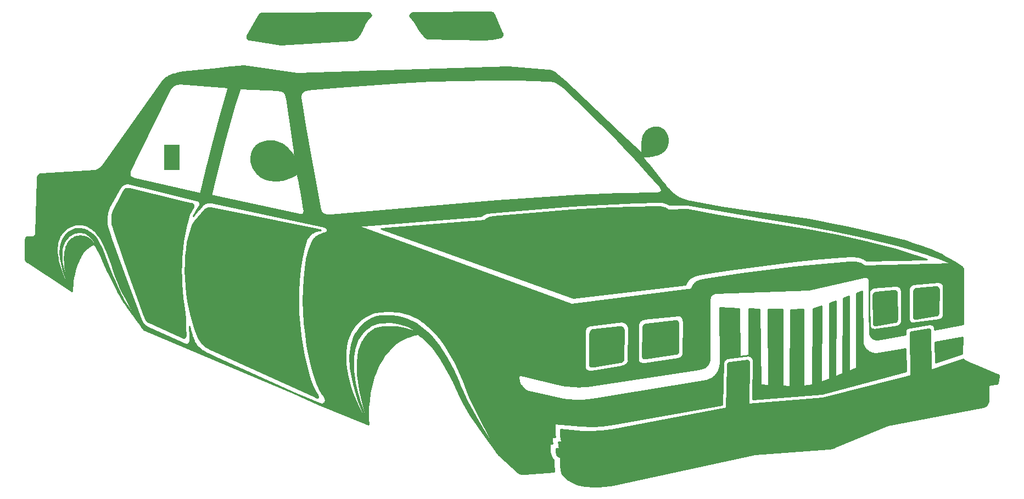
<source format=gbs>
%TF.GenerationSoftware,KiCad,Pcbnew,(5.99.0-8452-g479487ceb1)*%
%TF.CreationDate,2021-02-17T16:52:36+01:00*%
%TF.ProjectId,Hausaufgabe,48617573-6175-4666-9761-62652e6b6963,rev?*%
%TF.SameCoordinates,Original*%
%TF.FileFunction,Soldermask,Bot*%
%TF.FilePolarity,Negative*%
%FSLAX46Y46*%
G04 Gerber Fmt 4.6, Leading zero omitted, Abs format (unit mm)*
G04 Created by KiCad (PCBNEW (5.99.0-8452-g479487ceb1)) date 2021-02-17 16:52:36*
%MOMM*%
%LPD*%
G01*
G04 APERTURE LIST*
%ADD10C,0.236801*%
%ADD11C,1.740000*%
%ADD12R,2.410000X4.020000*%
%ADD13O,2.410000X4.020000*%
G04 APERTURE END LIST*
D10*
X156669773Y-118134922D02*
X156512263Y-118160703D01*
X156512263Y-118160703D02*
X156440729Y-118170597D01*
X156440729Y-118170597D02*
X156374092Y-118177506D01*
X156374092Y-118177506D02*
X156312414Y-118180689D01*
X156312414Y-118180689D02*
X156255757Y-118179408D01*
X156255757Y-118179408D02*
X156229332Y-118176862D01*
X156229332Y-118176862D02*
X156204184Y-118172922D01*
X156204184Y-118172922D02*
X156180324Y-118167495D01*
X156180324Y-118167495D02*
X156157758Y-118160490D01*
X156157758Y-118160490D02*
X156136493Y-118151813D01*
X156136493Y-118151813D02*
X156116539Y-118141372D01*
X156116539Y-118141372D02*
X156097902Y-118129074D01*
X156097902Y-118129074D02*
X156080590Y-118114828D01*
X156080590Y-118114828D02*
X156064612Y-118098540D01*
X156064612Y-118098540D02*
X156049974Y-118080118D01*
X156049974Y-118080118D02*
X156036686Y-118059470D01*
X156036686Y-118059470D02*
X156024753Y-118036502D01*
X156024753Y-118036502D02*
X156014185Y-118011123D01*
X156014185Y-118011123D02*
X156004989Y-117983239D01*
X156004989Y-117983239D02*
X155997173Y-117952759D01*
X155997173Y-117952759D02*
X155990745Y-117919590D01*
X155990745Y-117919590D02*
X155985712Y-117883639D01*
X155985712Y-117883639D02*
X155982082Y-117844814D01*
X155982082Y-117844814D02*
X155979863Y-117803022D01*
X155979863Y-117803022D02*
X155979062Y-117758170D01*
X155979062Y-117758170D02*
X156031954Y-113311702D01*
X156031954Y-113311702D02*
X156030785Y-113250782D01*
X156030785Y-113250782D02*
X156033808Y-113188310D01*
X156033808Y-113188310D02*
X156041159Y-113124821D01*
X156041159Y-113124821D02*
X156052974Y-113060854D01*
X156052974Y-113060854D02*
X156069389Y-112996943D01*
X156069389Y-112996943D02*
X156090537Y-112933625D01*
X156090537Y-112933625D02*
X156116556Y-112871435D01*
X156116556Y-112871435D02*
X156147580Y-112810911D01*
X156147580Y-112810911D02*
X156183744Y-112752589D01*
X156183744Y-112752589D02*
X156203797Y-112724420D01*
X156203797Y-112724420D02*
X156225185Y-112697004D01*
X156225185Y-112697004D02*
X156247926Y-112670405D01*
X156247926Y-112670405D02*
X156272037Y-112644692D01*
X156272037Y-112644692D02*
X156297534Y-112619932D01*
X156297534Y-112619932D02*
X156324435Y-112596191D01*
X156324435Y-112596191D02*
X156352757Y-112573536D01*
X156352757Y-112573536D02*
X156382516Y-112552035D01*
X156382516Y-112552035D02*
X156413729Y-112531755D01*
X156413729Y-112531755D02*
X156446414Y-112512762D01*
X156446414Y-112512762D02*
X156480586Y-112495124D01*
X156480586Y-112495124D02*
X156516264Y-112478908D01*
X156516264Y-112478908D02*
X156553465Y-112464180D01*
X156553465Y-112464180D02*
X156592204Y-112451008D01*
X156592204Y-112451008D02*
X160479163Y-112054597D01*
X160479163Y-112054597D02*
X160539653Y-112052379D01*
X160539653Y-112052379D02*
X160596938Y-112052062D01*
X160596938Y-112052062D02*
X160651106Y-112053628D01*
X160651106Y-112053628D02*
X160702249Y-112057058D01*
X160702249Y-112057058D02*
X160750457Y-112062336D01*
X160750457Y-112062336D02*
X160795820Y-112069443D01*
X160795820Y-112069443D02*
X160838428Y-112078361D01*
X160838428Y-112078361D02*
X160878372Y-112089072D01*
X160878372Y-112089072D02*
X160915741Y-112101559D01*
X160915741Y-112101559D02*
X160950626Y-112115804D01*
X160950626Y-112115804D02*
X160983117Y-112131788D01*
X160983117Y-112131788D02*
X161013304Y-112149495D01*
X161013304Y-112149495D02*
X161041278Y-112168905D01*
X161041278Y-112168905D02*
X161067128Y-112190002D01*
X161067128Y-112190002D02*
X161090946Y-112212767D01*
X161090946Y-112212767D02*
X161112820Y-112237182D01*
X161112820Y-112237182D02*
X161132842Y-112263230D01*
X161132842Y-112263230D02*
X161151101Y-112290893D01*
X161151101Y-112290893D02*
X161167688Y-112320152D01*
X161167688Y-112320152D02*
X161182693Y-112350991D01*
X161182693Y-112350991D02*
X161196206Y-112383390D01*
X161196206Y-112383390D02*
X161208318Y-112417332D01*
X161208318Y-112417332D02*
X161219118Y-112452800D01*
X161219118Y-112452800D02*
X161228696Y-112489775D01*
X161228696Y-112489775D02*
X161244551Y-112568176D01*
X161244551Y-112568176D02*
X161256604Y-112652393D01*
X161256604Y-112652393D02*
X161265576Y-112742281D01*
X161265576Y-112742281D02*
X161272189Y-112837698D01*
X161272189Y-112837698D02*
X161215542Y-116905622D01*
X161215542Y-116905622D02*
X161213998Y-116945510D01*
X161213998Y-116945510D02*
X161211354Y-116983442D01*
X161211354Y-116983442D02*
X161207625Y-117019480D01*
X161207625Y-117019480D02*
X161202823Y-117053681D01*
X161202823Y-117053681D02*
X161196963Y-117086105D01*
X161196963Y-117086105D02*
X161190058Y-117116812D01*
X161190058Y-117116812D02*
X161182122Y-117145861D01*
X161182122Y-117145861D02*
X161173168Y-117173312D01*
X161173168Y-117173312D02*
X161163210Y-117199223D01*
X161163210Y-117199223D02*
X161152262Y-117223654D01*
X161152262Y-117223654D02*
X161140337Y-117246666D01*
X161140337Y-117246666D02*
X161127450Y-117268316D01*
X161127450Y-117268316D02*
X161113612Y-117288665D01*
X161113612Y-117288665D02*
X161098840Y-117307771D01*
X161098840Y-117307771D02*
X161083145Y-117325695D01*
X161083145Y-117325695D02*
X161066541Y-117342496D01*
X161066541Y-117342496D02*
X161049043Y-117358232D01*
X161049043Y-117358232D02*
X161030664Y-117372965D01*
X161030664Y-117372965D02*
X161011417Y-117386752D01*
X161011417Y-117386752D02*
X160991316Y-117399653D01*
X160991316Y-117399653D02*
X160970376Y-117411728D01*
X160970376Y-117411728D02*
X160948608Y-117423036D01*
X160948608Y-117423036D02*
X160902649Y-117443589D01*
X160902649Y-117443589D02*
X160853547Y-117461787D01*
X160853547Y-117461787D02*
X160801411Y-117478106D01*
X160801411Y-117478106D02*
X160746352Y-117493020D01*
X160746352Y-117493020D02*
X160688478Y-117507005D01*
X160688478Y-117507005D02*
X156669773Y-118134922D01*
X156669773Y-118134922D02*
X156669773Y-118134922D01*
G36*
X160651106Y-112053628D02*
G01*
X160702249Y-112057058D01*
X160750457Y-112062336D01*
X160795820Y-112069443D01*
X160838428Y-112078361D01*
X160878372Y-112089072D01*
X160915741Y-112101559D01*
X160950626Y-112115804D01*
X160983117Y-112131788D01*
X161013304Y-112149495D01*
X161041278Y-112168905D01*
X161067128Y-112190002D01*
X161090946Y-112212767D01*
X161112820Y-112237182D01*
X161132842Y-112263230D01*
X161151101Y-112290893D01*
X161167688Y-112320152D01*
X161182693Y-112350991D01*
X161196206Y-112383390D01*
X161208318Y-112417332D01*
X161219118Y-112452800D01*
X161228696Y-112489775D01*
X161244551Y-112568176D01*
X161256604Y-112652393D01*
X161265576Y-112742281D01*
X161272189Y-112837698D01*
X161215542Y-116905622D01*
X161213998Y-116945510D01*
X161211354Y-116983442D01*
X161207625Y-117019480D01*
X161202823Y-117053681D01*
X161196963Y-117086105D01*
X161190058Y-117116812D01*
X161182122Y-117145861D01*
X161173168Y-117173312D01*
X161163210Y-117199223D01*
X161152262Y-117223654D01*
X161140337Y-117246666D01*
X161127450Y-117268316D01*
X161113612Y-117288665D01*
X161098840Y-117307771D01*
X161083145Y-117325695D01*
X161066541Y-117342496D01*
X161049043Y-117358232D01*
X161030664Y-117372965D01*
X161011417Y-117386752D01*
X160991316Y-117399653D01*
X160970376Y-117411728D01*
X160948608Y-117423036D01*
X160902649Y-117443589D01*
X160853547Y-117461787D01*
X160801411Y-117478106D01*
X160746352Y-117493020D01*
X160688478Y-117507005D01*
X156669773Y-118134922D01*
X156512263Y-118160703D01*
X156440729Y-118170597D01*
X156374092Y-118177506D01*
X156312414Y-118180689D01*
X156255757Y-118179408D01*
X156229332Y-118176862D01*
X156204184Y-118172922D01*
X156180324Y-118167495D01*
X156157758Y-118160490D01*
X156136493Y-118151813D01*
X156116539Y-118141372D01*
X156097902Y-118129074D01*
X156080590Y-118114828D01*
X156064612Y-118098540D01*
X156049974Y-118080118D01*
X156036686Y-118059470D01*
X156024753Y-118036502D01*
X156014185Y-118011123D01*
X156004989Y-117983239D01*
X155997173Y-117952759D01*
X155990745Y-117919590D01*
X155985712Y-117883639D01*
X155982082Y-117844814D01*
X155979863Y-117803022D01*
X155979062Y-117758170D01*
X156031954Y-113311702D01*
X156030785Y-113250782D01*
X156033808Y-113188310D01*
X156041159Y-113124821D01*
X156052974Y-113060854D01*
X156069389Y-112996943D01*
X156090537Y-112933625D01*
X156116556Y-112871435D01*
X156147580Y-112810911D01*
X156183744Y-112752589D01*
X156203797Y-112724420D01*
X156225185Y-112697004D01*
X156247926Y-112670405D01*
X156272037Y-112644692D01*
X156297534Y-112619932D01*
X156324435Y-112596191D01*
X156352757Y-112573536D01*
X156382516Y-112552035D01*
X156413729Y-112531755D01*
X156446414Y-112512762D01*
X156480586Y-112495124D01*
X156516264Y-112478908D01*
X156553465Y-112464180D01*
X156592204Y-112451008D01*
X160479163Y-112054597D01*
X160539653Y-112052379D01*
X160596938Y-112052062D01*
X160651106Y-112053628D01*
G37*
X160651106Y-112053628D02*
X160702249Y-112057058D01*
X160750457Y-112062336D01*
X160795820Y-112069443D01*
X160838428Y-112078361D01*
X160878372Y-112089072D01*
X160915741Y-112101559D01*
X160950626Y-112115804D01*
X160983117Y-112131788D01*
X161013304Y-112149495D01*
X161041278Y-112168905D01*
X161067128Y-112190002D01*
X161090946Y-112212767D01*
X161112820Y-112237182D01*
X161132842Y-112263230D01*
X161151101Y-112290893D01*
X161167688Y-112320152D01*
X161182693Y-112350991D01*
X161196206Y-112383390D01*
X161208318Y-112417332D01*
X161219118Y-112452800D01*
X161228696Y-112489775D01*
X161244551Y-112568176D01*
X161256604Y-112652393D01*
X161265576Y-112742281D01*
X161272189Y-112837698D01*
X161215542Y-116905622D01*
X161213998Y-116945510D01*
X161211354Y-116983442D01*
X161207625Y-117019480D01*
X161202823Y-117053681D01*
X161196963Y-117086105D01*
X161190058Y-117116812D01*
X161182122Y-117145861D01*
X161173168Y-117173312D01*
X161163210Y-117199223D01*
X161152262Y-117223654D01*
X161140337Y-117246666D01*
X161127450Y-117268316D01*
X161113612Y-117288665D01*
X161098840Y-117307771D01*
X161083145Y-117325695D01*
X161066541Y-117342496D01*
X161049043Y-117358232D01*
X161030664Y-117372965D01*
X161011417Y-117386752D01*
X160991316Y-117399653D01*
X160970376Y-117411728D01*
X160948608Y-117423036D01*
X160902649Y-117443589D01*
X160853547Y-117461787D01*
X160801411Y-117478106D01*
X160746352Y-117493020D01*
X160688478Y-117507005D01*
X156669773Y-118134922D01*
X156512263Y-118160703D01*
X156440729Y-118170597D01*
X156374092Y-118177506D01*
X156312414Y-118180689D01*
X156255757Y-118179408D01*
X156229332Y-118176862D01*
X156204184Y-118172922D01*
X156180324Y-118167495D01*
X156157758Y-118160490D01*
X156136493Y-118151813D01*
X156116539Y-118141372D01*
X156097902Y-118129074D01*
X156080590Y-118114828D01*
X156064612Y-118098540D01*
X156049974Y-118080118D01*
X156036686Y-118059470D01*
X156024753Y-118036502D01*
X156014185Y-118011123D01*
X156004989Y-117983239D01*
X155997173Y-117952759D01*
X155990745Y-117919590D01*
X155985712Y-117883639D01*
X155982082Y-117844814D01*
X155979863Y-117803022D01*
X155979062Y-117758170D01*
X156031954Y-113311702D01*
X156030785Y-113250782D01*
X156033808Y-113188310D01*
X156041159Y-113124821D01*
X156052974Y-113060854D01*
X156069389Y-112996943D01*
X156090537Y-112933625D01*
X156116556Y-112871435D01*
X156147580Y-112810911D01*
X156183744Y-112752589D01*
X156203797Y-112724420D01*
X156225185Y-112697004D01*
X156247926Y-112670405D01*
X156272037Y-112644692D01*
X156297534Y-112619932D01*
X156324435Y-112596191D01*
X156352757Y-112573536D01*
X156382516Y-112552035D01*
X156413729Y-112531755D01*
X156446414Y-112512762D01*
X156480586Y-112495124D01*
X156516264Y-112478908D01*
X156553465Y-112464180D01*
X156592204Y-112451008D01*
X160479163Y-112054597D01*
X160539653Y-112052379D01*
X160596938Y-112052062D01*
X160651106Y-112053628D01*
X209337033Y-117585663D02*
X209306244Y-114432278D01*
X209306244Y-114432278D02*
X213516074Y-113647839D01*
X213516074Y-113647839D02*
X213431601Y-116219998D01*
X213431601Y-116219998D02*
X209337033Y-117585663D01*
X209337033Y-117585663D02*
X209337033Y-117585663D01*
G36*
X213431601Y-116219998D02*
G01*
X209337033Y-117585663D01*
X209306244Y-114432278D01*
X213516074Y-113647839D01*
X213431601Y-116219998D01*
G37*
X213431601Y-116219998D02*
X209337033Y-117585663D01*
X209306244Y-114432278D01*
X213516074Y-113647839D01*
X213431601Y-116219998D01*
X142114961Y-67393297D02*
X142157473Y-67385557D01*
X142157473Y-67385557D02*
X142197485Y-67375543D01*
X142197485Y-67375543D02*
X142235049Y-67363384D01*
X142235049Y-67363384D02*
X142270219Y-67349207D01*
X142270219Y-67349207D02*
X142303048Y-67333138D01*
X142303048Y-67333138D02*
X142333588Y-67315306D01*
X142333588Y-67315306D02*
X142361892Y-67295837D01*
X142361892Y-67295837D02*
X142388014Y-67274858D01*
X142388014Y-67274858D02*
X142412007Y-67252498D01*
X142412007Y-67252498D02*
X142433923Y-67228883D01*
X142433923Y-67228883D02*
X142453816Y-67204141D01*
X142453816Y-67204141D02*
X142471739Y-67178399D01*
X142471739Y-67178399D02*
X142487744Y-67151783D01*
X142487744Y-67151783D02*
X142501885Y-67124422D01*
X142501885Y-67124422D02*
X142514215Y-67096443D01*
X142514215Y-67096443D02*
X142524786Y-67067972D01*
X142524786Y-67067972D02*
X142533652Y-67039138D01*
X142533652Y-67039138D02*
X142540866Y-67010068D01*
X142540866Y-67010068D02*
X142546480Y-66980888D01*
X142546480Y-66980888D02*
X142550549Y-66951726D01*
X142550549Y-66951726D02*
X142553124Y-66922710D01*
X142553124Y-66922710D02*
X142554258Y-66893966D01*
X142554258Y-66893966D02*
X142554006Y-66865622D01*
X142554006Y-66865622D02*
X142552419Y-66837805D01*
X142552419Y-66837805D02*
X142549552Y-66810643D01*
X142549552Y-66810643D02*
X142545456Y-66784263D01*
X142545456Y-66784263D02*
X142540184Y-66758791D01*
X142540184Y-66758791D02*
X142533791Y-66734356D01*
X142533791Y-66734356D02*
X142526329Y-66711084D01*
X142526329Y-66711084D02*
X142517850Y-66689103D01*
X142517850Y-66689103D02*
X142508408Y-66668541D01*
X142508408Y-66668541D02*
X142498057Y-66649524D01*
X142498057Y-66649524D02*
X141300562Y-63899625D01*
X141300562Y-63899625D02*
X141280562Y-63869625D01*
X141280562Y-63869625D02*
X141270000Y-63850000D01*
X141270000Y-63850000D02*
X141250000Y-63820000D01*
X141250000Y-63820000D02*
X141240000Y-63800000D01*
X141240000Y-63800000D02*
X141220000Y-63770000D01*
X141220000Y-63770000D02*
X141210000Y-63750000D01*
X141210000Y-63750000D02*
X141190000Y-63720000D01*
X141190000Y-63720000D02*
X141170000Y-63690000D01*
X141170000Y-63690000D02*
X141150000Y-63660000D01*
X141150000Y-63660000D02*
X141120000Y-63630000D01*
X141120000Y-63630000D02*
X141073700Y-63595067D01*
X141073700Y-63595067D02*
X141033700Y-63565067D01*
X141033700Y-63565067D02*
X140970000Y-63540000D01*
X140970000Y-63540000D02*
X140911100Y-63524498D01*
X140911100Y-63524498D02*
X140861100Y-63514498D01*
X140861100Y-63514498D02*
X140810000Y-63510000D01*
X140810000Y-63510000D02*
X140760000Y-63510000D01*
X140760000Y-63510000D02*
X140710000Y-63510000D01*
X140710000Y-63510000D02*
X140660000Y-63510000D01*
X140660000Y-63510000D02*
X140610000Y-63510000D01*
X140610000Y-63510000D02*
X140570000Y-63510000D01*
X140570000Y-63510000D02*
X128972558Y-63557727D01*
X128972558Y-63557727D02*
X128936228Y-63557477D01*
X128936228Y-63557477D02*
X128900978Y-63558533D01*
X128900978Y-63558533D02*
X128866787Y-63560864D01*
X128866787Y-63560864D02*
X128833636Y-63564437D01*
X128833636Y-63564437D02*
X128801505Y-63569219D01*
X128801505Y-63569219D02*
X128770373Y-63575178D01*
X128770373Y-63575178D02*
X128740222Y-63582282D01*
X128740222Y-63582282D02*
X128711031Y-63590497D01*
X128711031Y-63590497D02*
X128682781Y-63599791D01*
X128682781Y-63599791D02*
X128655452Y-63610132D01*
X128655452Y-63610132D02*
X128629024Y-63621487D01*
X128629024Y-63621487D02*
X128603478Y-63633824D01*
X128603478Y-63633824D02*
X128578793Y-63647109D01*
X128578793Y-63647109D02*
X128554949Y-63661312D01*
X128554949Y-63661312D02*
X128509709Y-63692335D01*
X128509709Y-63692335D02*
X128467599Y-63726634D01*
X128467599Y-63726634D02*
X128428460Y-63763949D01*
X128428460Y-63763949D02*
X128392135Y-63804018D01*
X128392135Y-63804018D02*
X128358465Y-63846582D01*
X128358465Y-63846582D02*
X128327292Y-63891380D01*
X128327292Y-63891380D02*
X128298458Y-63938152D01*
X128298458Y-63938152D02*
X128271804Y-63986637D01*
X128271804Y-63986637D02*
X128247173Y-64036576D01*
X128247173Y-64036576D02*
X128480241Y-64290547D01*
X128480241Y-64290547D02*
X128682007Y-64533535D01*
X128682007Y-64533535D02*
X128857399Y-64766951D01*
X128857399Y-64766951D02*
X129011344Y-64992208D01*
X129011344Y-64992208D02*
X129148771Y-65210720D01*
X129148771Y-65210720D02*
X129274607Y-65423900D01*
X129274607Y-65423900D02*
X129511217Y-65839912D01*
X129511217Y-65839912D02*
X129631848Y-66045571D01*
X129631848Y-66045571D02*
X129760598Y-66251549D01*
X129760598Y-66251549D02*
X129902397Y-66459259D01*
X129902397Y-66459259D02*
X130062172Y-66670114D01*
X130062172Y-66670114D02*
X130244851Y-66885526D01*
X130244851Y-66885526D02*
X130455362Y-67106908D01*
X130455362Y-67106908D02*
X130572594Y-67220280D01*
X130572594Y-67220280D02*
X130698631Y-67335674D01*
X130698631Y-67335674D02*
X130834091Y-67453268D01*
X130834091Y-67453268D02*
X130979589Y-67573237D01*
X130979589Y-67573237D02*
X139623803Y-67685514D01*
X139623803Y-67685514D02*
X140054586Y-67662320D01*
X140054586Y-67662320D02*
X140488749Y-67624224D01*
X140488749Y-67624224D02*
X140907547Y-67576771D01*
X140907547Y-67576771D02*
X141292234Y-67525508D01*
X141292234Y-67525508D02*
X141884296Y-67433740D01*
X141884296Y-67433740D02*
X142114975Y-67393290D01*
X142114975Y-67393290D02*
X142114961Y-67393297D01*
X142114961Y-67393297D02*
X142114961Y-67393297D01*
G36*
X140861100Y-63514498D02*
G01*
X140911100Y-63524498D01*
X140970000Y-63540000D01*
X141033700Y-63565067D01*
X141073700Y-63595067D01*
X141120000Y-63630000D01*
X141150000Y-63660000D01*
X141210000Y-63750000D01*
X141220000Y-63770000D01*
X141240000Y-63800000D01*
X141250000Y-63820000D01*
X141270000Y-63850000D01*
X141280562Y-63869625D01*
X141300562Y-63899625D01*
X142498057Y-66649524D01*
X142508408Y-66668541D01*
X142517850Y-66689103D01*
X142526329Y-66711084D01*
X142533791Y-66734356D01*
X142540184Y-66758791D01*
X142545456Y-66784263D01*
X142549552Y-66810643D01*
X142552419Y-66837805D01*
X142554006Y-66865622D01*
X142554258Y-66893966D01*
X142553124Y-66922710D01*
X142550549Y-66951726D01*
X142546480Y-66980888D01*
X142540866Y-67010068D01*
X142533652Y-67039138D01*
X142524786Y-67067972D01*
X142514215Y-67096443D01*
X142501885Y-67124422D01*
X142487744Y-67151783D01*
X142471739Y-67178399D01*
X142453816Y-67204141D01*
X142433923Y-67228883D01*
X142412007Y-67252498D01*
X142388014Y-67274858D01*
X142361892Y-67295837D01*
X142333588Y-67315306D01*
X142303048Y-67333138D01*
X142270219Y-67349207D01*
X142235049Y-67363384D01*
X142197485Y-67375543D01*
X142157473Y-67385557D01*
X142114961Y-67393297D01*
X142114975Y-67393290D01*
X141884296Y-67433740D01*
X141292234Y-67525508D01*
X140907547Y-67576771D01*
X140488749Y-67624224D01*
X140054586Y-67662320D01*
X139623803Y-67685514D01*
X130979589Y-67573237D01*
X130834091Y-67453268D01*
X130698631Y-67335674D01*
X130572594Y-67220280D01*
X130455362Y-67106908D01*
X130244851Y-66885526D01*
X130062172Y-66670114D01*
X129902397Y-66459259D01*
X129760598Y-66251549D01*
X129631848Y-66045571D01*
X129511217Y-65839912D01*
X129274607Y-65423900D01*
X129148771Y-65210720D01*
X129011344Y-64992208D01*
X128857399Y-64766951D01*
X128682007Y-64533535D01*
X128480241Y-64290547D01*
X128247173Y-64036576D01*
X128271804Y-63986637D01*
X128298458Y-63938152D01*
X128327292Y-63891380D01*
X128358465Y-63846582D01*
X128392135Y-63804018D01*
X128428460Y-63763949D01*
X128467599Y-63726634D01*
X128509709Y-63692335D01*
X128554949Y-63661312D01*
X128578793Y-63647109D01*
X128603478Y-63633824D01*
X128629024Y-63621487D01*
X128655452Y-63610132D01*
X128682781Y-63599791D01*
X128711031Y-63590497D01*
X128740222Y-63582282D01*
X128770373Y-63575178D01*
X128801505Y-63569219D01*
X128833636Y-63564437D01*
X128866787Y-63560864D01*
X128900978Y-63558533D01*
X128936228Y-63557477D01*
X128972558Y-63557727D01*
X140570000Y-63510000D01*
X140810000Y-63510000D01*
X140861100Y-63514498D01*
G37*
X140861100Y-63514498D02*
X140911100Y-63524498D01*
X140970000Y-63540000D01*
X141033700Y-63565067D01*
X141073700Y-63595067D01*
X141120000Y-63630000D01*
X141150000Y-63660000D01*
X141210000Y-63750000D01*
X141220000Y-63770000D01*
X141240000Y-63800000D01*
X141250000Y-63820000D01*
X141270000Y-63850000D01*
X141280562Y-63869625D01*
X141300562Y-63899625D01*
X142498057Y-66649524D01*
X142508408Y-66668541D01*
X142517850Y-66689103D01*
X142526329Y-66711084D01*
X142533791Y-66734356D01*
X142540184Y-66758791D01*
X142545456Y-66784263D01*
X142549552Y-66810643D01*
X142552419Y-66837805D01*
X142554006Y-66865622D01*
X142554258Y-66893966D01*
X142553124Y-66922710D01*
X142550549Y-66951726D01*
X142546480Y-66980888D01*
X142540866Y-67010068D01*
X142533652Y-67039138D01*
X142524786Y-67067972D01*
X142514215Y-67096443D01*
X142501885Y-67124422D01*
X142487744Y-67151783D01*
X142471739Y-67178399D01*
X142453816Y-67204141D01*
X142433923Y-67228883D01*
X142412007Y-67252498D01*
X142388014Y-67274858D01*
X142361892Y-67295837D01*
X142333588Y-67315306D01*
X142303048Y-67333138D01*
X142270219Y-67349207D01*
X142235049Y-67363384D01*
X142197485Y-67375543D01*
X142157473Y-67385557D01*
X142114961Y-67393297D01*
X142114975Y-67393290D01*
X141884296Y-67433740D01*
X141292234Y-67525508D01*
X140907547Y-67576771D01*
X140488749Y-67624224D01*
X140054586Y-67662320D01*
X139623803Y-67685514D01*
X130979589Y-67573237D01*
X130834091Y-67453268D01*
X130698631Y-67335674D01*
X130572594Y-67220280D01*
X130455362Y-67106908D01*
X130244851Y-66885526D01*
X130062172Y-66670114D01*
X129902397Y-66459259D01*
X129760598Y-66251549D01*
X129631848Y-66045571D01*
X129511217Y-65839912D01*
X129274607Y-65423900D01*
X129148771Y-65210720D01*
X129011344Y-64992208D01*
X128857399Y-64766951D01*
X128682007Y-64533535D01*
X128480241Y-64290547D01*
X128247173Y-64036576D01*
X128271804Y-63986637D01*
X128298458Y-63938152D01*
X128327292Y-63891380D01*
X128358465Y-63846582D01*
X128392135Y-63804018D01*
X128428460Y-63763949D01*
X128467599Y-63726634D01*
X128509709Y-63692335D01*
X128554949Y-63661312D01*
X128578793Y-63647109D01*
X128603478Y-63633824D01*
X128629024Y-63621487D01*
X128655452Y-63610132D01*
X128682781Y-63599791D01*
X128711031Y-63590497D01*
X128740222Y-63582282D01*
X128770373Y-63575178D01*
X128801505Y-63569219D01*
X128833636Y-63564437D01*
X128866787Y-63560864D01*
X128900978Y-63558533D01*
X128936228Y-63557477D01*
X128972558Y-63557727D01*
X140570000Y-63510000D01*
X140810000Y-63510000D01*
X140861100Y-63514498D01*
X202857159Y-106475986D02*
X202925284Y-106478772D01*
X202925284Y-106478772D02*
X202986823Y-106483457D01*
X202986823Y-106483457D02*
X203042161Y-106490293D01*
X203042161Y-106490293D02*
X203091683Y-106499538D01*
X203091683Y-106499538D02*
X203114383Y-106505143D01*
X203114383Y-106505143D02*
X203135773Y-106511445D01*
X203135773Y-106511445D02*
X203155900Y-106518477D01*
X203155900Y-106518477D02*
X203174814Y-106526271D01*
X203174814Y-106526271D02*
X203192562Y-106534857D01*
X203192562Y-106534857D02*
X203209191Y-106544269D01*
X203209191Y-106544269D02*
X203224751Y-106554538D01*
X203224751Y-106554538D02*
X203239288Y-106565695D01*
X203239288Y-106565695D02*
X203252852Y-106577774D01*
X203252852Y-106577774D02*
X203265490Y-106590805D01*
X203265490Y-106590805D02*
X203277250Y-106604821D01*
X203277250Y-106604821D02*
X203288180Y-106619853D01*
X203288180Y-106619853D02*
X203298329Y-106635934D01*
X203298329Y-106635934D02*
X203307743Y-106653095D01*
X203307743Y-106653095D02*
X203316472Y-106671368D01*
X203316472Y-106671368D02*
X203324563Y-106690785D01*
X203324563Y-106690785D02*
X203339024Y-106733179D01*
X203339024Y-106733179D02*
X203351510Y-106780531D01*
X203351510Y-106780531D02*
X203362406Y-106833098D01*
X203362406Y-106833098D02*
X203372096Y-106891133D01*
X203372096Y-106891133D02*
X203401717Y-110844693D01*
X203401717Y-110844693D02*
X203387918Y-110949738D01*
X203387918Y-110949738D02*
X203380175Y-110997111D01*
X203380175Y-110997111D02*
X203371372Y-111041141D01*
X203371372Y-111041141D02*
X203361132Y-111081893D01*
X203361132Y-111081893D02*
X203349081Y-111119436D01*
X203349081Y-111119436D02*
X203334844Y-111153837D01*
X203334844Y-111153837D02*
X203326788Y-111169879D01*
X203326788Y-111169879D02*
X203318046Y-111185162D01*
X203318046Y-111185162D02*
X203308570Y-111199692D01*
X203308570Y-111199692D02*
X203298313Y-111213478D01*
X203298313Y-111213478D02*
X203287229Y-111226530D01*
X203287229Y-111226530D02*
X203275270Y-111238854D01*
X203275270Y-111238854D02*
X203262390Y-111250460D01*
X203262390Y-111250460D02*
X203248542Y-111261355D01*
X203248542Y-111261355D02*
X203233679Y-111271549D01*
X203233679Y-111271549D02*
X203217754Y-111281049D01*
X203217754Y-111281049D02*
X203200720Y-111289865D01*
X203200720Y-111289865D02*
X203182531Y-111298004D01*
X203182531Y-111298004D02*
X203163140Y-111305474D01*
X203163140Y-111305474D02*
X203142499Y-111312285D01*
X203142499Y-111312285D02*
X203120563Y-111318445D01*
X203120563Y-111318445D02*
X203097283Y-111323961D01*
X203097283Y-111323961D02*
X203046508Y-111333098D01*
X203046508Y-111333098D02*
X200170821Y-111775832D01*
X200170821Y-111775832D02*
X200123388Y-111780476D01*
X200123388Y-111780476D02*
X200079550Y-111785870D01*
X200079550Y-111785870D02*
X200001986Y-111795950D01*
X200001986Y-111795950D02*
X199967923Y-111799156D01*
X199967923Y-111799156D02*
X199936779Y-111800153D01*
X199936779Y-111800153D02*
X199922250Y-111799592D01*
X199922250Y-111799592D02*
X199908388Y-111798201D01*
X199908388Y-111798201D02*
X199895172Y-111795889D01*
X199895172Y-111795889D02*
X199882580Y-111792561D01*
X199882580Y-111792561D02*
X199870592Y-111788126D01*
X199870592Y-111788126D02*
X199859187Y-111782492D01*
X199859187Y-111782492D02*
X199848343Y-111775566D01*
X199848343Y-111775566D02*
X199838039Y-111767255D01*
X199838039Y-111767255D02*
X199828255Y-111757467D01*
X199828255Y-111757467D02*
X199818969Y-111746110D01*
X199818969Y-111746110D02*
X199810160Y-111733090D01*
X199810160Y-111733090D02*
X199801807Y-111718317D01*
X199801807Y-111718317D02*
X199793889Y-111701696D01*
X199793889Y-111701696D02*
X199786385Y-111683136D01*
X199786385Y-111683136D02*
X199779274Y-111662544D01*
X199779274Y-111662544D02*
X199772535Y-111639828D01*
X199772535Y-111639828D02*
X199766146Y-111614895D01*
X199766146Y-111614895D02*
X199760087Y-111587653D01*
X199760087Y-111587653D02*
X199748872Y-111525871D01*
X199748872Y-111525871D02*
X199719784Y-107167324D01*
X199719784Y-107167324D02*
X199725938Y-107114894D01*
X199725938Y-107114894D02*
X199729892Y-107090417D01*
X199729892Y-107090417D02*
X199734442Y-107067061D01*
X199734442Y-107067061D02*
X199739595Y-107044798D01*
X199739595Y-107044798D02*
X199745360Y-107023599D01*
X199745360Y-107023599D02*
X199751744Y-107003437D01*
X199751744Y-107003437D02*
X199758757Y-106984284D01*
X199758757Y-106984284D02*
X199766406Y-106966110D01*
X199766406Y-106966110D02*
X199774698Y-106948888D01*
X199774698Y-106948888D02*
X199783643Y-106932589D01*
X199783643Y-106932589D02*
X199793249Y-106917185D01*
X199793249Y-106917185D02*
X199803523Y-106902649D01*
X199803523Y-106902649D02*
X199814473Y-106888951D01*
X199814473Y-106888951D02*
X199826108Y-106876063D01*
X199826108Y-106876063D02*
X199838436Y-106863958D01*
X199838436Y-106863958D02*
X199851465Y-106852607D01*
X199851465Y-106852607D02*
X199865202Y-106841981D01*
X199865202Y-106841981D02*
X199879657Y-106832053D01*
X199879657Y-106832053D02*
X199894837Y-106822794D01*
X199894837Y-106822794D02*
X199910751Y-106814176D01*
X199910751Y-106814176D02*
X199927406Y-106806170D01*
X199927406Y-106806170D02*
X199944810Y-106798750D01*
X199944810Y-106798750D02*
X199962972Y-106791885D01*
X199962972Y-106791885D02*
X200001601Y-106779711D01*
X200001601Y-106779711D02*
X200043358Y-106769423D01*
X200043358Y-106769423D02*
X200088308Y-106760795D01*
X200088308Y-106760795D02*
X200136516Y-106753601D01*
X200136516Y-106753601D02*
X202857159Y-106475986D01*
X202857159Y-106475986D02*
X202857159Y-106475986D01*
G36*
X202925284Y-106478772D02*
G01*
X202986823Y-106483457D01*
X203042161Y-106490293D01*
X203091683Y-106499538D01*
X203114383Y-106505143D01*
X203135773Y-106511445D01*
X203155900Y-106518477D01*
X203174814Y-106526271D01*
X203192562Y-106534857D01*
X203209191Y-106544269D01*
X203224751Y-106554538D01*
X203239288Y-106565695D01*
X203252852Y-106577774D01*
X203265490Y-106590805D01*
X203277250Y-106604821D01*
X203288180Y-106619853D01*
X203298329Y-106635934D01*
X203307743Y-106653095D01*
X203316472Y-106671368D01*
X203324563Y-106690785D01*
X203339024Y-106733179D01*
X203351510Y-106780531D01*
X203362406Y-106833098D01*
X203372096Y-106891133D01*
X203401717Y-110844693D01*
X203387918Y-110949738D01*
X203380175Y-110997111D01*
X203371372Y-111041141D01*
X203361132Y-111081893D01*
X203349081Y-111119436D01*
X203334844Y-111153837D01*
X203326788Y-111169879D01*
X203318046Y-111185162D01*
X203308570Y-111199692D01*
X203298313Y-111213478D01*
X203287229Y-111226530D01*
X203275270Y-111238854D01*
X203262390Y-111250460D01*
X203248542Y-111261355D01*
X203233679Y-111271549D01*
X203217754Y-111281049D01*
X203200720Y-111289865D01*
X203182531Y-111298004D01*
X203163140Y-111305474D01*
X203142499Y-111312285D01*
X203120563Y-111318445D01*
X203097283Y-111323961D01*
X203046508Y-111333098D01*
X200170821Y-111775832D01*
X200123388Y-111780476D01*
X200079550Y-111785870D01*
X200001986Y-111795950D01*
X199967923Y-111799156D01*
X199936779Y-111800153D01*
X199922250Y-111799592D01*
X199908388Y-111798201D01*
X199895172Y-111795889D01*
X199882580Y-111792561D01*
X199870592Y-111788126D01*
X199859187Y-111782492D01*
X199848343Y-111775566D01*
X199838039Y-111767255D01*
X199828255Y-111757467D01*
X199818969Y-111746110D01*
X199810160Y-111733090D01*
X199801807Y-111718317D01*
X199793889Y-111701696D01*
X199786385Y-111683136D01*
X199779274Y-111662544D01*
X199772535Y-111639828D01*
X199766146Y-111614895D01*
X199760087Y-111587653D01*
X199748872Y-111525871D01*
X199719784Y-107167324D01*
X199725938Y-107114894D01*
X199729892Y-107090417D01*
X199734442Y-107067061D01*
X199739595Y-107044798D01*
X199745360Y-107023599D01*
X199751744Y-107003437D01*
X199758757Y-106984284D01*
X199766406Y-106966110D01*
X199774698Y-106948888D01*
X199783643Y-106932589D01*
X199793249Y-106917185D01*
X199803523Y-106902649D01*
X199814473Y-106888951D01*
X199826108Y-106876063D01*
X199838436Y-106863958D01*
X199851465Y-106852607D01*
X199865202Y-106841981D01*
X199879657Y-106832053D01*
X199894837Y-106822794D01*
X199910751Y-106814176D01*
X199927406Y-106806170D01*
X199944810Y-106798750D01*
X199962972Y-106791885D01*
X200001601Y-106779711D01*
X200043358Y-106769423D01*
X200088308Y-106760795D01*
X200136516Y-106753601D01*
X202857159Y-106475986D01*
X202925284Y-106478772D01*
G37*
X202925284Y-106478772D02*
X202986823Y-106483457D01*
X203042161Y-106490293D01*
X203091683Y-106499538D01*
X203114383Y-106505143D01*
X203135773Y-106511445D01*
X203155900Y-106518477D01*
X203174814Y-106526271D01*
X203192562Y-106534857D01*
X203209191Y-106544269D01*
X203224751Y-106554538D01*
X203239288Y-106565695D01*
X203252852Y-106577774D01*
X203265490Y-106590805D01*
X203277250Y-106604821D01*
X203288180Y-106619853D01*
X203298329Y-106635934D01*
X203307743Y-106653095D01*
X203316472Y-106671368D01*
X203324563Y-106690785D01*
X203339024Y-106733179D01*
X203351510Y-106780531D01*
X203362406Y-106833098D01*
X203372096Y-106891133D01*
X203401717Y-110844693D01*
X203387918Y-110949738D01*
X203380175Y-110997111D01*
X203371372Y-111041141D01*
X203361132Y-111081893D01*
X203349081Y-111119436D01*
X203334844Y-111153837D01*
X203326788Y-111169879D01*
X203318046Y-111185162D01*
X203308570Y-111199692D01*
X203298313Y-111213478D01*
X203287229Y-111226530D01*
X203275270Y-111238854D01*
X203262390Y-111250460D01*
X203248542Y-111261355D01*
X203233679Y-111271549D01*
X203217754Y-111281049D01*
X203200720Y-111289865D01*
X203182531Y-111298004D01*
X203163140Y-111305474D01*
X203142499Y-111312285D01*
X203120563Y-111318445D01*
X203097283Y-111323961D01*
X203046508Y-111333098D01*
X200170821Y-111775832D01*
X200123388Y-111780476D01*
X200079550Y-111785870D01*
X200001986Y-111795950D01*
X199967923Y-111799156D01*
X199936779Y-111800153D01*
X199922250Y-111799592D01*
X199908388Y-111798201D01*
X199895172Y-111795889D01*
X199882580Y-111792561D01*
X199870592Y-111788126D01*
X199859187Y-111782492D01*
X199848343Y-111775566D01*
X199838039Y-111767255D01*
X199828255Y-111757467D01*
X199818969Y-111746110D01*
X199810160Y-111733090D01*
X199801807Y-111718317D01*
X199793889Y-111701696D01*
X199786385Y-111683136D01*
X199779274Y-111662544D01*
X199772535Y-111639828D01*
X199766146Y-111614895D01*
X199760087Y-111587653D01*
X199748872Y-111525871D01*
X199719784Y-107167324D01*
X199725938Y-107114894D01*
X199729892Y-107090417D01*
X199734442Y-107067061D01*
X199739595Y-107044798D01*
X199745360Y-107023599D01*
X199751744Y-107003437D01*
X199758757Y-106984284D01*
X199766406Y-106966110D01*
X199774698Y-106948888D01*
X199783643Y-106932589D01*
X199793249Y-106917185D01*
X199803523Y-106902649D01*
X199814473Y-106888951D01*
X199826108Y-106876063D01*
X199838436Y-106863958D01*
X199851465Y-106852607D01*
X199865202Y-106841981D01*
X199879657Y-106832053D01*
X199894837Y-106822794D01*
X199910751Y-106814176D01*
X199927406Y-106806170D01*
X199944810Y-106798750D01*
X199962972Y-106791885D01*
X200001601Y-106779711D01*
X200043358Y-106769423D01*
X200088308Y-106760795D01*
X200136516Y-106753601D01*
X202857159Y-106475986D01*
X202925284Y-106478772D01*
X69377047Y-102092235D02*
X69337010Y-102070553D01*
X69337010Y-102070553D02*
X69297497Y-102046646D01*
X69297497Y-102046646D02*
X69258797Y-102020393D01*
X69258797Y-102020393D02*
X69221202Y-101991673D01*
X69221202Y-101991673D02*
X69185003Y-101960367D01*
X69185003Y-101960367D02*
X69150489Y-101926353D01*
X69150489Y-101926353D02*
X69133955Y-101908294D01*
X69133955Y-101908294D02*
X69117952Y-101889512D01*
X69117952Y-101889512D02*
X69102516Y-101869993D01*
X69102516Y-101869993D02*
X69087682Y-101849722D01*
X69087682Y-101849722D02*
X69073489Y-101828684D01*
X69073489Y-101828684D02*
X69059970Y-101806864D01*
X69059970Y-101806864D02*
X69047165Y-101784246D01*
X69047165Y-101784246D02*
X69035107Y-101760816D01*
X69035107Y-101760816D02*
X69023834Y-101736559D01*
X69023834Y-101736559D02*
X69013383Y-101711459D01*
X69013383Y-101711459D02*
X69003789Y-101685501D01*
X69003789Y-101685501D02*
X68995089Y-101658671D01*
X68995089Y-101658671D02*
X68987318Y-101630954D01*
X68987318Y-101630954D02*
X68980515Y-101602333D01*
X68980515Y-101602333D02*
X68974714Y-101572795D01*
X68974714Y-101572795D02*
X68969952Y-101542324D01*
X68969952Y-101542324D02*
X68966266Y-101510905D01*
X68966266Y-101510905D02*
X68963691Y-101478523D01*
X68963691Y-101478523D02*
X68962265Y-101445164D01*
X68962265Y-101445164D02*
X68962023Y-101410811D01*
X68962023Y-101410811D02*
X69003908Y-98886522D01*
X69003908Y-98886522D02*
X68999351Y-98839871D01*
X68999351Y-98839871D02*
X68995943Y-98789446D01*
X68995943Y-98789446D02*
X68994078Y-98736182D01*
X68994078Y-98736182D02*
X68994146Y-98681013D01*
X68994146Y-98681013D02*
X68996540Y-98624876D01*
X68996540Y-98624876D02*
X69001653Y-98568704D01*
X69001653Y-98568704D02*
X69009876Y-98513434D01*
X69009876Y-98513434D02*
X69021601Y-98459998D01*
X69021601Y-98459998D02*
X69037222Y-98409334D01*
X69037222Y-98409334D02*
X69046615Y-98385332D01*
X69046615Y-98385332D02*
X69057130Y-98362374D01*
X69057130Y-98362374D02*
X69068814Y-98340576D01*
X69068814Y-98340576D02*
X69081716Y-98320056D01*
X69081716Y-98320056D02*
X69095887Y-98300929D01*
X69095887Y-98300929D02*
X69111375Y-98283312D01*
X69111375Y-98283312D02*
X69128228Y-98267324D01*
X69128228Y-98267324D02*
X69146497Y-98253079D01*
X69146497Y-98253079D02*
X69166229Y-98240697D01*
X69166229Y-98240697D02*
X69187474Y-98230292D01*
X69187474Y-98230292D02*
X69210282Y-98221982D01*
X69210282Y-98221982D02*
X69234700Y-98215884D01*
X69234700Y-98215884D02*
X69260779Y-98212116D01*
X69260779Y-98212116D02*
X69288566Y-98210792D01*
X69288566Y-98210792D02*
X70011725Y-98203363D01*
X70011725Y-98203363D02*
X70047795Y-98200812D01*
X70047795Y-98200812D02*
X70082565Y-98196270D01*
X70082565Y-98196270D02*
X70116053Y-98189825D01*
X70116053Y-98189825D02*
X70148280Y-98181566D01*
X70148280Y-98181566D02*
X70179265Y-98171580D01*
X70179265Y-98171580D02*
X70209027Y-98159958D01*
X70209027Y-98159958D02*
X70237587Y-98146787D01*
X70237587Y-98146787D02*
X70264963Y-98132155D01*
X70264963Y-98132155D02*
X70291174Y-98116153D01*
X70291174Y-98116153D02*
X70316242Y-98098867D01*
X70316242Y-98098867D02*
X70340184Y-98080387D01*
X70340184Y-98080387D02*
X70363021Y-98060800D01*
X70363021Y-98060800D02*
X70384772Y-98040197D01*
X70384772Y-98040197D02*
X70405456Y-98018665D01*
X70405456Y-98018665D02*
X70425094Y-97996292D01*
X70425094Y-97996292D02*
X70443704Y-97973168D01*
X70443704Y-97973168D02*
X70461306Y-97949381D01*
X70461306Y-97949381D02*
X70477920Y-97925019D01*
X70477920Y-97925019D02*
X70508261Y-97874926D01*
X70508261Y-97874926D02*
X70534881Y-97823598D01*
X70534881Y-97823598D02*
X70557939Y-97771742D01*
X70557939Y-97771742D02*
X70577589Y-97720068D01*
X70577589Y-97720068D02*
X70593987Y-97669284D01*
X70593987Y-97669284D02*
X70607291Y-97620098D01*
X70607291Y-97620098D02*
X70617655Y-97573220D01*
X70617655Y-97573220D02*
X70798046Y-89250857D01*
X70798046Y-89250857D02*
X70800057Y-89198369D01*
X70800057Y-89198369D02*
X70803761Y-89147961D01*
X70803761Y-89147961D02*
X70809111Y-89099599D01*
X70809111Y-89099599D02*
X70816060Y-89053246D01*
X70816060Y-89053246D02*
X70824561Y-89008866D01*
X70824561Y-89008866D02*
X70834568Y-88966424D01*
X70834568Y-88966424D02*
X70846033Y-88925884D01*
X70846033Y-88925884D02*
X70858909Y-88887210D01*
X70858909Y-88887210D02*
X70873150Y-88850367D01*
X70873150Y-88850367D02*
X70888709Y-88815318D01*
X70888709Y-88815318D02*
X70905539Y-88782028D01*
X70905539Y-88782028D02*
X70923593Y-88750461D01*
X70923593Y-88750461D02*
X70942824Y-88720582D01*
X70942824Y-88720582D02*
X70963186Y-88692354D01*
X70963186Y-88692354D02*
X70984632Y-88665741D01*
X70984632Y-88665741D02*
X71007115Y-88640709D01*
X71007115Y-88640709D02*
X71030587Y-88617222D01*
X71030587Y-88617222D02*
X71055003Y-88595242D01*
X71055003Y-88595242D02*
X71080315Y-88574736D01*
X71080315Y-88574736D02*
X71106476Y-88555666D01*
X71106476Y-88555666D02*
X71161161Y-88521695D01*
X71161161Y-88521695D02*
X71218680Y-88493042D01*
X71218680Y-88493042D02*
X71278661Y-88469422D01*
X71278661Y-88469422D02*
X71340729Y-88450548D01*
X71340729Y-88450548D02*
X71404508Y-88436134D01*
X71404508Y-88436134D02*
X71469623Y-88425895D01*
X71469623Y-88425895D02*
X79732914Y-87935582D01*
X79732914Y-87935582D02*
X79817430Y-87920850D01*
X79817430Y-87920850D02*
X79900563Y-87899732D01*
X79900563Y-87899732D02*
X79982082Y-87872809D01*
X79982082Y-87872809D02*
X80061758Y-87840666D01*
X80061758Y-87840666D02*
X80139359Y-87803885D01*
X80139359Y-87803885D02*
X80214655Y-87763050D01*
X80214655Y-87763050D02*
X80287416Y-87718743D01*
X80287416Y-87718743D02*
X80357411Y-87671548D01*
X80357411Y-87671548D02*
X80424409Y-87622048D01*
X80424409Y-87622048D02*
X80488180Y-87570825D01*
X80488180Y-87570825D02*
X80548493Y-87518464D01*
X80548493Y-87518464D02*
X80605119Y-87465547D01*
X80605119Y-87465547D02*
X80657825Y-87412657D01*
X80657825Y-87412657D02*
X80706382Y-87360377D01*
X80706382Y-87360377D02*
X80750560Y-87309291D01*
X80750560Y-87309291D02*
X80790127Y-87259982D01*
X80790127Y-87259982D02*
X90072830Y-74199320D01*
X90072830Y-74199320D02*
X90153149Y-74103485D01*
X90153149Y-74103485D02*
X90235795Y-74012361D01*
X90235795Y-74012361D02*
X90320669Y-73925801D01*
X90320669Y-73925801D02*
X90407670Y-73843657D01*
X90407670Y-73843657D02*
X90496701Y-73765781D01*
X90496701Y-73765781D02*
X90587662Y-73692025D01*
X90587662Y-73692025D02*
X90774976Y-73556283D01*
X90774976Y-73556283D02*
X90968819Y-73435248D01*
X90968819Y-73435248D02*
X91168399Y-73327736D01*
X91168399Y-73327736D02*
X91372921Y-73232565D01*
X91372921Y-73232565D02*
X91581592Y-73148553D01*
X91581592Y-73148553D02*
X91793619Y-73074515D01*
X91793619Y-73074515D02*
X92008208Y-73009270D01*
X92008208Y-73009270D02*
X92224566Y-72951634D01*
X92224566Y-72951634D02*
X92441900Y-72900425D01*
X92441900Y-72900425D02*
X92876319Y-72812556D01*
X92876319Y-72812556D02*
X93305119Y-72736198D01*
X93305119Y-72736198D02*
X97877178Y-72236810D01*
X97877178Y-72236810D02*
X100674404Y-71956090D01*
X100674404Y-71956090D02*
X101838672Y-71851463D01*
X101838672Y-71851463D02*
X102708751Y-71787227D01*
X102708751Y-71787227D02*
X110849746Y-72981723D01*
X110849746Y-72981723D02*
X143413319Y-71896896D01*
X143413319Y-71896896D02*
X149488329Y-72411089D01*
X149488329Y-72411089D02*
X149574406Y-72416886D01*
X149574406Y-72416886D02*
X149662268Y-72428351D01*
X149662268Y-72428351D02*
X149751198Y-72444970D01*
X149751198Y-72444970D02*
X149840478Y-72466232D01*
X149840478Y-72466232D02*
X149929390Y-72491623D01*
X149929390Y-72491623D02*
X150017216Y-72520632D01*
X150017216Y-72520632D02*
X150103241Y-72552745D01*
X150103241Y-72552745D02*
X150186745Y-72587452D01*
X150186745Y-72587452D02*
X150267012Y-72624239D01*
X150267012Y-72624239D02*
X150343323Y-72662593D01*
X150343323Y-72662593D02*
X150414962Y-72702004D01*
X150414962Y-72702004D02*
X150481211Y-72741957D01*
X150481211Y-72741957D02*
X150541352Y-72781942D01*
X150541352Y-72781942D02*
X150594669Y-72821445D01*
X150594669Y-72821445D02*
X150640443Y-72859954D01*
X150640443Y-72859954D02*
X150677956Y-72896957D01*
X150677956Y-72896957D02*
X149599002Y-74044406D01*
X149599002Y-74044406D02*
X145048435Y-73909130D01*
X145048435Y-73909130D02*
X140530252Y-73872092D01*
X140530252Y-73872092D02*
X136014473Y-73928452D01*
X136014473Y-73928452D02*
X131471117Y-74073370D01*
X131471117Y-74073370D02*
X126870205Y-74302007D01*
X126870205Y-74302007D02*
X122181758Y-74609523D01*
X122181758Y-74609523D02*
X117375793Y-74991078D01*
X117375793Y-74991078D02*
X112422333Y-75441833D01*
X112422333Y-75441833D02*
X112312091Y-75463111D01*
X112312091Y-75463111D02*
X112208051Y-75489571D01*
X112208051Y-75489571D02*
X112110177Y-75521565D01*
X112110177Y-75521565D02*
X112063543Y-75539746D01*
X112063543Y-75539746D02*
X112018438Y-75559441D01*
X112018438Y-75559441D02*
X111974859Y-75580695D01*
X111974859Y-75580695D02*
X111932800Y-75603550D01*
X111932800Y-75603550D02*
X111892258Y-75628052D01*
X111892258Y-75628052D02*
X111853229Y-75654242D01*
X111853229Y-75654242D02*
X111815708Y-75682166D01*
X111815708Y-75682166D02*
X111779692Y-75711867D01*
X111779692Y-75711867D02*
X111745175Y-75743389D01*
X111745175Y-75743389D02*
X111712155Y-75776774D01*
X111712155Y-75776774D02*
X111680626Y-75812068D01*
X111680626Y-75812068D02*
X111650585Y-75849314D01*
X111650585Y-75849314D02*
X111622027Y-75888555D01*
X111622027Y-75888555D02*
X111594948Y-75929836D01*
X111594948Y-75929836D02*
X111569344Y-75973200D01*
X111569344Y-75973200D02*
X111545211Y-76018691D01*
X111545211Y-76018691D02*
X111522545Y-76066352D01*
X111522545Y-76066352D02*
X111501341Y-76116227D01*
X111501341Y-76116227D02*
X111481595Y-76168361D01*
X111481595Y-76168361D02*
X111463304Y-76222796D01*
X111463304Y-76222796D02*
X111446462Y-76279577D01*
X111446462Y-76279577D02*
X111431066Y-76338747D01*
X111431066Y-76338747D02*
X111417112Y-76400350D01*
X111417112Y-76400350D02*
X111404595Y-76464429D01*
X111404595Y-76464429D02*
X111383856Y-76600194D01*
X111383856Y-76600194D02*
X109236681Y-76793394D01*
X109236681Y-76793394D02*
X109222973Y-76696279D01*
X109222973Y-76696279D02*
X109207530Y-76604441D01*
X109207530Y-76604441D02*
X109190379Y-76517724D01*
X109190379Y-76517724D02*
X109171547Y-76435970D01*
X109171547Y-76435970D02*
X109151060Y-76359022D01*
X109151060Y-76359022D02*
X109128947Y-76286722D01*
X109128947Y-76286722D02*
X109105234Y-76218914D01*
X109105234Y-76218914D02*
X109079949Y-76155440D01*
X109079949Y-76155440D02*
X109053117Y-76096143D01*
X109053117Y-76096143D02*
X109024768Y-76040864D01*
X109024768Y-76040864D02*
X108994927Y-75989448D01*
X108994927Y-75989448D02*
X108963621Y-75941736D01*
X108963621Y-75941736D02*
X108930879Y-75897572D01*
X108930879Y-75897572D02*
X108896726Y-75856798D01*
X108896726Y-75856798D02*
X108861191Y-75819256D01*
X108861191Y-75819256D02*
X108824299Y-75784790D01*
X108824299Y-75784790D02*
X108786079Y-75753242D01*
X108786079Y-75753242D02*
X108746557Y-75724454D01*
X108746557Y-75724454D02*
X108705760Y-75698270D01*
X108705760Y-75698270D02*
X108663716Y-75674532D01*
X108663716Y-75674532D02*
X108620452Y-75653082D01*
X108620452Y-75653082D02*
X108575994Y-75633764D01*
X108575994Y-75633764D02*
X108483607Y-75600893D01*
X108483607Y-75600893D02*
X108386772Y-75574660D01*
X108386772Y-75574660D02*
X108285705Y-75553805D01*
X108285705Y-75553805D02*
X108180624Y-75537071D01*
X108180624Y-75537071D02*
X108071745Y-75523199D01*
X108071745Y-75523199D02*
X102049450Y-75207752D01*
X102049450Y-75207752D02*
X100303534Y-75092941D01*
X100303534Y-75092941D02*
X92694968Y-74501807D01*
X92694968Y-74501807D02*
X92596393Y-74506440D01*
X92596393Y-74506440D02*
X92494668Y-74518068D01*
X92494668Y-74518068D02*
X92390503Y-74537011D01*
X92390503Y-74537011D02*
X92284608Y-74563590D01*
X92284608Y-74563590D02*
X92177693Y-74598125D01*
X92177693Y-74598125D02*
X92070469Y-74640936D01*
X92070469Y-74640936D02*
X91963645Y-74692343D01*
X91963645Y-74692343D02*
X91857932Y-74752666D01*
X91857932Y-74752666D02*
X91754041Y-74822225D01*
X91754041Y-74822225D02*
X91652680Y-74901341D01*
X91652680Y-74901341D02*
X91603171Y-74944583D01*
X91603171Y-74944583D02*
X91554561Y-74990334D01*
X91554561Y-74990334D02*
X91506939Y-75038635D01*
X91506939Y-75038635D02*
X91460394Y-75089524D01*
X91460394Y-75089524D02*
X91415014Y-75143043D01*
X91415014Y-75143043D02*
X91370888Y-75199231D01*
X91370888Y-75199231D02*
X91328106Y-75258129D01*
X91328106Y-75258129D02*
X91286755Y-75319776D01*
X91286755Y-75319776D02*
X91246925Y-75384212D01*
X91246925Y-75384212D02*
X91208704Y-75451478D01*
X91208704Y-75451478D02*
X91172181Y-75521613D01*
X91172181Y-75521613D02*
X91137445Y-75594657D01*
X91137445Y-75594657D02*
X85095089Y-88032482D01*
X85095089Y-88032482D02*
X85072483Y-88114490D01*
X85072483Y-88114490D02*
X85054117Y-88195912D01*
X85054117Y-88195912D02*
X85040608Y-88276429D01*
X85040608Y-88276429D02*
X85032571Y-88355720D01*
X85032571Y-88355720D02*
X85030623Y-88433464D01*
X85030623Y-88433464D02*
X85032124Y-88471656D01*
X85032124Y-88471656D02*
X85035379Y-88509341D01*
X85035379Y-88509341D02*
X85040464Y-88546478D01*
X85040464Y-88546478D02*
X85047457Y-88583029D01*
X85047457Y-88583029D02*
X85056434Y-88618953D01*
X85056434Y-88618953D02*
X85067472Y-88654209D01*
X85067472Y-88654209D02*
X85080648Y-88688758D01*
X85080648Y-88688758D02*
X85096040Y-88722560D01*
X85096040Y-88722560D02*
X85113724Y-88755574D01*
X85113724Y-88755574D02*
X85133778Y-88787760D01*
X85133778Y-88787760D02*
X85156278Y-88819079D01*
X85156278Y-88819079D02*
X85181301Y-88849491D01*
X85181301Y-88849491D02*
X85208926Y-88878954D01*
X85208926Y-88878954D02*
X85239227Y-88907430D01*
X85239227Y-88907430D02*
X85272283Y-88934878D01*
X85272283Y-88934878D02*
X85308171Y-88961258D01*
X85308171Y-88961258D02*
X85346967Y-88986529D01*
X85346967Y-88986529D02*
X85388749Y-89010653D01*
X85388749Y-89010653D02*
X85433594Y-89033588D01*
X85433594Y-89033588D02*
X85481578Y-89055295D01*
X85481578Y-89055295D02*
X85532779Y-89075734D01*
X85532779Y-89075734D02*
X85587273Y-89094864D01*
X85587273Y-89094864D02*
X95989750Y-91524295D01*
X95989750Y-91524295D02*
X96919930Y-87588066D01*
X96919930Y-87588066D02*
X97921176Y-83618645D01*
X97921176Y-83618645D02*
X99035159Y-79494212D01*
X99035159Y-79494212D02*
X100303547Y-75092947D01*
X100303547Y-75092947D02*
X102049464Y-75207759D01*
X102049464Y-75207759D02*
X101191536Y-78055975D01*
X101191536Y-78055975D02*
X100489232Y-80501605D01*
X100489232Y-80501605D02*
X99908178Y-82635093D01*
X99908178Y-82635093D02*
X99414000Y-84546884D01*
X99414000Y-84546884D02*
X97618561Y-91785962D01*
X97618561Y-91785962D02*
X111323481Y-94701588D01*
X111323481Y-94701588D02*
X111388387Y-94709249D01*
X111388387Y-94709249D02*
X111451046Y-94713165D01*
X111451046Y-94713165D02*
X111511222Y-94712940D01*
X111511222Y-94712940D02*
X111540304Y-94711152D01*
X111540304Y-94711152D02*
X111568677Y-94708181D01*
X111568677Y-94708181D02*
X111596311Y-94703979D01*
X111596311Y-94703979D02*
X111623176Y-94698495D01*
X111623176Y-94698495D02*
X111649242Y-94691681D01*
X111649242Y-94691681D02*
X111674481Y-94683486D01*
X111674481Y-94683486D02*
X111698862Y-94673863D01*
X111698862Y-94673863D02*
X111722357Y-94662761D01*
X111722357Y-94662761D02*
X111744934Y-94650132D01*
X111744934Y-94650132D02*
X111766566Y-94635926D01*
X111766566Y-94635926D02*
X111787222Y-94620094D01*
X111787222Y-94620094D02*
X111806873Y-94602587D01*
X111806873Y-94602587D02*
X111825489Y-94583355D01*
X111825489Y-94583355D02*
X111843040Y-94562349D01*
X111843040Y-94562349D02*
X111859498Y-94539520D01*
X111859498Y-94539520D02*
X111874832Y-94514818D01*
X111874832Y-94514818D02*
X111889013Y-94488195D01*
X111889013Y-94488195D02*
X111902012Y-94459601D01*
X111902012Y-94459601D02*
X111913798Y-94428987D01*
X111913798Y-94428987D02*
X111924343Y-94396304D01*
X111924343Y-94396304D02*
X111933616Y-94361501D01*
X111933616Y-94361501D02*
X111941589Y-94324531D01*
X111941589Y-94324531D02*
X111948231Y-94285344D01*
X111948231Y-94285344D02*
X111953513Y-94243890D01*
X111953513Y-94243890D02*
X111957405Y-94200120D01*
X111957405Y-94200120D02*
X111959879Y-94153985D01*
X111959879Y-94153985D02*
X111827478Y-93408553D01*
X111827478Y-93408553D02*
X111703811Y-92652362D01*
X111703811Y-92652362D02*
X111465600Y-91141993D01*
X111465600Y-91141993D02*
X111342515Y-90404958D01*
X111342515Y-90404958D02*
X111211085Y-89691453D01*
X111211085Y-89691453D02*
X111067039Y-89010048D01*
X111067039Y-89010048D02*
X110906107Y-88369316D01*
X110906107Y-88369316D02*
X110531553Y-88573206D01*
X110531553Y-88573206D02*
X110177905Y-88754690D01*
X110177905Y-88754690D02*
X109842512Y-88914235D01*
X109842512Y-88914235D02*
X109522724Y-89052307D01*
X109522724Y-89052307D02*
X109215893Y-89169370D01*
X109215893Y-89169370D02*
X108919366Y-89265891D01*
X108919366Y-89265891D02*
X108630495Y-89342335D01*
X108630495Y-89342335D02*
X108346630Y-89399169D01*
X108346630Y-89399169D02*
X108065121Y-89436857D01*
X108065121Y-89436857D02*
X107783317Y-89455867D01*
X107783317Y-89455867D02*
X107498568Y-89456663D01*
X107498568Y-89456663D02*
X107208226Y-89439711D01*
X107208226Y-89439711D02*
X106909639Y-89405477D01*
X106909639Y-89405477D02*
X106600157Y-89354427D01*
X106600157Y-89354427D02*
X106277132Y-89287027D01*
X106277132Y-89287027D02*
X105937912Y-89203742D01*
X105937912Y-89203742D02*
X105776261Y-89124811D01*
X105776261Y-89124811D02*
X105621157Y-89041304D01*
X105621157Y-89041304D02*
X105472563Y-88953448D01*
X105472563Y-88953448D02*
X105330438Y-88861468D01*
X105330438Y-88861468D02*
X105194745Y-88765590D01*
X105194745Y-88765590D02*
X105065444Y-88666040D01*
X105065444Y-88666040D02*
X104942497Y-88563045D01*
X104942497Y-88563045D02*
X104825864Y-88456830D01*
X104825864Y-88456830D02*
X104715507Y-88347622D01*
X104715507Y-88347622D02*
X104611386Y-88235646D01*
X104611386Y-88235646D02*
X104513464Y-88121129D01*
X104513464Y-88121129D02*
X104421701Y-88004296D01*
X104421701Y-88004296D02*
X104336058Y-87885374D01*
X104336058Y-87885374D02*
X104256497Y-87764589D01*
X104256497Y-87764589D02*
X104182978Y-87642167D01*
X104182978Y-87642167D02*
X104115462Y-87518334D01*
X104115462Y-87518334D02*
X104053912Y-87393315D01*
X104053912Y-87393315D02*
X103998287Y-87267337D01*
X103998287Y-87267337D02*
X103948549Y-87140627D01*
X103948549Y-87140627D02*
X103904659Y-87013409D01*
X103904659Y-87013409D02*
X103866579Y-86885911D01*
X103866579Y-86885911D02*
X103834269Y-86758357D01*
X103834269Y-86758357D02*
X103807691Y-86630975D01*
X103807691Y-86630975D02*
X103786805Y-86503990D01*
X103786805Y-86503990D02*
X103771573Y-86377629D01*
X103771573Y-86377629D02*
X103761956Y-86252117D01*
X103761956Y-86252117D02*
X103757915Y-86127680D01*
X103757915Y-86127680D02*
X103759411Y-86004544D01*
X103759411Y-86004544D02*
X103766405Y-85882937D01*
X103766405Y-85882937D02*
X103778859Y-85763082D01*
X103778859Y-85763082D02*
X103796733Y-85645208D01*
X103796733Y-85645208D02*
X103819989Y-85529538D01*
X103819989Y-85529538D02*
X103853317Y-85391943D01*
X103853317Y-85391943D02*
X103890838Y-85259529D01*
X103890838Y-85259529D02*
X103932537Y-85132227D01*
X103932537Y-85132227D02*
X103978395Y-85009965D01*
X103978395Y-85009965D02*
X104028396Y-84892676D01*
X104028396Y-84892676D02*
X104082524Y-84780288D01*
X104082524Y-84780288D02*
X104140762Y-84672732D01*
X104140762Y-84672732D02*
X104203093Y-84569938D01*
X104203093Y-84569938D02*
X104269501Y-84471836D01*
X104269501Y-84471836D02*
X104339968Y-84378357D01*
X104339968Y-84378357D02*
X104414477Y-84289430D01*
X104414477Y-84289430D02*
X104493013Y-84204986D01*
X104493013Y-84204986D02*
X104575558Y-84124955D01*
X104575558Y-84124955D02*
X104662096Y-84049267D01*
X104662096Y-84049267D02*
X104752610Y-83977852D01*
X104752610Y-83977852D02*
X104847083Y-83910640D01*
X104847083Y-83910640D02*
X104945498Y-83847561D01*
X104945498Y-83847561D02*
X105047839Y-83788546D01*
X105047839Y-83788546D02*
X105154089Y-83733525D01*
X105154089Y-83733525D02*
X105264231Y-83682428D01*
X105264231Y-83682428D02*
X105378248Y-83635184D01*
X105378248Y-83635184D02*
X105496124Y-83591725D01*
X105496124Y-83591725D02*
X105617842Y-83551980D01*
X105617842Y-83551980D02*
X105743385Y-83515880D01*
X105743385Y-83515880D02*
X105872737Y-83483354D01*
X105872737Y-83483354D02*
X106005880Y-83454333D01*
X106005880Y-83454333D02*
X106283475Y-83406526D01*
X106283475Y-83406526D02*
X106576035Y-83371899D01*
X106576035Y-83371899D02*
X106883428Y-83349895D01*
X106883428Y-83349895D02*
X107113966Y-83367138D01*
X107113966Y-83367138D02*
X107344859Y-83399875D01*
X107344859Y-83399875D02*
X107576007Y-83448941D01*
X107576007Y-83448941D02*
X107807309Y-83515174D01*
X107807309Y-83515174D02*
X108038666Y-83599413D01*
X108038666Y-83599413D02*
X108269976Y-83702493D01*
X108269976Y-83702493D02*
X108501140Y-83825254D01*
X108501140Y-83825254D02*
X108732057Y-83968531D01*
X108732057Y-83968531D02*
X108962628Y-84133163D01*
X108962628Y-84133163D02*
X109192752Y-84319986D01*
X109192752Y-84319986D02*
X109422328Y-84529839D01*
X109422328Y-84529839D02*
X109651257Y-84763558D01*
X109651257Y-84763558D02*
X109879438Y-85021981D01*
X109879438Y-85021981D02*
X110106771Y-85305946D01*
X110106771Y-85305946D02*
X110333155Y-85616290D01*
X110333155Y-85616290D02*
X110558492Y-85953850D01*
X110558492Y-85953850D02*
X110429340Y-84874701D01*
X110429340Y-84874701D02*
X110281067Y-83760562D01*
X110281067Y-83760562D02*
X109944784Y-81459636D01*
X109944784Y-81459636D02*
X109236681Y-76793415D01*
X109236681Y-76793415D02*
X111383856Y-76600215D01*
X111383856Y-76600215D02*
X111705272Y-78741919D01*
X111705272Y-78741919D02*
X112051344Y-80868669D01*
X112051344Y-80868669D02*
X112805635Y-85124884D01*
X112805635Y-85124884D02*
X114480085Y-93981236D01*
X114480085Y-93981236D02*
X114501508Y-94058383D01*
X114501508Y-94058383D02*
X114525660Y-94130640D01*
X114525660Y-94130640D02*
X114552468Y-94198157D01*
X114552468Y-94198157D02*
X114581858Y-94261088D01*
X114581858Y-94261088D02*
X114613758Y-94319584D01*
X114613758Y-94319584D02*
X114648095Y-94373795D01*
X114648095Y-94373795D02*
X114684797Y-94423875D01*
X114684797Y-94423875D02*
X114723790Y-94469974D01*
X114723790Y-94469974D02*
X114765003Y-94512245D01*
X114765003Y-94512245D02*
X114808362Y-94550838D01*
X114808362Y-94550838D02*
X114853795Y-94585907D01*
X114853795Y-94585907D02*
X114901229Y-94617601D01*
X114901229Y-94617601D02*
X114950591Y-94646074D01*
X114950591Y-94646074D02*
X115001809Y-94671476D01*
X115001809Y-94671476D02*
X115054809Y-94693959D01*
X115054809Y-94693959D02*
X115109520Y-94713676D01*
X115109520Y-94713676D02*
X115165868Y-94730777D01*
X115165868Y-94730777D02*
X115223780Y-94745415D01*
X115223780Y-94745415D02*
X115283185Y-94757741D01*
X115283185Y-94757741D02*
X115344009Y-94767906D01*
X115344009Y-94767906D02*
X115406179Y-94776063D01*
X115406179Y-94776063D02*
X115469623Y-94782362D01*
X115469623Y-94782362D02*
X115600042Y-94789998D01*
X115600042Y-94789998D02*
X115734684Y-94792026D01*
X115734684Y-94792026D02*
X115872966Y-94789659D01*
X115872966Y-94789659D02*
X116014308Y-94784112D01*
X116014308Y-94784112D02*
X116158128Y-94776597D01*
X116158128Y-94776597D02*
X141673997Y-92600426D01*
X141673997Y-92600426D02*
X148001835Y-92150587D01*
X148001835Y-92150587D02*
X154271435Y-91781099D01*
X154271435Y-91781099D02*
X160463906Y-91513296D01*
X160463906Y-91513296D02*
X166560355Y-91368513D01*
X166560355Y-91368513D02*
X166603804Y-91364451D01*
X166603804Y-91364451D02*
X166645842Y-91358770D01*
X166645842Y-91358770D02*
X166686401Y-91351488D01*
X166686401Y-91351488D02*
X166725414Y-91342621D01*
X166725414Y-91342621D02*
X166762813Y-91332186D01*
X166762813Y-91332186D02*
X166798531Y-91320200D01*
X166798531Y-91320200D02*
X166832501Y-91306680D01*
X166832501Y-91306680D02*
X166864654Y-91291642D01*
X166864654Y-91291642D02*
X166894924Y-91275104D01*
X166894924Y-91275104D02*
X166923243Y-91257081D01*
X166923243Y-91257081D02*
X166949544Y-91237591D01*
X166949544Y-91237591D02*
X166973759Y-91216651D01*
X166973759Y-91216651D02*
X166995821Y-91194277D01*
X166995821Y-91194277D02*
X167015662Y-91170485D01*
X167015662Y-91170485D02*
X167033215Y-91145294D01*
X167033215Y-91145294D02*
X167048412Y-91118719D01*
X167048412Y-91118719D02*
X167061186Y-91090777D01*
X167061186Y-91090777D02*
X167071470Y-91061485D01*
X167071470Y-91061485D02*
X167079196Y-91030860D01*
X167079196Y-91030860D02*
X167084296Y-90998918D01*
X167084296Y-90998918D02*
X167086703Y-90965677D01*
X167086703Y-90965677D02*
X167086350Y-90931152D01*
X167086350Y-90931152D02*
X167083170Y-90895362D01*
X167083170Y-90895362D02*
X167077094Y-90858322D01*
X167077094Y-90858322D02*
X167068055Y-90820049D01*
X167068055Y-90820049D02*
X167055987Y-90780560D01*
X167055987Y-90780560D02*
X167040820Y-90739872D01*
X167040820Y-90739872D02*
X167022489Y-90698002D01*
X167022489Y-90698002D02*
X167000925Y-90654966D01*
X167000925Y-90654966D02*
X166976062Y-90610781D01*
X166976062Y-90610781D02*
X166947831Y-90565464D01*
X166947831Y-90565464D02*
X166916165Y-90519031D01*
X166916165Y-90519031D02*
X165075788Y-88422496D01*
X165075788Y-88422496D02*
X163218578Y-86369399D01*
X163218578Y-86369399D02*
X161344915Y-84359207D01*
X161344915Y-84359207D02*
X159455181Y-82391390D01*
X159455181Y-82391390D02*
X157549757Y-80465414D01*
X157549757Y-80465414D02*
X155629022Y-78580750D01*
X155629022Y-78580750D02*
X153693358Y-76736865D01*
X153693358Y-76736865D02*
X151743145Y-74933227D01*
X151743145Y-74933227D02*
X151615240Y-74822891D01*
X151615240Y-74822891D02*
X151490886Y-74720388D01*
X151490886Y-74720388D02*
X151369147Y-74625603D01*
X151369147Y-74625603D02*
X151249089Y-74538425D01*
X151249089Y-74538425D02*
X151129776Y-74458740D01*
X151129776Y-74458740D02*
X151010272Y-74386435D01*
X151010272Y-74386435D02*
X150889642Y-74321397D01*
X150889642Y-74321397D02*
X150766951Y-74263513D01*
X150766951Y-74263513D02*
X150641264Y-74212670D01*
X150641264Y-74212670D02*
X150511645Y-74168755D01*
X150511645Y-74168755D02*
X150377160Y-74131655D01*
X150377160Y-74131655D02*
X150236871Y-74101258D01*
X150236871Y-74101258D02*
X150089845Y-74077449D01*
X150089845Y-74077449D02*
X149935146Y-74060116D01*
X149935146Y-74060116D02*
X149771839Y-74049146D01*
X149771839Y-74049146D02*
X149598988Y-74044427D01*
X149598988Y-74044427D02*
X150677943Y-72896970D01*
X150677943Y-72896970D02*
X152200000Y-74170000D01*
X152200000Y-74170000D02*
X153710000Y-75600000D01*
X153710000Y-75600000D02*
X157240000Y-78910000D01*
X157240000Y-78910000D02*
X160790000Y-82270000D01*
X160790000Y-82270000D02*
X164100000Y-85310000D01*
X164100000Y-85310000D02*
X164030000Y-84900000D01*
X164030000Y-84900000D02*
X164030000Y-84390000D01*
X164030000Y-84390000D02*
X164050000Y-83910000D01*
X164050000Y-83910000D02*
X164070000Y-83500000D01*
X164070000Y-83500000D02*
X164117593Y-83094663D01*
X164117593Y-83094663D02*
X164159709Y-82912698D01*
X164159709Y-82912698D02*
X164208614Y-82741567D01*
X164208614Y-82741567D02*
X164264261Y-82581121D01*
X164264261Y-82581121D02*
X164326604Y-82431212D01*
X164326604Y-82431212D02*
X164395596Y-82291692D01*
X164395596Y-82291692D02*
X164471190Y-82162411D01*
X164471190Y-82162411D02*
X164553340Y-82043222D01*
X164553340Y-82043222D02*
X164641998Y-81933977D01*
X164641998Y-81933977D02*
X164737119Y-81834526D01*
X164737119Y-81834526D02*
X164840000Y-81740000D01*
X164840000Y-81740000D02*
X164950000Y-81660000D01*
X164950000Y-81660000D02*
X165060788Y-81593460D01*
X165060788Y-81593460D02*
X165160000Y-81531706D01*
X165160000Y-81531706D02*
X165280000Y-81470000D01*
X165280000Y-81470000D02*
X165440000Y-81400000D01*
X165440000Y-81400000D02*
X165580000Y-81350000D01*
X165580000Y-81350000D02*
X165670000Y-81330000D01*
X165670000Y-81330000D02*
X165876299Y-81290000D01*
X165876299Y-81290000D02*
X166200000Y-81270000D01*
X166200000Y-81270000D02*
X166560000Y-81290000D01*
X166560000Y-81290000D02*
X166710000Y-81310000D01*
X166710000Y-81310000D02*
X166830000Y-81350000D01*
X166830000Y-81350000D02*
X166970000Y-81420000D01*
X166970000Y-81420000D02*
X167110000Y-81500000D01*
X167110000Y-81500000D02*
X167180000Y-81550000D01*
X167180000Y-81550000D02*
X167270000Y-81610000D01*
X167270000Y-81610000D02*
X167340000Y-81670000D01*
X167340000Y-81670000D02*
X167420000Y-81730000D01*
X167420000Y-81730000D02*
X167500000Y-81810000D01*
X167500000Y-81810000D02*
X167580000Y-81890000D01*
X167580000Y-81890000D02*
X167640000Y-81980000D01*
X167640000Y-81980000D02*
X167690000Y-82060000D01*
X167690000Y-82060000D02*
X167750000Y-82150000D01*
X167750000Y-82150000D02*
X167810000Y-82240000D01*
X167810000Y-82240000D02*
X167860000Y-82330000D01*
X167860000Y-82330000D02*
X167910000Y-82440000D01*
X167910000Y-82440000D02*
X167940000Y-82542796D01*
X167940000Y-82542796D02*
X167960000Y-82645773D01*
X167960000Y-82645773D02*
X167990000Y-82751358D01*
X167990000Y-82751358D02*
X168010000Y-82859371D01*
X168010000Y-82859371D02*
X168030000Y-82970000D01*
X168030000Y-82970000D02*
X168040000Y-83080000D01*
X168040000Y-83080000D02*
X168040000Y-83190000D01*
X168040000Y-83190000D02*
X168040000Y-83320000D01*
X168040000Y-83320000D02*
X168030000Y-83430000D01*
X168030000Y-83430000D02*
X168018653Y-83548379D01*
X168018653Y-83548379D02*
X168004724Y-83668357D01*
X168004724Y-83668357D02*
X167985308Y-83789324D01*
X167985308Y-83789324D02*
X167960378Y-83911101D01*
X167960378Y-83911101D02*
X167929908Y-84033508D01*
X167929908Y-84033508D02*
X167893872Y-84156366D01*
X167893872Y-84156366D02*
X167852244Y-84279494D01*
X167852244Y-84279494D02*
X167775943Y-84399294D01*
X167775943Y-84399294D02*
X167695479Y-84512534D01*
X167695479Y-84512534D02*
X167610966Y-84619394D01*
X167610966Y-84619394D02*
X167522520Y-84720051D01*
X167522520Y-84720051D02*
X167430256Y-84814683D01*
X167430256Y-84814683D02*
X167334288Y-84903470D01*
X167334288Y-84903470D02*
X167234732Y-84986590D01*
X167234732Y-84986590D02*
X167131702Y-85064220D01*
X167131702Y-85064220D02*
X167025313Y-85136540D01*
X167025313Y-85136540D02*
X166915680Y-85203728D01*
X166915680Y-85203728D02*
X166802918Y-85265963D01*
X166802918Y-85265963D02*
X166687142Y-85323422D01*
X166687142Y-85323422D02*
X166580000Y-85380000D01*
X166580000Y-85380000D02*
X166460000Y-85430000D01*
X166460000Y-85430000D02*
X166340000Y-85480000D01*
X166340000Y-85480000D02*
X166210000Y-85520000D01*
X166210000Y-85520000D02*
X165950000Y-85580000D01*
X165950000Y-85580000D02*
X165680000Y-85632606D01*
X165680000Y-85632606D02*
X165400000Y-85690000D01*
X165400000Y-85690000D02*
X165110000Y-85720000D01*
X165110000Y-85720000D02*
X164820000Y-85740000D01*
X164820000Y-85740000D02*
X164520000Y-85750000D01*
X164520000Y-85750000D02*
X164240000Y-85740000D01*
X164240000Y-85740000D02*
X164050000Y-85740000D01*
X164050000Y-85740000D02*
X164600000Y-86420000D01*
X164600000Y-86420000D02*
X165230000Y-87200000D01*
X165230000Y-87200000D02*
X166400000Y-88720000D01*
X166400000Y-88720000D02*
X167010000Y-89460000D01*
X167010000Y-89460000D02*
X167580000Y-90170000D01*
X167580000Y-90170000D02*
X167900000Y-90520000D01*
X167900000Y-90520000D02*
X168180000Y-90850000D01*
X168180000Y-90850000D02*
X168480000Y-91168193D01*
X168480000Y-91168193D02*
X168790000Y-91461413D01*
X168790000Y-91461413D02*
X168990000Y-91610000D01*
X168990000Y-91610000D02*
X169180000Y-91745434D01*
X169180000Y-91745434D02*
X169344943Y-91860000D01*
X169344943Y-91860000D02*
X169520000Y-91970000D01*
X169520000Y-91970000D02*
X169657169Y-92061839D01*
X169657169Y-92061839D02*
X169810000Y-92140000D01*
X169810000Y-92140000D02*
X169931793Y-92210000D01*
X169931793Y-92210000D02*
X170070000Y-92276894D01*
X170070000Y-92276894D02*
X170200000Y-92330000D01*
X170200000Y-92330000D02*
X170299806Y-92380738D01*
X170299806Y-92380738D02*
X170420000Y-92420000D01*
X170420000Y-92420000D02*
X170540000Y-92460000D01*
X170540000Y-92460000D02*
X170790000Y-92540000D01*
X170790000Y-92540000D02*
X171028090Y-92610000D01*
X171028090Y-92610000D02*
X176422903Y-93591217D01*
X176422903Y-93591217D02*
X180513385Y-94229346D01*
X180513385Y-94229346D02*
X186713697Y-95049879D01*
X186713697Y-95049879D02*
X189789699Y-95514134D01*
X189789699Y-95514134D02*
X193493712Y-96202282D01*
X193493712Y-96202282D02*
X195732187Y-96674355D01*
X195732187Y-96674355D02*
X198308822Y-97255248D01*
X198308822Y-97255248D02*
X204718115Y-98813957D01*
X204718115Y-98813957D02*
X205115133Y-98953283D01*
X205115133Y-98953283D02*
X205511347Y-99083563D01*
X205511347Y-99083563D02*
X206316298Y-99335910D01*
X206316298Y-99335910D02*
X207162833Y-99608855D01*
X207162833Y-99608855D02*
X207611027Y-99764881D01*
X207611027Y-99764881D02*
X208080817Y-99940253D01*
X208080817Y-99940253D02*
X208575936Y-100139700D01*
X208575936Y-100139700D02*
X209100116Y-100367957D01*
X209100116Y-100367957D02*
X209657091Y-100629754D01*
X209657091Y-100629754D02*
X210250594Y-100929824D01*
X210250594Y-100929824D02*
X210884358Y-101272898D01*
X210884358Y-101272898D02*
X211562116Y-101663708D01*
X211562116Y-101663708D02*
X212287602Y-102106986D01*
X212287602Y-102106986D02*
X213064548Y-102607465D01*
X213064548Y-102607465D02*
X211997310Y-102325954D01*
X211997310Y-102325954D02*
X209941054Y-101507618D01*
X209941054Y-101507618D02*
X207781087Y-100745308D01*
X207781087Y-100745308D02*
X205525395Y-100034053D01*
X205525395Y-100034053D02*
X203181967Y-99368883D01*
X203181967Y-99368883D02*
X200758788Y-98744824D01*
X200758788Y-98744824D02*
X198263846Y-98156908D01*
X198263846Y-98156908D02*
X193090620Y-97069612D01*
X193090620Y-97069612D02*
X187726185Y-96067226D01*
X187726185Y-96067226D02*
X182234437Y-95109978D01*
X182234437Y-95109978D02*
X171124588Y-93171815D01*
X171124588Y-93171815D02*
X168273400Y-93182590D01*
X168273400Y-93182590D02*
X168192530Y-93127739D01*
X168192530Y-93127739D02*
X168108077Y-93076087D01*
X168108077Y-93076087D02*
X168019930Y-93027788D01*
X168019930Y-93027788D02*
X167927973Y-92982993D01*
X167927973Y-92982993D02*
X167832092Y-92941856D01*
X167832092Y-92941856D02*
X167732173Y-92904530D01*
X167732173Y-92904530D02*
X167628103Y-92871167D01*
X167628103Y-92871167D02*
X167519767Y-92841920D01*
X167519767Y-92841920D02*
X167407050Y-92816941D01*
X167407050Y-92816941D02*
X167289840Y-92796384D01*
X167289840Y-92796384D02*
X167168022Y-92780401D01*
X167168022Y-92780401D02*
X167041482Y-92769144D01*
X167041482Y-92769144D02*
X166910105Y-92762768D01*
X166910105Y-92762768D02*
X166773778Y-92761423D01*
X166773778Y-92761423D02*
X166632387Y-92765263D01*
X166632387Y-92765263D02*
X166485817Y-92774442D01*
X166485817Y-92774442D02*
X163002460Y-92856404D01*
X163002460Y-92856404D02*
X159644105Y-92981986D01*
X159644105Y-92981986D02*
X156390728Y-93146268D01*
X156390728Y-93146268D02*
X153222309Y-93344331D01*
X153222309Y-93344331D02*
X147060254Y-93822115D01*
X147060254Y-93822115D02*
X140997764Y-94375980D01*
X140997764Y-94375980D02*
X140812917Y-94390352D01*
X140812917Y-94390352D02*
X140642411Y-94406594D01*
X140642411Y-94406594D02*
X140485152Y-94424978D01*
X140485152Y-94424978D02*
X140340045Y-94445776D01*
X140340045Y-94445776D02*
X140205993Y-94469260D01*
X140205993Y-94469260D02*
X140081901Y-94495704D01*
X140081901Y-94495704D02*
X139966673Y-94525379D01*
X139966673Y-94525379D02*
X139859214Y-94558557D01*
X139859214Y-94558557D02*
X139758428Y-94595512D01*
X139758428Y-94595512D02*
X139663220Y-94636514D01*
X139663220Y-94636514D02*
X139572493Y-94681836D01*
X139572493Y-94681836D02*
X139485153Y-94731752D01*
X139485153Y-94731752D02*
X139400104Y-94786532D01*
X139400104Y-94786532D02*
X139316249Y-94846449D01*
X139316249Y-94846449D02*
X139232495Y-94911776D01*
X139232495Y-94911776D02*
X139147744Y-94982785D01*
X139147744Y-94982785D02*
X120218376Y-96522001D01*
X120218376Y-96522001D02*
X153252256Y-108554505D01*
X153252256Y-108554505D02*
X171722816Y-106245683D01*
X171722816Y-106245683D02*
X171755010Y-106133786D01*
X171755010Y-106133786D02*
X171790923Y-106028002D01*
X171790923Y-106028002D02*
X171830404Y-105928133D01*
X171830404Y-105928133D02*
X171873304Y-105833978D01*
X171873304Y-105833978D02*
X171919472Y-105745337D01*
X171919472Y-105745337D02*
X171968759Y-105662012D01*
X171968759Y-105662012D02*
X172021015Y-105583801D01*
X172021015Y-105583801D02*
X172076090Y-105510505D01*
X172076090Y-105510505D02*
X172133834Y-105441925D01*
X172133834Y-105441925D02*
X172194097Y-105377860D01*
X172194097Y-105377860D02*
X172256731Y-105318111D01*
X172256731Y-105318111D02*
X172321583Y-105262478D01*
X172321583Y-105262478D02*
X172388506Y-105210761D01*
X172388506Y-105210761D02*
X172457349Y-105162761D01*
X172457349Y-105162761D02*
X172527962Y-105118277D01*
X172527962Y-105118277D02*
X172600195Y-105077109D01*
X172600195Y-105077109D02*
X172673899Y-105039059D01*
X172673899Y-105039059D02*
X172748923Y-105003926D01*
X172748923Y-105003926D02*
X172902335Y-104941611D01*
X172902335Y-104941611D02*
X173059231Y-104888568D01*
X173059231Y-104888568D02*
X173218414Y-104843197D01*
X173218414Y-104843197D02*
X173378683Y-104803900D01*
X173378683Y-104803900D02*
X173538840Y-104769079D01*
X173538840Y-104769079D02*
X173854026Y-104706470D01*
X173854026Y-104706470D02*
X179452760Y-103860072D01*
X179452760Y-103860072D02*
X182172561Y-103492783D01*
X182172561Y-103492783D02*
X184873841Y-103158311D01*
X184873841Y-103158311D02*
X187582489Y-102853315D01*
X187582489Y-102853315D02*
X190324396Y-102574454D01*
X190324396Y-102574454D02*
X196011551Y-102081767D01*
X196011551Y-102081767D02*
X196324446Y-102074357D01*
X196324446Y-102074357D02*
X196642734Y-102077780D01*
X196642734Y-102077780D02*
X196802304Y-102085414D01*
X196802304Y-102085414D02*
X196961306Y-102097987D01*
X196961306Y-102097987D02*
X197119101Y-102116243D01*
X197119101Y-102116243D02*
X197275051Y-102140925D01*
X197275051Y-102140925D02*
X197428518Y-102172778D01*
X197428518Y-102172778D02*
X197578862Y-102212544D01*
X197578862Y-102212544D02*
X197725445Y-102260968D01*
X197725445Y-102260968D02*
X197867628Y-102318793D01*
X197867628Y-102318793D02*
X198004772Y-102386762D01*
X198004772Y-102386762D02*
X198136240Y-102465620D01*
X198136240Y-102465620D02*
X198261391Y-102556109D01*
X198261391Y-102556109D02*
X198321399Y-102605948D01*
X198321399Y-102605948D02*
X198379588Y-102658974D01*
X198379588Y-102658974D02*
X211997310Y-102325947D01*
X211997310Y-102325947D02*
X213064548Y-102607458D01*
X213064548Y-102607458D02*
X213126328Y-102635221D01*
X213126328Y-102635221D02*
X213184563Y-102665102D01*
X213184563Y-102665102D02*
X213239170Y-102696952D01*
X213239170Y-102696952D02*
X213290064Y-102730618D01*
X213290064Y-102730618D02*
X213337162Y-102765951D01*
X213337162Y-102765951D02*
X213380379Y-102802800D01*
X213380379Y-102802800D02*
X213419633Y-102841013D01*
X213419633Y-102841013D02*
X213454839Y-102880442D01*
X213454839Y-102880442D02*
X213485914Y-102920934D01*
X213485914Y-102920934D02*
X213512774Y-102962339D01*
X213512774Y-102962339D02*
X213535335Y-103004507D01*
X213535335Y-103004507D02*
X213544977Y-103025829D01*
X213544977Y-103025829D02*
X213553513Y-103047286D01*
X213553513Y-103047286D02*
X213560933Y-103068858D01*
X213560933Y-103068858D02*
X213567226Y-103090526D01*
X213567226Y-103090526D02*
X213572381Y-103112272D01*
X213572381Y-103112272D02*
X213576388Y-103134077D01*
X213576388Y-103134077D02*
X213579236Y-103155922D01*
X213579236Y-103155922D02*
X213580916Y-103177788D01*
X213580916Y-103177788D02*
X213581416Y-103199656D01*
X213581416Y-103199656D02*
X213580727Y-103221507D01*
X213580727Y-103221507D02*
X213558207Y-111666052D01*
X213558207Y-111666052D02*
X209174966Y-112453052D01*
X209174966Y-112453052D02*
X209151497Y-112091845D01*
X209151497Y-112091845D02*
X209141648Y-112064377D01*
X209141648Y-112064377D02*
X209130846Y-112037805D01*
X209130846Y-112037805D02*
X209119111Y-112012133D01*
X209119111Y-112012133D02*
X209106461Y-111987364D01*
X209106461Y-111987364D02*
X209092915Y-111963503D01*
X209092915Y-111963503D02*
X209078493Y-111940554D01*
X209078493Y-111940554D02*
X209063213Y-111918520D01*
X209063213Y-111918520D02*
X209047094Y-111897408D01*
X209047094Y-111897408D02*
X209030156Y-111877219D01*
X209030156Y-111877219D02*
X209012418Y-111857959D01*
X209012418Y-111857959D02*
X208993899Y-111839632D01*
X208993899Y-111839632D02*
X208974617Y-111822241D01*
X208974617Y-111822241D02*
X208954592Y-111805792D01*
X208954592Y-111805792D02*
X208933843Y-111790288D01*
X208933843Y-111790288D02*
X208912389Y-111775733D01*
X208912389Y-111775733D02*
X208890248Y-111762131D01*
X208890248Y-111762131D02*
X208867441Y-111749488D01*
X208867441Y-111749488D02*
X208843986Y-111737806D01*
X208843986Y-111737806D02*
X208819902Y-111727089D01*
X208819902Y-111727089D02*
X208795208Y-111717343D01*
X208795208Y-111717343D02*
X208769923Y-111708572D01*
X208769923Y-111708572D02*
X208744067Y-111700778D01*
X208744067Y-111700778D02*
X208717658Y-111693968D01*
X208717658Y-111693968D02*
X208690716Y-111688144D01*
X208690716Y-111688144D02*
X208663259Y-111683310D01*
X208663259Y-111683310D02*
X208635306Y-111679472D01*
X208635306Y-111679472D02*
X208606877Y-111676633D01*
X208606877Y-111676633D02*
X208577991Y-111674798D01*
X208577991Y-111674798D02*
X208548666Y-111673969D01*
X208548666Y-111673969D02*
X208518922Y-111674153D01*
X208518922Y-111674153D02*
X208488778Y-111675352D01*
X208488778Y-111675352D02*
X208458253Y-111677571D01*
X208458253Y-111677571D02*
X205036410Y-112207707D01*
X205036410Y-112207707D02*
X204994343Y-112231585D01*
X204994343Y-112231585D02*
X204954985Y-112256961D01*
X204954985Y-112256961D02*
X204918299Y-112283749D01*
X204918299Y-112283749D02*
X204884251Y-112311858D01*
X204884251Y-112311858D02*
X204852803Y-112341199D01*
X204852803Y-112341199D02*
X204823921Y-112371683D01*
X204823921Y-112371683D02*
X204797569Y-112403221D01*
X204797569Y-112403221D02*
X204773711Y-112435723D01*
X204773711Y-112435723D02*
X204752310Y-112469101D01*
X204752310Y-112469101D02*
X204733332Y-112503266D01*
X204733332Y-112503266D02*
X204716741Y-112538127D01*
X204716741Y-112538127D02*
X204702500Y-112573596D01*
X204702500Y-112573596D02*
X204690575Y-112609583D01*
X204690575Y-112609583D02*
X204680928Y-112646000D01*
X204680928Y-112646000D02*
X204673525Y-112682758D01*
X204673525Y-112682758D02*
X204668330Y-112719766D01*
X204668330Y-112719766D02*
X204663858Y-113257830D01*
X204663858Y-113257830D02*
X200464141Y-113973494D01*
X200464141Y-113973494D02*
X200409477Y-113984631D01*
X200409477Y-113984631D02*
X200344699Y-113991035D01*
X200344699Y-113991035D02*
X200271334Y-113992096D01*
X200271334Y-113992096D02*
X200190904Y-113987200D01*
X200190904Y-113987200D02*
X200104934Y-113975736D01*
X200104934Y-113975736D02*
X200014948Y-113957094D01*
X200014948Y-113957094D02*
X199922470Y-113930660D01*
X199922470Y-113930660D02*
X199829025Y-113895824D01*
X199829025Y-113895824D02*
X199782415Y-113875063D01*
X199782415Y-113875063D02*
X199736136Y-113851973D01*
X199736136Y-113851973D02*
X199690377Y-113826476D01*
X199690377Y-113826476D02*
X199645329Y-113798496D01*
X199645329Y-113798496D02*
X199601182Y-113767957D01*
X199601182Y-113767957D02*
X199558126Y-113734782D01*
X199558126Y-113734782D02*
X199516354Y-113698894D01*
X199516354Y-113698894D02*
X199476054Y-113660218D01*
X199476054Y-113660218D02*
X199437417Y-113618676D01*
X199437417Y-113618676D02*
X199400635Y-113574192D01*
X199400635Y-113574192D02*
X199365897Y-113526691D01*
X199365897Y-113526691D02*
X199333393Y-113476095D01*
X199333393Y-113476095D02*
X199303316Y-113422327D01*
X199303316Y-113422327D02*
X199275854Y-113365312D01*
X199275854Y-113365312D02*
X199251200Y-113304973D01*
X199251200Y-113304973D02*
X199229542Y-113241233D01*
X199229542Y-113241233D02*
X199126721Y-109480969D01*
X199126721Y-109480969D02*
X199150492Y-109983128D01*
X199150492Y-109983128D02*
X199181582Y-110845158D01*
X199181582Y-110845158D02*
X199220132Y-112022640D01*
X199220132Y-112022640D02*
X199229432Y-112059646D01*
X199229432Y-112059646D02*
X199239461Y-112094326D01*
X199239461Y-112094326D02*
X199250202Y-112126762D01*
X199250202Y-112126762D02*
X199261635Y-112157034D01*
X199261635Y-112157034D02*
X199273740Y-112185224D01*
X199273740Y-112185224D02*
X199286498Y-112211413D01*
X199286498Y-112211413D02*
X199299890Y-112235682D01*
X199299890Y-112235682D02*
X199313897Y-112258113D01*
X199313897Y-112258113D02*
X199328499Y-112278787D01*
X199328499Y-112278787D02*
X199343677Y-112297786D01*
X199343677Y-112297786D02*
X199359412Y-112315190D01*
X199359412Y-112315190D02*
X199375684Y-112331081D01*
X199375684Y-112331081D02*
X199392474Y-112345540D01*
X199392474Y-112345540D02*
X199409763Y-112358648D01*
X199409763Y-112358648D02*
X199427531Y-112370487D01*
X199427531Y-112370487D02*
X199445759Y-112381139D01*
X199445759Y-112381139D02*
X199464428Y-112390684D01*
X199464428Y-112390684D02*
X199483519Y-112399203D01*
X199483519Y-112399203D02*
X199503012Y-112406778D01*
X199503012Y-112406778D02*
X199522888Y-112413491D01*
X199522888Y-112413491D02*
X199563710Y-112424653D01*
X199563710Y-112424653D02*
X199605833Y-112433339D01*
X199605833Y-112433339D02*
X199649101Y-112440200D01*
X199649101Y-112440200D02*
X199693360Y-112445887D01*
X199693360Y-112445887D02*
X199784233Y-112456336D01*
X199784233Y-112456336D02*
X203405216Y-111974934D01*
X203405216Y-111974934D02*
X203437129Y-111968757D01*
X203437129Y-111968757D02*
X203469399Y-111960594D01*
X203469399Y-111960594D02*
X203501930Y-111950464D01*
X203501930Y-111950464D02*
X203534626Y-111938389D01*
X203534626Y-111938389D02*
X203567390Y-111924390D01*
X203567390Y-111924390D02*
X203600128Y-111908487D01*
X203600128Y-111908487D02*
X203632742Y-111890702D01*
X203632742Y-111890702D02*
X203665138Y-111871054D01*
X203665138Y-111871054D02*
X203697219Y-111849566D01*
X203697219Y-111849566D02*
X203728889Y-111826257D01*
X203728889Y-111826257D02*
X203760053Y-111801149D01*
X203760053Y-111801149D02*
X203790614Y-111774262D01*
X203790614Y-111774262D02*
X203820477Y-111745617D01*
X203820477Y-111745617D02*
X203849545Y-111715235D01*
X203849545Y-111715235D02*
X203877723Y-111683137D01*
X203877723Y-111683137D02*
X203904915Y-111649344D01*
X203904915Y-111649344D02*
X203931025Y-111613876D01*
X203931025Y-111613876D02*
X203955957Y-111576754D01*
X203955957Y-111576754D02*
X203979615Y-111537999D01*
X203979615Y-111537999D02*
X204001903Y-111497633D01*
X204001903Y-111497633D02*
X204022725Y-111455675D01*
X204022725Y-111455675D02*
X204041986Y-111412146D01*
X204041986Y-111412146D02*
X204059589Y-111367068D01*
X204059589Y-111367068D02*
X204075438Y-111320461D01*
X204075438Y-111320461D02*
X204089438Y-111272346D01*
X204089438Y-111272346D02*
X204101493Y-111222744D01*
X204101493Y-111222744D02*
X204111506Y-111171676D01*
X204111506Y-111171676D02*
X204119382Y-111119162D01*
X204119382Y-111119162D02*
X204125025Y-111065223D01*
X204125025Y-111065223D02*
X204128339Y-111009881D01*
X204128339Y-111009881D02*
X204129228Y-110953155D01*
X204129228Y-110953155D02*
X204127596Y-110895068D01*
X204127596Y-110895068D02*
X205213086Y-110602656D01*
X205213086Y-110602656D02*
X205213355Y-110704277D01*
X205213355Y-110704277D02*
X205216793Y-110799666D01*
X205216793Y-110799666D02*
X205223820Y-110888884D01*
X205223820Y-110888884D02*
X205234858Y-110971990D01*
X205234858Y-110971990D02*
X205250326Y-111049045D01*
X205250326Y-111049045D02*
X205270645Y-111120108D01*
X205270645Y-111120108D02*
X205282755Y-111153412D01*
X205282755Y-111153412D02*
X205296236Y-111185241D01*
X205296236Y-111185241D02*
X205311140Y-111215601D01*
X205311140Y-111215601D02*
X205327519Y-111244502D01*
X205327519Y-111244502D02*
X205345426Y-111271950D01*
X205345426Y-111271950D02*
X205364914Y-111297953D01*
X205364914Y-111297953D02*
X205386036Y-111322518D01*
X205386036Y-111322518D02*
X205408843Y-111345653D01*
X205408843Y-111345653D02*
X205433388Y-111367365D01*
X205433388Y-111367365D02*
X205459725Y-111387662D01*
X205459725Y-111387662D02*
X205487905Y-111406552D01*
X205487905Y-111406552D02*
X205517981Y-111424042D01*
X205517981Y-111424042D02*
X205550006Y-111440139D01*
X205550006Y-111440139D02*
X205584032Y-111454851D01*
X205584032Y-111454851D02*
X205620112Y-111468186D01*
X205620112Y-111468186D02*
X205658298Y-111480151D01*
X205658298Y-111480151D02*
X205698643Y-111490753D01*
X205698643Y-111490753D02*
X205741200Y-111500000D01*
X205741200Y-111500000D02*
X205833158Y-111514460D01*
X205833158Y-111514460D02*
X209935550Y-110949336D01*
X209935550Y-110949336D02*
X209982116Y-110933657D01*
X209982116Y-110933657D02*
X210025715Y-110917841D01*
X210025715Y-110917841D02*
X210066462Y-110901875D01*
X210066462Y-110901875D02*
X210104471Y-110885748D01*
X210104471Y-110885748D02*
X210139856Y-110869448D01*
X210139856Y-110869448D02*
X210172732Y-110852963D01*
X210172732Y-110852963D02*
X210203214Y-110836282D01*
X210203214Y-110836282D02*
X210231415Y-110819393D01*
X210231415Y-110819393D02*
X210257451Y-110802284D01*
X210257451Y-110802284D02*
X210281435Y-110784945D01*
X210281435Y-110784945D02*
X210303482Y-110767362D01*
X210303482Y-110767362D02*
X210323706Y-110749525D01*
X210323706Y-110749525D02*
X210342222Y-110731422D01*
X210342222Y-110731422D02*
X210359144Y-110713041D01*
X210359144Y-110713041D02*
X210374587Y-110694371D01*
X210374587Y-110694371D02*
X210388664Y-110675399D01*
X210388664Y-110675399D02*
X210401491Y-110656115D01*
X210401491Y-110656115D02*
X210413182Y-110636507D01*
X210413182Y-110636507D02*
X210433612Y-110596271D01*
X210433612Y-110596271D02*
X210450869Y-110554598D01*
X210450869Y-110554598D02*
X210465870Y-110511395D01*
X210465870Y-110511395D02*
X210521604Y-110321418D01*
X210521604Y-110321418D02*
X210563461Y-105779490D01*
X210563461Y-105779490D02*
X210553531Y-105740213D01*
X210553531Y-105740213D02*
X210542724Y-105702358D01*
X210542724Y-105702358D02*
X210531034Y-105665906D01*
X210531034Y-105665906D02*
X210518457Y-105630837D01*
X210518457Y-105630837D02*
X210504990Y-105597132D01*
X210504990Y-105597132D02*
X210490627Y-105564770D01*
X210490627Y-105564770D02*
X210475365Y-105533733D01*
X210475365Y-105533733D02*
X210459200Y-105504000D01*
X210459200Y-105504000D02*
X210442126Y-105475552D01*
X210442126Y-105475552D02*
X210424141Y-105448369D01*
X210424141Y-105448369D02*
X210405239Y-105422431D01*
X210405239Y-105422431D02*
X210385416Y-105397720D01*
X210385416Y-105397720D02*
X210364668Y-105374215D01*
X210364668Y-105374215D02*
X210342991Y-105351896D01*
X210342991Y-105351896D02*
X210320380Y-105330744D01*
X210320380Y-105330744D02*
X210296832Y-105310739D01*
X210296832Y-105310739D02*
X210272341Y-105291862D01*
X210272341Y-105291862D02*
X210246905Y-105274093D01*
X210246905Y-105274093D02*
X210220517Y-105257412D01*
X210220517Y-105257412D02*
X210193175Y-105241800D01*
X210193175Y-105241800D02*
X210164873Y-105227237D01*
X210164873Y-105227237D02*
X210135608Y-105213702D01*
X210135608Y-105213702D02*
X210105375Y-105201178D01*
X210105375Y-105201178D02*
X210074171Y-105189643D01*
X210074171Y-105189643D02*
X210008828Y-105169465D01*
X210008828Y-105169465D02*
X209939547Y-105153011D01*
X209939547Y-105153011D02*
X209866291Y-105140123D01*
X209866291Y-105140123D02*
X209789029Y-105130644D01*
X209789029Y-105130644D02*
X205854080Y-105486464D01*
X205854080Y-105486464D02*
X205816517Y-105498154D01*
X205816517Y-105498154D02*
X205779806Y-105511065D01*
X205779806Y-105511065D02*
X205743978Y-105525195D01*
X205743978Y-105525195D02*
X205709062Y-105540540D01*
X205709062Y-105540540D02*
X205675089Y-105557096D01*
X205675089Y-105557096D02*
X205642090Y-105574860D01*
X205642090Y-105574860D02*
X205610095Y-105593828D01*
X205610095Y-105593828D02*
X205579135Y-105613997D01*
X205579135Y-105613997D02*
X205549241Y-105635363D01*
X205549241Y-105635363D02*
X205520443Y-105657923D01*
X205520443Y-105657923D02*
X205492773Y-105681674D01*
X205492773Y-105681674D02*
X205466259Y-105706612D01*
X205466259Y-105706612D02*
X205440933Y-105732733D01*
X205440933Y-105732733D02*
X205416827Y-105760034D01*
X205416827Y-105760034D02*
X205393969Y-105788512D01*
X205393969Y-105788512D02*
X205372391Y-105818163D01*
X205372391Y-105818163D02*
X205352124Y-105848983D01*
X205352124Y-105848983D02*
X205333197Y-105880969D01*
X205333197Y-105880969D02*
X205315642Y-105914118D01*
X205315642Y-105914118D02*
X205299490Y-105948426D01*
X205299490Y-105948426D02*
X205284770Y-105983890D01*
X205284770Y-105983890D02*
X205271514Y-106020506D01*
X205271514Y-106020506D02*
X205259751Y-106058270D01*
X205259751Y-106058270D02*
X205249513Y-106097180D01*
X205249513Y-106097180D02*
X205240831Y-106137232D01*
X205240831Y-106137232D02*
X205233734Y-106178422D01*
X205233734Y-106178422D02*
X205228254Y-106220746D01*
X205228254Y-106220746D02*
X205224420Y-106264202D01*
X205224420Y-106264202D02*
X205222265Y-106308786D01*
X205222265Y-106308786D02*
X205221817Y-106354494D01*
X205221817Y-106354494D02*
X205223108Y-106401323D01*
X205223108Y-106401323D02*
X205226169Y-106449269D01*
X205226169Y-106449269D02*
X205213099Y-110602656D01*
X205213099Y-110602656D02*
X204127610Y-110895068D01*
X204127610Y-110895068D02*
X204105411Y-106556487D01*
X204105411Y-106556487D02*
X204079427Y-106436320D01*
X204079427Y-106436320D02*
X204062997Y-106369322D01*
X204062997Y-106369322D02*
X204042993Y-106299436D01*
X204042993Y-106299436D02*
X204018450Y-106227954D01*
X204018450Y-106227954D02*
X203988408Y-106156167D01*
X203988408Y-106156167D02*
X203951902Y-106085367D01*
X203951902Y-106085367D02*
X203930924Y-106050741D01*
X203930924Y-106050741D02*
X203907970Y-106016846D01*
X203907970Y-106016846D02*
X203882918Y-105983844D01*
X203882918Y-105983844D02*
X203855649Y-105951895D01*
X203855649Y-105951895D02*
X203826042Y-105921162D01*
X203826042Y-105921162D02*
X203793977Y-105891806D01*
X203793977Y-105891806D02*
X203759334Y-105863988D01*
X203759334Y-105863988D02*
X203721991Y-105837870D01*
X203721991Y-105837870D02*
X203681830Y-105813614D01*
X203681830Y-105813614D02*
X203638729Y-105791379D01*
X203638729Y-105791379D02*
X203592567Y-105771329D01*
X203592567Y-105771329D02*
X203543226Y-105753625D01*
X203543226Y-105753625D02*
X203490584Y-105738428D01*
X203490584Y-105738428D02*
X203434521Y-105725899D01*
X203434521Y-105725899D02*
X203374917Y-105716200D01*
X203374917Y-105716200D02*
X203311652Y-105709492D01*
X203311652Y-105709492D02*
X203244604Y-105705937D01*
X203244604Y-105705937D02*
X203173654Y-105705697D01*
X203173654Y-105705697D02*
X199798360Y-105991544D01*
X199798360Y-105991544D02*
X199737690Y-106010719D01*
X199737690Y-106010719D02*
X199678809Y-106032344D01*
X199678809Y-106032344D02*
X199621888Y-106056360D01*
X199621888Y-106056360D02*
X199567094Y-106082705D01*
X199567094Y-106082705D02*
X199514595Y-106111318D01*
X199514595Y-106111318D02*
X199464559Y-106142137D01*
X199464559Y-106142137D02*
X199417156Y-106175103D01*
X199417156Y-106175103D02*
X199372553Y-106210155D01*
X199372553Y-106210155D02*
X199330919Y-106247231D01*
X199330919Y-106247231D02*
X199292421Y-106286270D01*
X199292421Y-106286270D02*
X199257229Y-106327212D01*
X199257229Y-106327212D02*
X199225511Y-106369996D01*
X199225511Y-106369996D02*
X199197434Y-106414561D01*
X199197434Y-106414561D02*
X199173167Y-106460845D01*
X199173167Y-106460845D02*
X199152879Y-106508789D01*
X199152879Y-106508789D02*
X199136738Y-106558331D01*
X199136738Y-106558331D02*
X199130956Y-107608766D01*
X199130956Y-107608766D02*
X199126714Y-109480969D01*
X199126714Y-109480969D02*
X199093597Y-104858550D01*
X199093597Y-104858550D02*
X199082048Y-104800275D01*
X199082048Y-104800275D02*
X199066788Y-104743104D01*
X199066788Y-104743104D02*
X199047596Y-104687607D01*
X199047596Y-104687607D02*
X199036457Y-104660663D01*
X199036457Y-104660663D02*
X199024252Y-104634351D01*
X199024252Y-104634351D02*
X199010954Y-104608741D01*
X199010954Y-104608741D02*
X198996535Y-104583905D01*
X198996535Y-104583905D02*
X198980969Y-104559914D01*
X198980969Y-104559914D02*
X198964226Y-104536839D01*
X198964226Y-104536839D02*
X198946281Y-104514751D01*
X198946281Y-104514751D02*
X198927104Y-104493721D01*
X198927104Y-104493721D02*
X198906670Y-104473820D01*
X198906670Y-104473820D02*
X198884950Y-104455119D01*
X198884950Y-104455119D02*
X198861916Y-104437689D01*
X198861916Y-104437689D02*
X198837541Y-104421602D01*
X198837541Y-104421602D02*
X198811798Y-104406929D01*
X198811798Y-104406929D02*
X198784660Y-104393740D01*
X198784660Y-104393740D02*
X198756097Y-104382106D01*
X198756097Y-104382106D02*
X198726084Y-104372100D01*
X198726084Y-104372100D02*
X198694593Y-104363791D01*
X198694593Y-104363791D02*
X198661595Y-104357252D01*
X198661595Y-104357252D02*
X198627064Y-104352552D01*
X198627064Y-104352552D02*
X198590971Y-104349763D01*
X198590971Y-104349763D02*
X198553290Y-104348957D01*
X198553290Y-104348957D02*
X198513993Y-104350204D01*
X198513993Y-104350204D02*
X198473053Y-104353576D01*
X198473053Y-104353576D02*
X198430441Y-104359142D01*
X198430441Y-104359142D02*
X198386130Y-104366976D01*
X198386130Y-104366976D02*
X198340093Y-104377147D01*
X198340093Y-104377147D02*
X189758576Y-106281825D01*
X189758576Y-106281825D02*
X175441649Y-106813324D01*
X175441649Y-106813324D02*
X175389681Y-106817900D01*
X175389681Y-106817900D02*
X175339164Y-106824848D01*
X175339164Y-106824848D02*
X175290099Y-106834091D01*
X175290099Y-106834091D02*
X175242488Y-106845556D01*
X175242488Y-106845556D02*
X175196332Y-106859167D01*
X175196332Y-106859167D02*
X175151633Y-106874849D01*
X175151633Y-106874849D02*
X175108392Y-106892528D01*
X175108392Y-106892528D02*
X175066611Y-106912128D01*
X175066611Y-106912128D02*
X175026291Y-106933576D01*
X175026291Y-106933576D02*
X174987435Y-106956794D01*
X174987435Y-106956794D02*
X174950043Y-106981710D01*
X174950043Y-106981710D02*
X174914117Y-107008248D01*
X174914117Y-107008248D02*
X174879659Y-107036333D01*
X174879659Y-107036333D02*
X174846670Y-107065890D01*
X174846670Y-107065890D02*
X174815152Y-107096845D01*
X174815152Y-107096845D02*
X174785107Y-107129122D01*
X174785107Y-107129122D02*
X174756535Y-107162646D01*
X174756535Y-107162646D02*
X174729439Y-107197344D01*
X174729439Y-107197344D02*
X174703820Y-107233139D01*
X174703820Y-107233139D02*
X174679680Y-107269957D01*
X174679680Y-107269957D02*
X174635841Y-107346363D01*
X174635841Y-107346363D02*
X174597936Y-107425961D01*
X174597936Y-107425961D02*
X174565977Y-107508154D01*
X174565977Y-107508154D02*
X174539975Y-107592342D01*
X174539975Y-107592342D02*
X174519945Y-107677925D01*
X174519945Y-107677925D02*
X174505897Y-107764305D01*
X174505897Y-107764305D02*
X174510377Y-117081989D01*
X174510377Y-117081989D02*
X174440200Y-117306088D01*
X174440200Y-117306088D02*
X174403995Y-117417698D01*
X174403995Y-117417698D02*
X174364361Y-117528205D01*
X174364361Y-117528205D02*
X174319284Y-117637002D01*
X174319284Y-117637002D02*
X174266750Y-117743481D01*
X174266750Y-117743481D02*
X174237058Y-117795662D01*
X174237058Y-117795662D02*
X174204746Y-117847035D01*
X174204746Y-117847035D02*
X174169563Y-117897525D01*
X174169563Y-117897525D02*
X174131257Y-117947055D01*
X174131257Y-117947055D02*
X174089577Y-117995551D01*
X174089577Y-117995551D02*
X174044270Y-118042935D01*
X174044270Y-118042935D02*
X173995086Y-118089133D01*
X173995086Y-118089133D02*
X173941772Y-118134067D01*
X173941772Y-118134067D02*
X173884076Y-118177663D01*
X173884076Y-118177663D02*
X173821747Y-118219844D01*
X173821747Y-118219844D02*
X173754534Y-118260534D01*
X173754534Y-118260534D02*
X173682183Y-118299657D01*
X173682183Y-118299657D02*
X173604445Y-118337137D01*
X173604445Y-118337137D02*
X173521066Y-118372899D01*
X173521066Y-118372899D02*
X173431796Y-118406866D01*
X173431796Y-118406866D02*
X173336382Y-118438963D01*
X173336382Y-118438963D02*
X173234573Y-118469113D01*
X173234573Y-118469113D02*
X173126117Y-118497241D01*
X173126117Y-118497241D02*
X173010763Y-118523271D01*
X173010763Y-118523271D02*
X172888258Y-118547126D01*
X172888258Y-118547126D02*
X170418459Y-116056391D01*
X170418459Y-116056391D02*
X170460343Y-111514464D01*
X170460343Y-111514464D02*
X170464053Y-111409296D01*
X170464053Y-111409296D02*
X170462124Y-111303454D01*
X170462124Y-111303454D02*
X170454304Y-111197826D01*
X170454304Y-111197826D02*
X170440344Y-111093300D01*
X170440344Y-111093300D02*
X170419992Y-110990765D01*
X170419992Y-110990765D02*
X170392996Y-110891111D01*
X170392996Y-110891111D02*
X170359105Y-110795224D01*
X170359105Y-110795224D02*
X170318069Y-110703995D01*
X170318069Y-110703995D02*
X170294792Y-110660405D01*
X170294792Y-110660405D02*
X170269635Y-110618313D01*
X170269635Y-110618313D02*
X170242566Y-110577829D01*
X170242566Y-110577829D02*
X170213554Y-110539064D01*
X170213554Y-110539064D02*
X170182567Y-110502131D01*
X170182567Y-110502131D02*
X170149573Y-110467140D01*
X170149573Y-110467140D02*
X170114542Y-110434202D01*
X170114542Y-110434202D02*
X170077442Y-110403427D01*
X170077442Y-110403427D02*
X170038241Y-110374929D01*
X170038241Y-110374929D02*
X169996909Y-110348816D01*
X169996909Y-110348816D02*
X169953413Y-110325201D01*
X169953413Y-110325201D02*
X169907723Y-110304194D01*
X169907723Y-110304194D02*
X169859806Y-110285907D01*
X169859806Y-110285907D02*
X169809633Y-110270451D01*
X169809633Y-110270451D02*
X169757170Y-110257936D01*
X169757170Y-110257936D02*
X169702388Y-110248475D01*
X169702388Y-110248475D02*
X164373139Y-110825245D01*
X164373139Y-110825245D02*
X164310657Y-110841324D01*
X164310657Y-110841324D02*
X164250890Y-110858844D01*
X164250890Y-110858844D02*
X164193787Y-110877788D01*
X164193787Y-110877788D02*
X164139299Y-110898143D01*
X164139299Y-110898143D02*
X164087378Y-110919894D01*
X164087378Y-110919894D02*
X164037973Y-110943024D01*
X164037973Y-110943024D02*
X163991034Y-110967520D01*
X163991034Y-110967520D02*
X163946513Y-110993367D01*
X163946513Y-110993367D02*
X163904360Y-111020549D01*
X163904360Y-111020549D02*
X163864526Y-111049052D01*
X163864526Y-111049052D02*
X163826960Y-111078860D01*
X163826960Y-111078860D02*
X163791614Y-111109960D01*
X163791614Y-111109960D02*
X163758438Y-111142335D01*
X163758438Y-111142335D02*
X163727383Y-111175971D01*
X163727383Y-111175971D02*
X163698399Y-111210853D01*
X163698399Y-111210853D02*
X163671436Y-111246966D01*
X163671436Y-111246966D02*
X163646446Y-111284296D01*
X163646446Y-111284296D02*
X163623378Y-111322826D01*
X163623378Y-111322826D02*
X163602184Y-111362543D01*
X163602184Y-111362543D02*
X163582814Y-111403431D01*
X163582814Y-111403431D02*
X163565217Y-111445475D01*
X163565217Y-111445475D02*
X163549346Y-111488661D01*
X163549346Y-111488661D02*
X163535150Y-111532974D01*
X163535150Y-111532974D02*
X163522580Y-111578398D01*
X163522580Y-111578398D02*
X163502119Y-111672521D01*
X163502119Y-111672521D02*
X163487569Y-111770912D01*
X163487569Y-111770912D02*
X163478533Y-111873451D01*
X163478533Y-111873451D02*
X163474615Y-111980018D01*
X163474615Y-111980018D02*
X163427719Y-117102922D01*
X163427719Y-117102922D02*
X161962582Y-117270365D01*
X161962582Y-117270365D02*
X162046270Y-112393550D01*
X162046270Y-112393550D02*
X162034847Y-112308579D01*
X162034847Y-112308579D02*
X162018137Y-112219924D01*
X162018137Y-112219924D02*
X161995693Y-112128745D01*
X161995693Y-112128745D02*
X161967068Y-112036204D01*
X161967068Y-112036204D02*
X161931817Y-111943464D01*
X161931817Y-111943464D02*
X161889490Y-111851686D01*
X161889490Y-111851686D02*
X161839643Y-111762031D01*
X161839643Y-111762031D02*
X161811759Y-111718363D01*
X161811759Y-111718363D02*
X161781827Y-111675661D01*
X161781827Y-111675661D02*
X161749791Y-111634071D01*
X161749791Y-111634071D02*
X161715596Y-111593738D01*
X161715596Y-111593738D02*
X161679185Y-111554807D01*
X161679185Y-111554807D02*
X161640503Y-111517424D01*
X161640503Y-111517424D02*
X161599493Y-111481733D01*
X161599493Y-111481733D02*
X161556101Y-111447879D01*
X161556101Y-111447879D02*
X161510269Y-111416009D01*
X161510269Y-111416009D02*
X161461943Y-111386267D01*
X161461943Y-111386267D02*
X161411066Y-111358798D01*
X161411066Y-111358798D02*
X161357582Y-111333748D01*
X161357582Y-111333748D02*
X161301436Y-111311262D01*
X161301436Y-111311262D02*
X161242572Y-111291484D01*
X161242572Y-111291484D02*
X161180933Y-111274561D01*
X161180933Y-111274561D02*
X161116465Y-111260637D01*
X161116465Y-111260637D02*
X161049110Y-111249858D01*
X161049110Y-111249858D02*
X160978814Y-111242369D01*
X160978814Y-111242369D02*
X156164802Y-111786561D01*
X156164802Y-111786561D02*
X156103203Y-111796218D01*
X156103203Y-111796218D02*
X156043714Y-111807993D01*
X156043714Y-111807993D02*
X155986332Y-111821908D01*
X155986332Y-111821908D02*
X155931054Y-111837983D01*
X155931054Y-111837983D02*
X155877875Y-111856241D01*
X155877875Y-111856241D02*
X155826792Y-111876701D01*
X155826792Y-111876701D02*
X155777803Y-111899386D01*
X155777803Y-111899386D02*
X155730902Y-111924317D01*
X155730902Y-111924317D02*
X155686088Y-111951515D01*
X155686088Y-111951515D02*
X155643356Y-111981001D01*
X155643356Y-111981001D02*
X155602702Y-112012797D01*
X155602702Y-112012797D02*
X155564123Y-112046924D01*
X155564123Y-112046924D02*
X155527617Y-112083403D01*
X155527617Y-112083403D02*
X155493178Y-112122255D01*
X155493178Y-112122255D02*
X155460804Y-112163502D01*
X155460804Y-112163502D02*
X155430491Y-112207165D01*
X155430491Y-112207165D02*
X155402236Y-112253265D01*
X155402236Y-112253265D02*
X155376035Y-112301824D01*
X155376035Y-112301824D02*
X155351884Y-112352863D01*
X155351884Y-112352863D02*
X155329780Y-112406402D01*
X155329780Y-112406402D02*
X155309720Y-112462464D01*
X155309720Y-112462464D02*
X155291700Y-112521069D01*
X155291700Y-112521069D02*
X155275716Y-112582240D01*
X155275716Y-112582240D02*
X155261765Y-112645996D01*
X155261765Y-112645996D02*
X155249843Y-112712360D01*
X155249843Y-112712360D02*
X155239948Y-112781353D01*
X155239948Y-112781353D02*
X155232074Y-112852995D01*
X155232074Y-112852995D02*
X155226220Y-112927309D01*
X155226220Y-112927309D02*
X155222380Y-113004315D01*
X155222380Y-113004315D02*
X155220553Y-113084035D01*
X155220553Y-113084035D02*
X155220734Y-113166490D01*
X155220734Y-113166490D02*
X155222919Y-113251701D01*
X155222919Y-113251701D02*
X155222878Y-118191310D01*
X155222878Y-118191310D02*
X155225947Y-118244635D01*
X155225947Y-118244635D02*
X155231718Y-118296212D01*
X155231718Y-118296212D02*
X155240126Y-118346013D01*
X155240126Y-118346013D02*
X155251104Y-118394014D01*
X155251104Y-118394014D02*
X155264585Y-118440189D01*
X155264585Y-118440189D02*
X155280504Y-118484512D01*
X155280504Y-118484512D02*
X155298793Y-118526957D01*
X155298793Y-118526957D02*
X155319386Y-118567500D01*
X155319386Y-118567500D02*
X155342217Y-118606113D01*
X155342217Y-118606113D02*
X155367220Y-118642772D01*
X155367220Y-118642772D02*
X155394327Y-118677452D01*
X155394327Y-118677452D02*
X155423473Y-118710125D01*
X155423473Y-118710125D02*
X155454591Y-118740768D01*
X155454591Y-118740768D02*
X155487615Y-118769353D01*
X155487615Y-118769353D02*
X155522478Y-118795856D01*
X155522478Y-118795856D02*
X155559114Y-118820251D01*
X155559114Y-118820251D02*
X155597457Y-118842512D01*
X155597457Y-118842512D02*
X155637439Y-118862614D01*
X155637439Y-118862614D02*
X155678995Y-118880530D01*
X155678995Y-118880530D02*
X155722058Y-118896236D01*
X155722058Y-118896236D02*
X155766562Y-118909706D01*
X155766562Y-118909706D02*
X155812440Y-118920914D01*
X155812440Y-118920914D02*
X155859626Y-118929834D01*
X155859626Y-118929834D02*
X155908053Y-118936441D01*
X155908053Y-118936441D02*
X155957655Y-118940710D01*
X155957655Y-118940710D02*
X156008366Y-118942614D01*
X156008366Y-118942614D02*
X156060119Y-118942128D01*
X156060119Y-118942128D02*
X156112848Y-118939226D01*
X156112848Y-118939226D02*
X156166486Y-118933883D01*
X156166486Y-118933883D02*
X156220967Y-118926072D01*
X156220967Y-118926072D02*
X156276224Y-118915770D01*
X156276224Y-118915770D02*
X156332192Y-118902949D01*
X156332192Y-118902949D02*
X161020644Y-118149449D01*
X161020644Y-118149449D02*
X161125044Y-118117018D01*
X161125044Y-118117018D02*
X161221413Y-118082422D01*
X161221413Y-118082422D02*
X161310245Y-118045518D01*
X161310245Y-118045518D02*
X161392036Y-118006164D01*
X161392036Y-118006164D02*
X161467280Y-117964220D01*
X161467280Y-117964220D02*
X161536472Y-117919542D01*
X161536472Y-117919542D02*
X161600106Y-117871991D01*
X161600106Y-117871991D02*
X161658678Y-117821423D01*
X161658678Y-117821423D02*
X161712682Y-117767697D01*
X161712682Y-117767697D02*
X161762613Y-117710672D01*
X161762613Y-117710672D02*
X161808966Y-117650205D01*
X161808966Y-117650205D02*
X161852235Y-117586156D01*
X161852235Y-117586156D02*
X161892915Y-117518382D01*
X161892915Y-117518382D02*
X161931502Y-117446742D01*
X161931502Y-117446742D02*
X161968489Y-117371095D01*
X161968489Y-117371095D02*
X162004371Y-117291298D01*
X162004371Y-117291298D02*
X163427719Y-117102922D01*
X163427719Y-117102922D02*
X163429040Y-117138849D01*
X163429040Y-117138849D02*
X163432020Y-117174329D01*
X163432020Y-117174329D02*
X163436690Y-117209295D01*
X163436690Y-117209295D02*
X163443083Y-117243681D01*
X163443083Y-117243681D02*
X163451232Y-117277420D01*
X163451232Y-117277420D02*
X163461168Y-117310444D01*
X163461168Y-117310444D02*
X163472925Y-117342687D01*
X163472925Y-117342687D02*
X163486534Y-117374082D01*
X163486534Y-117374082D02*
X163502029Y-117404563D01*
X163502029Y-117404563D02*
X163519441Y-117434062D01*
X163519441Y-117434062D02*
X163538803Y-117462512D01*
X163538803Y-117462512D02*
X163560147Y-117489847D01*
X163560147Y-117489847D02*
X163583506Y-117516001D01*
X163583506Y-117516001D02*
X163608912Y-117540905D01*
X163608912Y-117540905D02*
X163636398Y-117564494D01*
X163636398Y-117564494D02*
X163665996Y-117586700D01*
X163665996Y-117586700D02*
X163697738Y-117607457D01*
X163697738Y-117607457D02*
X163731657Y-117626697D01*
X163731657Y-117626697D02*
X163767786Y-117644355D01*
X163767786Y-117644355D02*
X163806156Y-117660363D01*
X163806156Y-117660363D02*
X163846800Y-117674654D01*
X163846800Y-117674654D02*
X163889751Y-117687161D01*
X163889751Y-117687161D02*
X163935040Y-117697819D01*
X163935040Y-117697819D02*
X163982701Y-117706559D01*
X163982701Y-117706559D02*
X164032766Y-117713315D01*
X164032766Y-117713315D02*
X164085267Y-117718020D01*
X164085267Y-117718020D02*
X164140237Y-117720608D01*
X164140237Y-117720608D02*
X164197707Y-117721011D01*
X164197707Y-117721011D02*
X164257711Y-117719163D01*
X164257711Y-117719163D02*
X164320281Y-117714997D01*
X164320281Y-117714997D02*
X164385450Y-117708446D01*
X164385450Y-117708446D02*
X164453249Y-117699443D01*
X164453249Y-117699443D02*
X169644019Y-116956407D01*
X169644019Y-116956407D02*
X169688246Y-116950100D01*
X169688246Y-116950100D02*
X169731366Y-116942023D01*
X169731366Y-116942023D02*
X169773361Y-116932212D01*
X169773361Y-116932212D02*
X169814212Y-116920703D01*
X169814212Y-116920703D02*
X169853902Y-116907532D01*
X169853902Y-116907532D02*
X169892411Y-116892736D01*
X169892411Y-116892736D02*
X169929720Y-116876352D01*
X169929720Y-116876352D02*
X169965812Y-116858414D01*
X169965812Y-116858414D02*
X170000668Y-116838960D01*
X170000668Y-116838960D02*
X170034269Y-116818025D01*
X170034269Y-116818025D02*
X170066596Y-116795647D01*
X170066596Y-116795647D02*
X170097632Y-116771861D01*
X170097632Y-116771861D02*
X170127357Y-116746704D01*
X170127357Y-116746704D02*
X170155753Y-116720211D01*
X170155753Y-116720211D02*
X170182802Y-116692420D01*
X170182802Y-116692420D02*
X170208485Y-116663366D01*
X170208485Y-116663366D02*
X170232783Y-116633086D01*
X170232783Y-116633086D02*
X170255678Y-116601616D01*
X170255678Y-116601616D02*
X170277151Y-116568992D01*
X170277151Y-116568992D02*
X170297184Y-116535251D01*
X170297184Y-116535251D02*
X170315759Y-116500428D01*
X170315759Y-116500428D02*
X170332856Y-116464561D01*
X170332856Y-116464561D02*
X170348457Y-116427684D01*
X170348457Y-116427684D02*
X170362545Y-116389836D01*
X170362545Y-116389836D02*
X170375099Y-116351051D01*
X170375099Y-116351051D02*
X170386101Y-116311367D01*
X170386101Y-116311367D02*
X170395534Y-116270819D01*
X170395534Y-116270819D02*
X170403378Y-116229443D01*
X170403378Y-116229443D02*
X170409616Y-116187277D01*
X170409616Y-116187277D02*
X170414227Y-116144356D01*
X170414227Y-116144356D02*
X170417195Y-116100716D01*
X170417195Y-116100716D02*
X170418499Y-116056395D01*
X170418499Y-116056395D02*
X172888258Y-118547129D01*
X172888258Y-118547129D02*
X155626691Y-121221160D01*
X155626691Y-121221160D02*
X154912786Y-121248009D01*
X154912786Y-121248009D02*
X154296816Y-121254575D01*
X154296816Y-121254575D02*
X153750009Y-121241465D01*
X153750009Y-121241465D02*
X153243596Y-121209289D01*
X153243596Y-121209289D02*
X152748808Y-121158658D01*
X152748808Y-121158658D02*
X152236874Y-121090180D01*
X152236874Y-121090180D02*
X151046494Y-120902124D01*
X151046494Y-120902124D02*
X145087429Y-119475257D01*
X145087429Y-119475257D02*
X145060887Y-119621462D01*
X145060887Y-119621462D02*
X145043294Y-119769672D01*
X145043294Y-119769672D02*
X145035593Y-119919729D01*
X145035593Y-119919729D02*
X145038730Y-120071475D01*
X145038730Y-120071475D02*
X145053646Y-120224751D01*
X145053646Y-120224751D02*
X145081288Y-120379399D01*
X145081288Y-120379399D02*
X145100175Y-120457189D01*
X145100175Y-120457189D02*
X145122598Y-120535262D01*
X145122598Y-120535262D02*
X145148674Y-120613600D01*
X145148674Y-120613600D02*
X145178521Y-120692182D01*
X145178521Y-120692182D02*
X145212257Y-120770989D01*
X145212257Y-120770989D02*
X145250000Y-120850000D01*
X145250000Y-120850000D02*
X145291868Y-120929197D01*
X145291868Y-120929197D02*
X145337980Y-121008558D01*
X145337980Y-121008558D02*
X145388452Y-121088066D01*
X145388452Y-121088066D02*
X145443404Y-121167699D01*
X145443404Y-121167699D02*
X145502952Y-121247438D01*
X145502952Y-121247438D02*
X145567216Y-121327264D01*
X145567216Y-121327264D02*
X145636313Y-121407156D01*
X145636313Y-121407156D02*
X145710361Y-121487095D01*
X145710361Y-121487095D02*
X145789479Y-121567061D01*
X145789479Y-121567061D02*
X145873783Y-121647035D01*
X145873783Y-121647035D02*
X145963392Y-121726996D01*
X145963392Y-121726996D02*
X146058424Y-121806924D01*
X146058424Y-121806924D02*
X146158998Y-121886801D01*
X146158998Y-121886801D02*
X146265231Y-121966606D01*
X146265231Y-121966606D02*
X151199885Y-123115066D01*
X151199885Y-123115066D02*
X151906730Y-123221236D01*
X151906730Y-123221236D02*
X152535162Y-123301606D01*
X152535162Y-123301606D02*
X153117598Y-123356899D01*
X153117598Y-123356899D02*
X153401697Y-123375367D01*
X153401697Y-123375367D02*
X153686453Y-123387837D01*
X153686453Y-123387837D02*
X153975917Y-123394399D01*
X153975917Y-123394399D02*
X154274143Y-123395144D01*
X154274143Y-123395144D02*
X154913084Y-123379543D01*
X154913084Y-123379543D02*
X155635693Y-123341757D01*
X155635693Y-123341757D02*
X156474384Y-123282510D01*
X156474384Y-123282510D02*
X173987124Y-120326228D01*
X173987124Y-120326228D02*
X174195351Y-120266597D01*
X174195351Y-120266597D02*
X174396962Y-120195194D01*
X174396962Y-120195194D02*
X174591304Y-120111582D01*
X174591304Y-120111582D02*
X174777722Y-120015326D01*
X174777722Y-120015326D02*
X174955564Y-119905990D01*
X174955564Y-119905990D02*
X175041064Y-119846281D01*
X175041064Y-119846281D02*
X175124175Y-119783138D01*
X175124175Y-119783138D02*
X175204815Y-119716506D01*
X175204815Y-119716506D02*
X175282902Y-119646333D01*
X175282902Y-119646333D02*
X175358355Y-119572562D01*
X175358355Y-119572562D02*
X175431092Y-119495140D01*
X175431092Y-119495140D02*
X175501031Y-119414011D01*
X175501031Y-119414011D02*
X175568091Y-119329122D01*
X175568091Y-119329122D02*
X175632189Y-119240418D01*
X175632189Y-119240418D02*
X175693245Y-119147844D01*
X175693245Y-119147844D02*
X175751175Y-119051346D01*
X175751175Y-119051346D02*
X175805900Y-118950870D01*
X175805900Y-118950870D02*
X175857337Y-118846361D01*
X175857337Y-118846361D02*
X175905404Y-118737764D01*
X175905404Y-118737764D02*
X175950019Y-118625024D01*
X175950019Y-118625024D02*
X175991101Y-118508089D01*
X175991101Y-118508089D02*
X176028569Y-118386902D01*
X176028569Y-118386902D02*
X176062340Y-118261410D01*
X176062340Y-118261410D02*
X176092333Y-118131557D01*
X176092333Y-118131557D02*
X176118466Y-117997290D01*
X176118466Y-117997290D02*
X176140658Y-117858554D01*
X176140658Y-117858554D02*
X176158826Y-117715294D01*
X176158826Y-117715294D02*
X176118020Y-109146519D01*
X176118020Y-109146519D02*
X179065637Y-109244894D01*
X179065637Y-109244894D02*
X179120673Y-116653575D01*
X179120673Y-116653575D02*
X180545235Y-116493372D01*
X180545235Y-116493372D02*
X180552392Y-109304990D01*
X180552392Y-109304990D02*
X182171581Y-109324127D01*
X182171581Y-109324127D02*
X182319578Y-121016228D01*
X182319578Y-121016228D02*
X183592395Y-121105031D01*
X183592395Y-121105031D02*
X183522767Y-109330999D01*
X183522767Y-109330999D02*
X185709601Y-109381532D01*
X185709601Y-109381532D02*
X185737795Y-121232102D01*
X185737795Y-121232102D02*
X186948120Y-121284120D01*
X186948120Y-121284120D02*
X187008803Y-109405749D01*
X187008803Y-109405749D02*
X188939391Y-109398856D01*
X188939391Y-109398856D02*
X188915314Y-121202112D01*
X188915314Y-121202112D02*
X190397951Y-121038414D01*
X190397951Y-121038414D02*
X190442342Y-109235307D01*
X190442342Y-109235307D02*
X191706474Y-108852301D01*
X191706474Y-108852301D02*
X191658505Y-120616608D01*
X191658505Y-120616608D02*
X192975713Y-120083802D01*
X192975713Y-120083802D02*
X193011425Y-108444770D01*
X193011425Y-108444770D02*
X193916026Y-108112293D01*
X193916026Y-108112293D02*
X193878524Y-119758201D01*
X193878524Y-119758201D02*
X195018135Y-119277195D01*
X195018135Y-119277195D02*
X195139829Y-107688822D01*
X195139829Y-107688822D02*
X195958475Y-107352227D01*
X195958475Y-107352227D02*
X195965638Y-118899791D01*
X195965638Y-118899791D02*
X197144559Y-118449659D01*
X197144559Y-118449659D02*
X197135163Y-106883549D01*
X197135163Y-106883549D02*
X197979955Y-106533271D01*
X197979955Y-106533271D02*
X198116630Y-114698985D01*
X198116630Y-114698985D02*
X198147044Y-114795316D01*
X198147044Y-114795316D02*
X198181439Y-114888752D01*
X198181439Y-114888752D02*
X198219649Y-114979264D01*
X198219649Y-114979264D02*
X198261504Y-115066819D01*
X198261504Y-115066819D02*
X198306837Y-115151386D01*
X198306837Y-115151386D02*
X198355479Y-115232934D01*
X198355479Y-115232934D02*
X198407262Y-115311432D01*
X198407262Y-115311432D02*
X198462017Y-115386847D01*
X198462017Y-115386847D02*
X198519578Y-115459150D01*
X198519578Y-115459150D02*
X198579774Y-115528309D01*
X198579774Y-115528309D02*
X198642439Y-115594292D01*
X198642439Y-115594292D02*
X198707404Y-115657068D01*
X198707404Y-115657068D02*
X198774500Y-115716605D01*
X198774500Y-115716605D02*
X198843560Y-115772874D01*
X198843560Y-115772874D02*
X198914415Y-115825841D01*
X198914415Y-115825841D02*
X198986897Y-115875476D01*
X198986897Y-115875476D02*
X199060838Y-115921748D01*
X199060838Y-115921748D02*
X199136069Y-115964625D01*
X199136069Y-115964625D02*
X199212423Y-116004077D01*
X199212423Y-116004077D02*
X199289731Y-116040070D01*
X199289731Y-116040070D02*
X199367825Y-116072576D01*
X199367825Y-116072576D02*
X199446537Y-116101561D01*
X199446537Y-116101561D02*
X199525698Y-116126995D01*
X199525698Y-116126995D02*
X199605140Y-116148847D01*
X199605140Y-116148847D02*
X199684696Y-116167084D01*
X199684696Y-116167084D02*
X199764196Y-116181677D01*
X199764196Y-116181677D02*
X199843473Y-116192593D01*
X199843473Y-116192593D02*
X199922359Y-116199802D01*
X199922359Y-116199802D02*
X200000684Y-116203271D01*
X200000684Y-116203271D02*
X200078282Y-116202970D01*
X200078282Y-116202970D02*
X200154983Y-116198868D01*
X200154983Y-116198868D02*
X200230620Y-116190933D01*
X200230620Y-116190933D02*
X204716340Y-115461393D01*
X204716340Y-115461393D02*
X204761093Y-118918787D01*
X204761093Y-118918787D02*
X191815242Y-122373816D01*
X191815242Y-122373816D02*
X181147847Y-123277419D01*
X181147847Y-123277419D02*
X181206025Y-117121300D01*
X181206025Y-117121300D02*
X181200828Y-117087208D01*
X181200828Y-117087208D02*
X181194448Y-117054356D01*
X181194448Y-117054356D02*
X181186902Y-117022715D01*
X181186902Y-117022715D02*
X181178209Y-116992252D01*
X181178209Y-116992252D02*
X181168387Y-116962938D01*
X181168387Y-116962938D02*
X181157457Y-116934742D01*
X181157457Y-116934742D02*
X181145436Y-116907633D01*
X181145436Y-116907633D02*
X181132343Y-116881580D01*
X181132343Y-116881580D02*
X181118197Y-116856553D01*
X181118197Y-116856553D02*
X181103017Y-116832520D01*
X181103017Y-116832520D02*
X181086822Y-116809452D01*
X181086822Y-116809452D02*
X181069629Y-116787318D01*
X181069629Y-116787318D02*
X181051460Y-116766086D01*
X181051460Y-116766086D02*
X181032331Y-116745726D01*
X181032331Y-116745726D02*
X181012261Y-116726208D01*
X181012261Y-116726208D02*
X180991271Y-116707500D01*
X180991271Y-116707500D02*
X180969377Y-116689572D01*
X180969377Y-116689572D02*
X180946600Y-116672393D01*
X180946600Y-116672393D02*
X180898469Y-116640161D01*
X180898469Y-116640161D02*
X180847028Y-116610558D01*
X180847028Y-116610558D02*
X180792426Y-116583337D01*
X180792426Y-116583337D02*
X180734815Y-116558253D01*
X180734815Y-116558253D02*
X180674345Y-116535061D01*
X180674345Y-116535061D02*
X180611165Y-116513515D01*
X180611165Y-116513515D02*
X180545427Y-116493369D01*
X180545427Y-116493369D02*
X177200662Y-116893600D01*
X177200662Y-116893600D02*
X177154869Y-116911242D01*
X177154869Y-116911242D02*
X177107262Y-116933378D01*
X177107262Y-116933378D02*
X177058434Y-116959972D01*
X177058434Y-116959972D02*
X177008977Y-116990989D01*
X177008977Y-116990989D02*
X176959487Y-117026391D01*
X176959487Y-117026391D02*
X176910554Y-117066145D01*
X176910554Y-117066145D02*
X176862774Y-117110213D01*
X176862774Y-117110213D02*
X176816739Y-117158560D01*
X176816739Y-117158560D02*
X176794561Y-117184327D01*
X176794561Y-117184327D02*
X176773042Y-117211151D01*
X176773042Y-117211151D02*
X176752255Y-117239026D01*
X176752255Y-117239026D02*
X176732276Y-117267949D01*
X176732276Y-117267949D02*
X176713178Y-117297914D01*
X176713178Y-117297914D02*
X176695035Y-117328919D01*
X176695035Y-117328919D02*
X176677922Y-117360957D01*
X176677922Y-117360957D02*
X176661913Y-117394024D01*
X176661913Y-117394024D02*
X176647081Y-117428117D01*
X176647081Y-117428117D02*
X176633502Y-117463230D01*
X176633502Y-117463230D02*
X176621248Y-117499359D01*
X176621248Y-117499359D02*
X176610395Y-117536500D01*
X176610395Y-117536500D02*
X176601016Y-117574648D01*
X176601016Y-117574648D02*
X176593186Y-117613798D01*
X176593186Y-117613798D02*
X176586978Y-117653947D01*
X176586978Y-117653947D02*
X176582468Y-117695090D01*
X176582468Y-117695090D02*
X176461539Y-124048253D01*
X176461539Y-124048253D02*
X159234222Y-127111296D01*
X159234222Y-127111296D02*
X158936518Y-127167150D01*
X158936518Y-127167150D02*
X158644583Y-127215049D01*
X158644583Y-127215049D02*
X158357329Y-127255469D01*
X158357329Y-127255469D02*
X158073668Y-127288887D01*
X158073668Y-127288887D02*
X157792512Y-127315779D01*
X157792512Y-127315779D02*
X157512771Y-127336620D01*
X157512771Y-127336620D02*
X156953185Y-127362056D01*
X156953185Y-127362056D02*
X156386204Y-127369004D01*
X156386204Y-127369004D02*
X155803122Y-127361273D01*
X155803122Y-127361273D02*
X155195232Y-127342671D01*
X155195232Y-127342671D02*
X154553827Y-127317009D01*
X154553827Y-127317009D02*
X150625146Y-126957908D01*
X150625146Y-126957908D02*
X150610061Y-127062644D01*
X150610061Y-127062644D02*
X150597496Y-127167450D01*
X150597496Y-127167450D02*
X150587398Y-127273081D01*
X150587398Y-127273081D02*
X150579716Y-127380294D01*
X150579716Y-127380294D02*
X150574398Y-127489843D01*
X150574398Y-127489843D02*
X150571391Y-127602485D01*
X150571391Y-127602485D02*
X150570644Y-127718973D01*
X150570644Y-127718973D02*
X150572104Y-127840065D01*
X150572104Y-127840065D02*
X150581438Y-128099078D01*
X150581438Y-128099078D02*
X150598978Y-128385569D01*
X150598978Y-128385569D02*
X150624306Y-128705580D01*
X150624306Y-128705580D02*
X150657007Y-129065155D01*
X150657007Y-129065155D02*
X150187220Y-129047264D01*
X150187220Y-129047264D02*
X150179512Y-129121243D01*
X150179512Y-129121243D02*
X150173928Y-129195668D01*
X150173928Y-129195668D02*
X150170395Y-129270241D01*
X150170395Y-129270241D02*
X150168840Y-129344662D01*
X150168840Y-129344662D02*
X150169190Y-129418633D01*
X150169190Y-129418633D02*
X150171375Y-129491855D01*
X150171375Y-129491855D02*
X150175319Y-129564027D01*
X150175319Y-129564027D02*
X150180953Y-129634852D01*
X150180953Y-129634852D02*
X150188202Y-129704030D01*
X150188202Y-129704030D02*
X150196995Y-129771263D01*
X150196995Y-129771263D02*
X150207258Y-129836250D01*
X150207258Y-129836250D02*
X150218921Y-129898693D01*
X150218921Y-129898693D02*
X150231909Y-129958294D01*
X150231909Y-129958294D02*
X150246150Y-130014752D01*
X150246150Y-130014752D02*
X150261573Y-130067769D01*
X150261573Y-130067769D02*
X150278104Y-130117045D01*
X150278104Y-130117045D02*
X149847880Y-130115256D01*
X149847880Y-130115256D02*
X149826917Y-130232249D01*
X149826917Y-130232249D02*
X149812115Y-130360884D01*
X149812115Y-130360884D02*
X149803306Y-130499162D01*
X149803306Y-130499162D02*
X149800318Y-130645083D01*
X149800318Y-130645083D02*
X149802982Y-130796649D01*
X149802982Y-130796649D02*
X149811129Y-130951860D01*
X149811129Y-130951860D02*
X149824587Y-131108717D01*
X149824587Y-131108717D02*
X149843189Y-131265222D01*
X149843189Y-131265222D02*
X149866763Y-131419374D01*
X149866763Y-131419374D02*
X149895140Y-131569176D01*
X149895140Y-131569176D02*
X149928150Y-131712627D01*
X149928150Y-131712627D02*
X149965623Y-131847729D01*
X149965623Y-131847729D02*
X150007390Y-131972483D01*
X150007390Y-131972483D02*
X150053280Y-132084889D01*
X150053280Y-132084889D02*
X150103124Y-132182948D01*
X150103124Y-132182948D02*
X150156752Y-132264662D01*
X150156752Y-132264662D02*
X150454083Y-132613454D01*
X150454083Y-132613454D02*
X150443885Y-132856046D01*
X150443885Y-132856046D02*
X150439276Y-133034579D01*
X150439276Y-133034579D02*
X150439872Y-133178460D01*
X150439872Y-133178460D02*
X150445290Y-133317099D01*
X150445290Y-133317099D02*
X150469057Y-133696279D01*
X150469057Y-133696279D02*
X150486639Y-133995635D01*
X150486639Y-133995635D02*
X150507508Y-134407380D01*
X150507508Y-134407380D02*
X146065462Y-134765737D01*
X146065462Y-134765737D02*
X145999808Y-134771527D01*
X145999808Y-134771527D02*
X145929158Y-134774992D01*
X145929158Y-134774992D02*
X145854324Y-134775879D01*
X145854324Y-134775879D02*
X145776118Y-134773936D01*
X145776118Y-134773936D02*
X145695355Y-134768911D01*
X145695355Y-134768911D02*
X145612846Y-134760551D01*
X145612846Y-134760551D02*
X145529404Y-134748604D01*
X145529404Y-134748604D02*
X145445844Y-134732818D01*
X145445844Y-134732818D02*
X145362977Y-134712940D01*
X145362977Y-134712940D02*
X145281616Y-134688718D01*
X145281616Y-134688718D02*
X145202575Y-134659900D01*
X145202575Y-134659900D02*
X145126667Y-134626233D01*
X145126667Y-134626233D02*
X145054704Y-134587465D01*
X145054704Y-134587465D02*
X145020456Y-134566089D01*
X145020456Y-134566089D02*
X144987499Y-134543343D01*
X144987499Y-134543343D02*
X144955935Y-134519195D01*
X144955935Y-134519195D02*
X144925866Y-134493615D01*
X144925866Y-134493615D02*
X144897393Y-134466570D01*
X144897393Y-134466570D02*
X144870617Y-134438029D01*
X144870617Y-134438029D02*
X141921430Y-131834191D01*
X141921430Y-131834191D02*
X138535386Y-125097612D01*
X138535386Y-125097612D02*
X137982953Y-123951800D01*
X137982953Y-123951800D02*
X137492647Y-122878150D01*
X137492647Y-122878150D02*
X137036718Y-121805077D01*
X137036718Y-121805077D02*
X136587415Y-120660996D01*
X136587415Y-120660996D02*
X135920724Y-119069802D01*
X135920724Y-119069802D02*
X135234979Y-117611270D01*
X135234979Y-117611270D02*
X134528698Y-116283069D01*
X134528698Y-116283069D02*
X133800399Y-115082870D01*
X133800399Y-115082870D02*
X133048599Y-114008343D01*
X133048599Y-114008343D02*
X132663424Y-113517479D01*
X132663424Y-113517479D02*
X132271817Y-113057158D01*
X132271817Y-113057158D02*
X131873594Y-112627091D01*
X131873594Y-112627091D02*
X131468570Y-112226985D01*
X131468570Y-112226985D02*
X131056559Y-111856550D01*
X131056559Y-111856550D02*
X130637376Y-111515494D01*
X130637376Y-111515494D02*
X130210835Y-111203526D01*
X130210835Y-111203526D02*
X129776752Y-110920355D01*
X129776752Y-110920355D02*
X129334941Y-110665690D01*
X129334941Y-110665690D02*
X128885217Y-110439238D01*
X128885217Y-110439238D02*
X128427394Y-110240710D01*
X128427394Y-110240710D02*
X127961288Y-110069814D01*
X127961288Y-110069814D02*
X127486713Y-109926258D01*
X127486713Y-109926258D02*
X127003483Y-109809751D01*
X127003483Y-109809751D02*
X126511414Y-109720003D01*
X126511414Y-109720003D02*
X126010320Y-109656721D01*
X126010320Y-109656721D02*
X125500017Y-109619615D01*
X125500017Y-109619615D02*
X124980317Y-109608394D01*
X124980317Y-109608394D02*
X124451037Y-109622765D01*
X124451037Y-109622765D02*
X123911991Y-109662439D01*
X123911991Y-109662439D02*
X122803860Y-109816526D01*
X122803860Y-109816526D02*
X122075672Y-110111086D01*
X122075672Y-110111086D02*
X121422086Y-110452695D01*
X121422086Y-110452695D02*
X120840151Y-110838234D01*
X120840151Y-110838234D02*
X120326918Y-111264585D01*
X120326918Y-111264585D02*
X119879437Y-111728629D01*
X119879437Y-111728629D02*
X119494757Y-112227249D01*
X119494757Y-112227249D02*
X119169928Y-112757326D01*
X119169928Y-112757326D02*
X118902000Y-113315741D01*
X118902000Y-113315741D02*
X118688023Y-113899377D01*
X118688023Y-113899377D02*
X118525046Y-114505114D01*
X118525046Y-114505114D02*
X118410119Y-115129834D01*
X118410119Y-115129834D02*
X118340293Y-115770420D01*
X118340293Y-115770420D02*
X118312616Y-116423752D01*
X118312616Y-116423752D02*
X118324139Y-117086713D01*
X118324139Y-117086713D02*
X118371911Y-117756183D01*
X118371911Y-117756183D02*
X118452982Y-118429045D01*
X118452982Y-118429045D02*
X118703221Y-119772470D01*
X118703221Y-119772470D02*
X119051255Y-121092041D01*
X119051255Y-121092041D02*
X119473481Y-122362811D01*
X119473481Y-122362811D02*
X119946298Y-123559832D01*
X119946298Y-123559832D02*
X120446104Y-124658159D01*
X120446104Y-124658159D02*
X120949298Y-125632843D01*
X120949298Y-125632843D02*
X121432277Y-126458938D01*
X121432277Y-126458938D02*
X121871441Y-127111497D01*
X121871441Y-127111497D02*
X121464630Y-125637381D01*
X121464630Y-125637381D02*
X121108049Y-124244971D01*
X121108049Y-124244971D02*
X120804474Y-122932436D01*
X120804474Y-122932436D02*
X120556680Y-121697943D01*
X120556680Y-121697943D02*
X120367444Y-120539658D01*
X120367444Y-120539658D02*
X120239541Y-119455748D01*
X120239541Y-119455748D02*
X120175748Y-118444382D01*
X120175748Y-118444382D02*
X120178840Y-117503726D01*
X120178840Y-117503726D02*
X120251594Y-116631948D01*
X120251594Y-116631948D02*
X120396786Y-115827213D01*
X120396786Y-115827213D02*
X120617191Y-115087691D01*
X120617191Y-115087691D02*
X120915585Y-114411548D01*
X120915585Y-114411548D02*
X121094896Y-114096670D01*
X121094896Y-114096670D02*
X121294745Y-113796950D01*
X121294745Y-113796950D02*
X121515480Y-113512158D01*
X121515480Y-113512158D02*
X121757447Y-113242066D01*
X121757447Y-113242066D02*
X122020993Y-112986444D01*
X122020993Y-112986444D02*
X122306466Y-112745062D01*
X122306466Y-112745062D02*
X122944578Y-112304106D01*
X122944578Y-112304106D02*
X123303727Y-112218115D01*
X123303727Y-112218115D02*
X123684072Y-112148200D01*
X123684072Y-112148200D02*
X124082654Y-112094899D01*
X124082654Y-112094899D02*
X124496515Y-112058751D01*
X124496515Y-112058751D02*
X124922696Y-112040293D01*
X124922696Y-112040293D02*
X125358239Y-112040064D01*
X125358239Y-112040064D02*
X125800185Y-112058600D01*
X125800185Y-112058600D02*
X126245575Y-112096441D01*
X126245575Y-112096441D02*
X126691452Y-112154123D01*
X126691452Y-112154123D02*
X127134855Y-112232185D01*
X127134855Y-112232185D02*
X127572828Y-112331165D01*
X127572828Y-112331165D02*
X128002412Y-112451601D01*
X128002412Y-112451601D02*
X128420647Y-112594030D01*
X128420647Y-112594030D02*
X128824575Y-112758991D01*
X128824575Y-112758991D02*
X129211239Y-112947021D01*
X129211239Y-112947021D02*
X129577679Y-113158659D01*
X129577679Y-113158659D02*
X129831753Y-113325457D01*
X129831753Y-113325457D02*
X130080851Y-113502658D01*
X130080851Y-113502658D02*
X130564367Y-113886730D01*
X130564367Y-113886730D02*
X131028731Y-114307814D01*
X131028731Y-114307814D02*
X131474445Y-114762845D01*
X131474445Y-114762845D02*
X131902012Y-115248761D01*
X131902012Y-115248761D02*
X132311936Y-115762499D01*
X132311936Y-115762499D02*
X132704719Y-116300995D01*
X132704719Y-116300995D02*
X133080864Y-116861187D01*
X133080864Y-116861187D02*
X133440874Y-117440012D01*
X133440874Y-117440012D02*
X133785252Y-118034406D01*
X133785252Y-118034406D02*
X134114502Y-118641307D01*
X134114502Y-118641307D02*
X134429126Y-119257651D01*
X134429126Y-119257651D02*
X134729627Y-119880375D01*
X134729627Y-119880375D02*
X135016508Y-120506417D01*
X135016508Y-120506417D02*
X135551424Y-121756202D01*
X135551424Y-121756202D02*
X135878230Y-122483858D01*
X135878230Y-122483858D02*
X136204936Y-123165395D01*
X136204936Y-123165395D02*
X136533599Y-123807901D01*
X136533599Y-123807901D02*
X136866279Y-124418466D01*
X136866279Y-124418466D02*
X137205037Y-125004178D01*
X137205037Y-125004178D02*
X137551931Y-125572127D01*
X137551931Y-125572127D02*
X137909020Y-126129401D01*
X137909020Y-126129401D02*
X138278365Y-126683089D01*
X138278365Y-126683089D02*
X141921443Y-131834187D01*
X141921443Y-131834187D02*
X140872820Y-130312960D01*
X140872820Y-130312960D02*
X139929358Y-128984523D01*
X139929358Y-128984523D02*
X139074530Y-127789837D01*
X139074530Y-127789837D02*
X138291808Y-126669859D01*
X138291808Y-126669859D02*
X137564665Y-125565548D01*
X137564665Y-125565548D02*
X137216769Y-125000817D01*
X137216769Y-125000817D02*
X136876571Y-124417862D01*
X136876571Y-124417862D02*
X136542003Y-123809303D01*
X136542003Y-123809303D02*
X136211000Y-123167761D01*
X136211000Y-123167761D02*
X135881496Y-122485854D01*
X135881496Y-122485854D02*
X135551424Y-121756202D01*
X135551424Y-121756202D02*
X134722414Y-120043058D01*
X134722414Y-120043058D02*
X134333573Y-119278847D01*
X134333573Y-119278847D02*
X133958328Y-118571296D01*
X133958328Y-118571296D02*
X133594044Y-117916720D01*
X133594044Y-117916720D02*
X133238086Y-117311433D01*
X133238086Y-117311433D02*
X132887820Y-116751749D01*
X132887820Y-116751749D02*
X132540609Y-116233984D01*
X132540609Y-116233984D02*
X132193820Y-115754451D01*
X132193820Y-115754451D02*
X131844817Y-115309465D01*
X131844817Y-115309465D02*
X131490964Y-114895341D01*
X131490964Y-114895341D02*
X131129628Y-114508394D01*
X131129628Y-114508394D02*
X130758173Y-114144937D01*
X130758173Y-114144937D02*
X130373964Y-113801286D01*
X130373964Y-113801286D02*
X129974365Y-113473755D01*
X129974365Y-113473755D02*
X129556743Y-113158659D01*
X129556743Y-113158659D02*
X128925297Y-113292310D01*
X128925297Y-113292310D02*
X128326819Y-113467961D01*
X128326819Y-113467961D02*
X127760537Y-113683363D01*
X127760537Y-113683363D02*
X127225679Y-113936266D01*
X127225679Y-113936266D02*
X126721472Y-114224421D01*
X126721472Y-114224421D02*
X126247143Y-114545580D01*
X126247143Y-114545580D02*
X125801920Y-114897493D01*
X125801920Y-114897493D02*
X125385031Y-115277911D01*
X125385031Y-115277911D02*
X124995704Y-115684584D01*
X124995704Y-115684584D02*
X124633165Y-116115263D01*
X124633165Y-116115263D02*
X124296643Y-116567700D01*
X124296643Y-116567700D02*
X123985364Y-117039645D01*
X123985364Y-117039645D02*
X123698557Y-117528849D01*
X123698557Y-117528849D02*
X123435449Y-118033062D01*
X123435449Y-118033062D02*
X123195267Y-118550037D01*
X123195267Y-118550037D02*
X122977240Y-119077522D01*
X122977240Y-119077522D02*
X122780594Y-119613269D01*
X122780594Y-119613269D02*
X122604557Y-120155030D01*
X122604557Y-120155030D02*
X122311222Y-121247593D01*
X122311222Y-121247593D02*
X122091054Y-122337218D01*
X122091054Y-122337218D02*
X121937874Y-123405911D01*
X121937874Y-123405911D02*
X121845502Y-124435679D01*
X121845502Y-124435679D02*
X121807759Y-125408528D01*
X121807759Y-125408528D02*
X121818466Y-126306466D01*
X121818466Y-126306466D02*
X121871441Y-127111497D01*
X121871441Y-127111497D02*
X114199455Y-123968116D01*
X114199455Y-123968116D02*
X114248888Y-123988808D01*
X114248888Y-123988808D02*
X114300745Y-124005682D01*
X114300745Y-124005682D02*
X114354628Y-124018738D01*
X114354628Y-124018738D02*
X114410142Y-124027975D01*
X114410142Y-124027975D02*
X114466888Y-124033394D01*
X114466888Y-124033394D02*
X114524471Y-124034991D01*
X114524471Y-124034991D02*
X114582494Y-124032769D01*
X114582494Y-124032769D02*
X114640561Y-124026724D01*
X114640561Y-124026724D02*
X114698273Y-124016857D01*
X114698273Y-124016857D02*
X114755236Y-124003167D01*
X114755236Y-124003167D02*
X114811052Y-123985653D01*
X114811052Y-123985653D02*
X114865324Y-123964314D01*
X114865324Y-123964314D02*
X114917656Y-123939150D01*
X114917656Y-123939150D02*
X114967652Y-123910159D01*
X114967652Y-123910159D02*
X115014913Y-123877342D01*
X115014913Y-123877342D02*
X115059045Y-123840697D01*
X115059045Y-123840697D02*
X115099649Y-123800224D01*
X115099649Y-123800224D02*
X115136331Y-123755922D01*
X115136331Y-123755922D02*
X115168691Y-123707790D01*
X115168691Y-123707790D02*
X115196335Y-123655827D01*
X115196335Y-123655827D02*
X115218866Y-123600033D01*
X115218866Y-123600033D02*
X115235886Y-123540406D01*
X115235886Y-123540406D02*
X115246999Y-123476947D01*
X115246999Y-123476947D02*
X115251808Y-123409655D01*
X115251808Y-123409655D02*
X115249917Y-123338527D01*
X115249917Y-123338527D02*
X115240929Y-123263565D01*
X115240929Y-123263565D02*
X115224448Y-123184767D01*
X115224448Y-123184767D02*
X115200076Y-123102133D01*
X115200076Y-123102133D02*
X115167417Y-123015661D01*
X115167417Y-123015661D02*
X115126075Y-122925351D01*
X115126075Y-122925351D02*
X115075652Y-122831202D01*
X115075652Y-122831202D02*
X115015752Y-122733213D01*
X115015752Y-122733213D02*
X114738414Y-122323551D01*
X114738414Y-122323551D02*
X114471427Y-121859088D01*
X114471427Y-121859088D02*
X113969970Y-120779245D01*
X113969970Y-120779245D02*
X113514309Y-119520657D01*
X113514309Y-119520657D02*
X113107370Y-118110296D01*
X113107370Y-118110296D02*
X112752081Y-116575133D01*
X112752081Y-116575133D02*
X112451371Y-114942141D01*
X112451371Y-114942141D02*
X112208166Y-113238291D01*
X112208166Y-113238291D02*
X112025395Y-111490556D01*
X112025395Y-111490556D02*
X111905984Y-109725907D01*
X111905984Y-109725907D02*
X111852863Y-107971316D01*
X111852863Y-107971316D02*
X111868957Y-106253755D01*
X111868957Y-106253755D02*
X111957196Y-104600197D01*
X111957196Y-104600197D02*
X112120506Y-103037613D01*
X112120506Y-103037613D02*
X112361815Y-101592974D01*
X112361815Y-101592974D02*
X112684051Y-100293254D01*
X112684051Y-100293254D02*
X113090141Y-99165424D01*
X113090141Y-99165424D02*
X113126909Y-99080013D01*
X113126909Y-99080013D02*
X113164757Y-98998442D01*
X113164757Y-98998442D02*
X113203721Y-98920562D01*
X113203721Y-98920562D02*
X113243838Y-98846226D01*
X113243838Y-98846226D02*
X113285145Y-98775288D01*
X113285145Y-98775288D02*
X113327679Y-98707600D01*
X113327679Y-98707600D02*
X113371476Y-98643014D01*
X113371476Y-98643014D02*
X113416573Y-98581384D01*
X113416573Y-98581384D02*
X113463006Y-98522562D01*
X113463006Y-98522562D02*
X113510813Y-98466402D01*
X113510813Y-98466402D02*
X113560030Y-98412755D01*
X113560030Y-98412755D02*
X113610694Y-98361474D01*
X113610694Y-98361474D02*
X113662841Y-98312413D01*
X113662841Y-98312413D02*
X113716508Y-98265424D01*
X113716508Y-98265424D02*
X113771733Y-98220360D01*
X113771733Y-98220360D02*
X113828551Y-98177073D01*
X113828551Y-98177073D02*
X113947116Y-98095244D01*
X113947116Y-98095244D02*
X114072495Y-98018758D01*
X114072495Y-98018758D02*
X114204984Y-97946438D01*
X114204984Y-97946438D02*
X114344875Y-97877106D01*
X114344875Y-97877106D02*
X114492463Y-97809584D01*
X114492463Y-97809584D02*
X114648041Y-97742694D01*
X114648041Y-97742694D02*
X114984341Y-97606098D01*
X114984341Y-97606098D02*
X115055517Y-97600326D01*
X115055517Y-97600326D02*
X115121635Y-97589455D01*
X115121635Y-97589455D02*
X115182746Y-97573828D01*
X115182746Y-97573828D02*
X115238899Y-97553785D01*
X115238899Y-97553785D02*
X115290146Y-97529670D01*
X115290146Y-97529670D02*
X115336536Y-97501824D01*
X115336536Y-97501824D02*
X115378120Y-97470589D01*
X115378120Y-97470589D02*
X115414947Y-97436307D01*
X115414947Y-97436307D02*
X115447069Y-97399320D01*
X115447069Y-97399320D02*
X115474536Y-97359970D01*
X115474536Y-97359970D02*
X115497398Y-97318599D01*
X115497398Y-97318599D02*
X115515704Y-97275549D01*
X115515704Y-97275549D02*
X115529507Y-97231162D01*
X115529507Y-97231162D02*
X115538855Y-97185780D01*
X115538855Y-97185780D02*
X115543799Y-97139744D01*
X115543799Y-97139744D02*
X115544389Y-97093397D01*
X115544389Y-97093397D02*
X115540676Y-97047081D01*
X115540676Y-97047081D02*
X115532710Y-97001137D01*
X115532710Y-97001137D02*
X115520541Y-96955908D01*
X115520541Y-96955908D02*
X115504220Y-96911736D01*
X115504220Y-96911736D02*
X115483797Y-96868962D01*
X115483797Y-96868962D02*
X115459321Y-96827929D01*
X115459321Y-96827929D02*
X115430844Y-96788978D01*
X115430844Y-96788978D02*
X115398416Y-96752452D01*
X115398416Y-96752452D02*
X115362087Y-96718692D01*
X115362087Y-96718692D02*
X115321907Y-96688040D01*
X115321907Y-96688040D02*
X115277926Y-96660839D01*
X115277926Y-96660839D02*
X115230196Y-96637430D01*
X115230196Y-96637430D02*
X115178765Y-96618156D01*
X115178765Y-96618156D02*
X115123685Y-96603357D01*
X115123685Y-96603357D02*
X115065006Y-96593377D01*
X115065006Y-96593377D02*
X115002778Y-96588557D01*
X115002778Y-96588557D02*
X97706236Y-92886262D01*
X97706236Y-92886262D02*
X97601171Y-92871736D01*
X97601171Y-92871736D02*
X97498130Y-92860450D01*
X97498130Y-92860450D02*
X97397291Y-92852686D01*
X97397291Y-92852686D02*
X97298828Y-92848725D01*
X97298828Y-92848725D02*
X97202919Y-92848849D01*
X97202919Y-92848849D02*
X97109738Y-92853338D01*
X97109738Y-92853338D02*
X97019461Y-92862474D01*
X97019461Y-92862474D02*
X96932265Y-92876538D01*
X96932265Y-92876538D02*
X96848325Y-92895811D01*
X96848325Y-92895811D02*
X96767816Y-92920576D01*
X96767816Y-92920576D02*
X96690916Y-92951112D01*
X96690916Y-92951112D02*
X96617799Y-92987702D01*
X96617799Y-92987702D02*
X96548642Y-93030626D01*
X96548642Y-93030626D02*
X96483620Y-93080167D01*
X96483620Y-93080167D02*
X96422910Y-93136604D01*
X96422910Y-93136604D02*
X96366686Y-93200221D01*
X96366686Y-93200221D02*
X96158005Y-93420738D01*
X96158005Y-93420738D02*
X95962146Y-93635971D01*
X95962146Y-93635971D02*
X95775996Y-93848552D01*
X95775996Y-93848552D02*
X95596441Y-94061113D01*
X95596441Y-94061113D02*
X95420367Y-94276283D01*
X95420367Y-94276283D02*
X95244658Y-94496695D01*
X95244658Y-94496695D02*
X94881884Y-94963768D01*
X94881884Y-94963768D02*
X94998652Y-94759952D01*
X94998652Y-94759952D02*
X95100122Y-94576398D01*
X95100122Y-94576398D02*
X95289719Y-94232012D01*
X95289719Y-94232012D02*
X95394122Y-94052147D01*
X95394122Y-94052147D02*
X95515779Y-93854477D01*
X95515779Y-93854477D02*
X95585620Y-93745991D01*
X95585620Y-93745991D02*
X95662827Y-93629486D01*
X95662827Y-93629486D02*
X95748417Y-93503771D01*
X95748417Y-93503771D02*
X95843406Y-93367658D01*
X95843406Y-93367658D02*
X95855299Y-93339899D01*
X95855299Y-93339899D02*
X95865910Y-93311059D01*
X95865910Y-93311059D02*
X95883122Y-93250559D01*
X95883122Y-93250559D02*
X95894710Y-93187005D01*
X95894710Y-93187005D02*
X95900343Y-93121241D01*
X95900343Y-93121241D02*
X95900823Y-93087796D01*
X95900823Y-93087796D02*
X95899690Y-93054115D01*
X95899690Y-93054115D02*
X95896903Y-93020305D01*
X95896903Y-93020305D02*
X95892420Y-92986471D01*
X95892420Y-92986471D02*
X95886200Y-92952719D01*
X95886200Y-92952719D02*
X95878201Y-92919155D01*
X95878201Y-92919155D02*
X95868383Y-92885885D01*
X95868383Y-92885885D02*
X95856704Y-92853014D01*
X95856704Y-92853014D02*
X95843122Y-92820648D01*
X95843122Y-92820648D02*
X95827596Y-92788893D01*
X95827596Y-92788893D02*
X95810084Y-92757854D01*
X95810084Y-92757854D02*
X95790546Y-92727637D01*
X95790546Y-92727637D02*
X95768940Y-92698348D01*
X95768940Y-92698348D02*
X95745224Y-92670093D01*
X95745224Y-92670093D02*
X95719357Y-92642977D01*
X95719357Y-92642977D02*
X95691297Y-92617106D01*
X95691297Y-92617106D02*
X95661004Y-92592586D01*
X95661004Y-92592586D02*
X95628436Y-92569522D01*
X95628436Y-92569522D02*
X95593552Y-92548020D01*
X95593552Y-92548020D02*
X95556309Y-92528187D01*
X95556309Y-92528187D02*
X95516667Y-92510127D01*
X95516667Y-92510127D02*
X95474585Y-92493946D01*
X95474585Y-92493946D02*
X95430020Y-92479750D01*
X95430020Y-92479750D02*
X95382932Y-92467646D01*
X95382932Y-92467646D02*
X84792704Y-89915607D01*
X84792704Y-89915607D02*
X84716260Y-89908437D01*
X84716260Y-89908437D02*
X84639071Y-89906195D01*
X84639071Y-89906195D02*
X84561440Y-89909026D01*
X84561440Y-89909026D02*
X84483670Y-89917077D01*
X84483670Y-89917077D02*
X84406061Y-89930490D01*
X84406061Y-89930490D02*
X84328918Y-89949413D01*
X84328918Y-89949413D02*
X84252541Y-89973989D01*
X84252541Y-89973989D02*
X84177234Y-90004364D01*
X84177234Y-90004364D02*
X84103299Y-90040684D01*
X84103299Y-90040684D02*
X84031038Y-90083093D01*
X84031038Y-90083093D02*
X83960754Y-90131736D01*
X83960754Y-90131736D02*
X83892749Y-90186758D01*
X83892749Y-90186758D02*
X83827325Y-90248306D01*
X83827325Y-90248306D02*
X83764784Y-90316523D01*
X83764784Y-90316523D02*
X83734690Y-90353178D01*
X83734690Y-90353178D02*
X83705430Y-90391555D01*
X83705430Y-90391555D02*
X83677041Y-90431672D01*
X83677041Y-90431672D02*
X83649563Y-90473548D01*
X83649563Y-90473548D02*
X82092040Y-93179285D01*
X82092040Y-93179285D02*
X81964236Y-93430056D01*
X81964236Y-93430056D02*
X81852929Y-93681388D01*
X81852929Y-93681388D02*
X81757489Y-93932576D01*
X81757489Y-93932576D02*
X81677284Y-94182911D01*
X81677284Y-94182911D02*
X81611683Y-94431686D01*
X81611683Y-94431686D02*
X81560055Y-94678195D01*
X81560055Y-94678195D02*
X81521769Y-94921730D01*
X81521769Y-94921730D02*
X81496193Y-95161585D01*
X81496193Y-95161585D02*
X81482697Y-95397052D01*
X81482697Y-95397052D02*
X81480650Y-95627423D01*
X81480650Y-95627423D02*
X81489419Y-95851993D01*
X81489419Y-95851993D02*
X81508375Y-96070053D01*
X81508375Y-96070053D02*
X81536886Y-96280898D01*
X81536886Y-96280898D02*
X81574321Y-96483819D01*
X81574321Y-96483819D02*
X81620048Y-96678109D01*
X81620048Y-96678109D02*
X81673437Y-96863062D01*
X81673437Y-96863062D02*
X82299264Y-98711724D01*
X82299264Y-98711724D02*
X82933579Y-100522196D01*
X82933579Y-100522196D02*
X84220859Y-104059216D01*
X84220859Y-104059216D02*
X86822350Y-111012108D01*
X86822350Y-111012108D02*
X86893704Y-111172466D01*
X86893704Y-111172466D02*
X86932078Y-111251565D01*
X86932078Y-111251565D02*
X86972888Y-111329691D01*
X86972888Y-111329691D02*
X87016613Y-111406650D01*
X87016613Y-111406650D02*
X87063733Y-111482251D01*
X87063733Y-111482251D02*
X87114727Y-111556303D01*
X87114727Y-111556303D02*
X87170073Y-111628614D01*
X87170073Y-111628614D02*
X87230251Y-111698992D01*
X87230251Y-111698992D02*
X87295740Y-111767246D01*
X87295740Y-111767246D02*
X87367019Y-111833183D01*
X87367019Y-111833183D02*
X87444566Y-111896614D01*
X87444566Y-111896614D02*
X87528862Y-111957345D01*
X87528862Y-111957345D02*
X87620384Y-112015186D01*
X87620384Y-112015186D02*
X87719613Y-112069944D01*
X87719613Y-112069944D02*
X87827027Y-112121428D01*
X87827027Y-112121428D02*
X93687572Y-114779607D01*
X93687572Y-114779607D02*
X93716884Y-114785245D01*
X93716884Y-114785245D02*
X93746144Y-114789088D01*
X93746144Y-114789088D02*
X93775302Y-114791164D01*
X93775302Y-114791164D02*
X93804306Y-114791499D01*
X93804306Y-114791499D02*
X93833106Y-114790121D01*
X93833106Y-114790121D02*
X93861651Y-114787056D01*
X93861651Y-114787056D02*
X93889889Y-114782331D01*
X93889889Y-114782331D02*
X93917769Y-114775974D01*
X93917769Y-114775974D02*
X93945240Y-114768012D01*
X93945240Y-114768012D02*
X93972252Y-114758471D01*
X93972252Y-114758471D02*
X93998753Y-114747379D01*
X93998753Y-114747379D02*
X94024692Y-114734763D01*
X94024692Y-114734763D02*
X94050019Y-114720649D01*
X94050019Y-114720649D02*
X94074681Y-114705066D01*
X94074681Y-114705066D02*
X94098628Y-114688039D01*
X94098628Y-114688039D02*
X94121810Y-114669597D01*
X94121810Y-114669597D02*
X94144174Y-114649765D01*
X94144174Y-114649765D02*
X94165671Y-114628572D01*
X94165671Y-114628572D02*
X94186248Y-114606044D01*
X94186248Y-114606044D02*
X94205855Y-114582207D01*
X94205855Y-114582207D02*
X94224441Y-114557091D01*
X94224441Y-114557091D02*
X94241955Y-114530720D01*
X94241955Y-114530720D02*
X94258345Y-114503123D01*
X94258345Y-114503123D02*
X94273561Y-114474326D01*
X94273561Y-114474326D02*
X94287551Y-114444357D01*
X94287551Y-114444357D02*
X94300265Y-114413242D01*
X94300265Y-114413242D02*
X94311652Y-114381009D01*
X94311652Y-114381009D02*
X94321660Y-114347685D01*
X94321660Y-114347685D02*
X94330239Y-114313296D01*
X94330239Y-114313296D02*
X94337337Y-114277870D01*
X94337337Y-114277870D02*
X94342903Y-114241434D01*
X94342903Y-114241434D02*
X94346886Y-114204015D01*
X94346886Y-114204015D02*
X94363512Y-114053150D01*
X94363512Y-114053150D02*
X94374418Y-113906284D01*
X94374418Y-113906284D02*
X94380228Y-113762846D01*
X94380228Y-113762846D02*
X94381566Y-113622264D01*
X94381566Y-113622264D02*
X94379055Y-113483967D01*
X94379055Y-113483967D02*
X94373319Y-113347384D01*
X94373319Y-113347384D02*
X94354667Y-113077074D01*
X94354667Y-113077074D02*
X94306111Y-112531884D01*
X94306111Y-112531884D02*
X94286186Y-112247864D01*
X94286186Y-112247864D02*
X94279496Y-112100998D01*
X94279496Y-112100998D02*
X94275817Y-111950133D01*
X94275817Y-111950133D02*
X94397905Y-112477015D01*
X94397905Y-112477015D02*
X94457554Y-112726423D01*
X94457554Y-112726423D02*
X94520851Y-112973846D01*
X94520851Y-112973846D02*
X94591231Y-113224810D01*
X94591231Y-113224810D02*
X94672128Y-113484842D01*
X94672128Y-113484842D02*
X94766975Y-113759468D01*
X94766975Y-113759468D02*
X94879208Y-114054215D01*
X94879208Y-114054215D02*
X94934111Y-114194545D01*
X94934111Y-114194545D02*
X94993080Y-114328543D01*
X94993080Y-114328543D02*
X95056025Y-114456481D01*
X95056025Y-114456481D02*
X95122857Y-114578629D01*
X95122857Y-114578629D02*
X95193488Y-114695258D01*
X95193488Y-114695258D02*
X95267827Y-114806639D01*
X95267827Y-114806639D02*
X95345787Y-114913043D01*
X95345787Y-114913043D02*
X95427278Y-115014741D01*
X95427278Y-115014741D02*
X95512211Y-115112005D01*
X95512211Y-115112005D02*
X95600496Y-115205104D01*
X95600496Y-115205104D02*
X95692045Y-115294310D01*
X95692045Y-115294310D02*
X95786769Y-115379893D01*
X95786769Y-115379893D02*
X95884579Y-115462126D01*
X95884579Y-115462126D02*
X95985385Y-115541278D01*
X95985385Y-115541278D02*
X96195630Y-115691424D01*
X96195630Y-115691424D02*
X96416793Y-115832500D01*
X96416793Y-115832500D02*
X96648160Y-115966673D01*
X96648160Y-115966673D02*
X96889019Y-116096111D01*
X96889019Y-116096111D02*
X97138658Y-116222980D01*
X97138658Y-116222980D02*
X98210753Y-116748126D01*
X98210753Y-116748126D02*
X114199591Y-123968113D01*
X114199591Y-123968113D02*
X121871428Y-127111494D01*
X121871428Y-127111494D02*
X87246129Y-112470457D01*
X87246129Y-112470457D02*
X87003873Y-112013128D01*
X87003873Y-112013128D02*
X86759217Y-111570601D01*
X86759217Y-111570601D02*
X86264558Y-110718631D01*
X86264558Y-110718631D02*
X85266771Y-109067776D01*
X85266771Y-109067776D02*
X84771034Y-108223603D01*
X84771034Y-108223603D02*
X84525572Y-107786925D01*
X84525572Y-107786925D02*
X84282328Y-107336744D01*
X84282328Y-107336744D02*
X84041766Y-106870230D01*
X84041766Y-106870230D02*
X83804348Y-106384553D01*
X83804348Y-106384553D02*
X83570534Y-105876882D01*
X83570534Y-105876882D02*
X83340787Y-105344387D01*
X83340787Y-105344387D02*
X83066241Y-104657130D01*
X83066241Y-104657130D02*
X82798561Y-103919983D01*
X82798561Y-103919983D02*
X82261643Y-102352528D01*
X82261643Y-102352528D02*
X81685713Y-100755041D01*
X81685713Y-100755041D02*
X81369267Y-99980354D01*
X81369267Y-99980354D02*
X81026448Y-99240541D01*
X81026448Y-99240541D02*
X80651716Y-98549730D01*
X80651716Y-98549730D02*
X80239529Y-97922047D01*
X80239529Y-97922047D02*
X80017660Y-97636294D01*
X80017660Y-97636294D02*
X79784349Y-97371621D01*
X79784349Y-97371621D02*
X79538905Y-97129794D01*
X79538905Y-97129794D02*
X79280635Y-96912578D01*
X79280635Y-96912578D02*
X79008847Y-96721740D01*
X79008847Y-96721740D02*
X78722848Y-96559046D01*
X78722848Y-96559046D02*
X78421945Y-96426262D01*
X78421945Y-96426262D02*
X78105446Y-96325152D01*
X78105446Y-96325152D02*
X77772658Y-96257485D01*
X77772658Y-96257485D02*
X77422890Y-96225024D01*
X77422890Y-96225024D02*
X77055448Y-96229537D01*
X77055448Y-96229537D02*
X76669639Y-96272789D01*
X76669639Y-96272789D02*
X76233364Y-96408865D01*
X76233364Y-96408865D02*
X75838806Y-96574523D01*
X75838806Y-96574523D02*
X75484503Y-96768001D01*
X75484503Y-96768001D02*
X75168994Y-96987534D01*
X75168994Y-96987534D02*
X74890815Y-97231360D01*
X74890815Y-97231360D02*
X74648505Y-97497716D01*
X74648505Y-97497716D02*
X74440600Y-97784839D01*
X74440600Y-97784839D02*
X74265640Y-98090965D01*
X74265640Y-98090965D02*
X74122162Y-98414331D01*
X74122162Y-98414331D02*
X74008703Y-98753174D01*
X74008703Y-98753174D02*
X73923801Y-99105731D01*
X73923801Y-99105731D02*
X73865994Y-99470239D01*
X73865994Y-99470239D02*
X73833820Y-99844935D01*
X73833820Y-99844935D02*
X73825816Y-100228055D01*
X73825816Y-100228055D02*
X73840520Y-100617836D01*
X73840520Y-100617836D02*
X73876470Y-101012516D01*
X73876470Y-101012516D02*
X73932204Y-101410330D01*
X73932204Y-101410330D02*
X74006259Y-101809517D01*
X74006259Y-101809517D02*
X74203484Y-102604953D01*
X74203484Y-102604953D02*
X74456448Y-103384719D01*
X74456448Y-103384719D02*
X74753451Y-104134710D01*
X74753451Y-104134710D02*
X75082796Y-104840820D01*
X75082796Y-104840820D02*
X75432785Y-105488944D01*
X75432785Y-105488944D02*
X75791720Y-106064977D01*
X75791720Y-106064977D02*
X76147902Y-106554814D01*
X76147902Y-106554814D02*
X75923781Y-106032931D01*
X75923781Y-106032931D02*
X75711897Y-105456052D01*
X75711897Y-105456052D02*
X75517884Y-104835716D01*
X75517884Y-104835716D02*
X75347372Y-104183464D01*
X75347372Y-104183464D02*
X75205993Y-103510834D01*
X75205993Y-103510834D02*
X75099378Y-102829366D01*
X75099378Y-102829366D02*
X75033159Y-102150599D01*
X75033159Y-102150599D02*
X75012967Y-101486074D01*
X75012967Y-101486074D02*
X75044435Y-100847330D01*
X75044435Y-100847330D02*
X75081300Y-100541231D01*
X75081300Y-100541231D02*
X75133193Y-100245905D01*
X75133193Y-100245905D02*
X75200815Y-99962795D01*
X75200815Y-99962795D02*
X75284873Y-99693341D01*
X75284873Y-99693341D02*
X75386068Y-99438988D01*
X75386068Y-99438988D02*
X75505106Y-99201176D01*
X75505106Y-99201176D02*
X75642690Y-98981350D01*
X75642690Y-98981350D02*
X75799525Y-98780950D01*
X75799525Y-98780950D02*
X75976314Y-98601421D01*
X75976314Y-98601421D02*
X76173760Y-98444203D01*
X76173760Y-98444203D02*
X76392569Y-98310740D01*
X76392569Y-98310740D02*
X76633444Y-98202474D01*
X76633444Y-98202474D02*
X76897088Y-98120847D01*
X76897088Y-98120847D02*
X77184207Y-98067302D01*
X77184207Y-98067302D02*
X77357774Y-98052467D01*
X77357774Y-98052467D02*
X77527201Y-98049184D01*
X77527201Y-98049184D02*
X77692665Y-98057536D01*
X77692665Y-98057536D02*
X77854342Y-98077607D01*
X77854342Y-98077607D02*
X78012411Y-98109480D01*
X78012411Y-98109480D02*
X78167049Y-98153237D01*
X78167049Y-98153237D02*
X78318432Y-98208963D01*
X78318432Y-98208963D02*
X78466739Y-98276739D01*
X78466739Y-98276739D02*
X78612147Y-98356650D01*
X78612147Y-98356650D02*
X78754832Y-98448779D01*
X78754832Y-98448779D02*
X78894972Y-98553208D01*
X78894972Y-98553208D02*
X79032745Y-98670021D01*
X79032745Y-98670021D02*
X79168328Y-98799301D01*
X79168328Y-98799301D02*
X79301898Y-98941131D01*
X79301898Y-98941131D02*
X79433633Y-99095595D01*
X79433633Y-99095595D02*
X79563709Y-99262775D01*
X79563709Y-99262775D02*
X79785445Y-99575540D01*
X79785445Y-99575540D02*
X79997605Y-99903747D01*
X79997605Y-99903747D02*
X80201542Y-100246265D01*
X80201542Y-100246265D02*
X80398608Y-100601964D01*
X80398608Y-100601964D02*
X80590158Y-100969710D01*
X80590158Y-100969710D02*
X80777543Y-101348372D01*
X80777543Y-101348372D02*
X81145233Y-102133919D01*
X81145233Y-102133919D02*
X81890179Y-103786217D01*
X81890179Y-103786217D02*
X82289083Y-104634862D01*
X82289083Y-104634862D02*
X82499878Y-105060847D01*
X82499878Y-105060847D02*
X82720039Y-105486433D01*
X82720039Y-105486433D02*
X82968826Y-105984330D01*
X82968826Y-105984330D02*
X83224019Y-106466707D01*
X83224019Y-106466707D02*
X83485221Y-106935135D01*
X83485221Y-106935135D02*
X83752031Y-107391186D01*
X83752031Y-107391186D02*
X84300884Y-108272442D01*
X84300884Y-108272442D02*
X84867389Y-109123050D01*
X84867389Y-109123050D02*
X85448354Y-109955582D01*
X85448354Y-109955582D02*
X86040591Y-110782610D01*
X86040591Y-110782610D02*
X87246115Y-112470451D01*
X87246115Y-112470451D02*
X86576113Y-111490058D01*
X86576113Y-111490058D02*
X85950212Y-110612930D01*
X85950212Y-110612930D02*
X84802078Y-109023304D01*
X84802078Y-109023304D02*
X84265527Y-108238225D01*
X84265527Y-108238225D02*
X84003499Y-107832241D01*
X84003499Y-107832241D02*
X83744443Y-107411247D01*
X83744443Y-107411247D02*
X83487464Y-106970705D01*
X83487464Y-106970705D02*
X83231667Y-106506080D01*
X83231667Y-106506080D02*
X82976157Y-106012835D01*
X82976157Y-106012835D02*
X82720039Y-105486433D01*
X82720039Y-105486433D02*
X82417906Y-104941349D01*
X82417906Y-104941349D02*
X82146196Y-104425852D01*
X82146196Y-104425852D02*
X81901387Y-103938061D01*
X81901387Y-103938061D02*
X81679956Y-103476098D01*
X81679956Y-103476098D02*
X81293131Y-102622132D01*
X81293131Y-102622132D02*
X80957535Y-101848916D01*
X80957535Y-101848916D02*
X80644982Y-101141411D01*
X80644982Y-101141411D02*
X80327284Y-100484579D01*
X80327284Y-100484579D02*
X80157698Y-100170465D01*
X80157698Y-100170465D02*
X79976255Y-99863380D01*
X79976255Y-99863380D02*
X79779433Y-99561443D01*
X79779433Y-99561443D02*
X79563709Y-99262775D01*
X79563709Y-99262775D02*
X79332530Y-99355567D01*
X79332530Y-99355567D02*
X79111257Y-99464943D01*
X79111257Y-99464943D02*
X78899702Y-99590115D01*
X78899702Y-99590115D02*
X78697676Y-99730296D01*
X78697676Y-99730296D02*
X78504993Y-99884700D01*
X78504993Y-99884700D02*
X78321464Y-100052541D01*
X78321464Y-100052541D02*
X78146902Y-100233030D01*
X78146902Y-100233030D02*
X77981119Y-100425381D01*
X77981119Y-100425381D02*
X77823927Y-100628808D01*
X77823927Y-100628808D02*
X77675139Y-100842524D01*
X77675139Y-100842524D02*
X77534566Y-101065742D01*
X77534566Y-101065742D02*
X77402022Y-101297675D01*
X77402022Y-101297675D02*
X77277318Y-101537536D01*
X77277318Y-101537536D02*
X77160266Y-101784538D01*
X77160266Y-101784538D02*
X76948369Y-102296820D01*
X76948369Y-102296820D02*
X76764830Y-102828227D01*
X76764830Y-102828227D02*
X76608146Y-103372463D01*
X76608146Y-103372463D02*
X76476816Y-103923234D01*
X76476816Y-103923234D02*
X76369337Y-104474246D01*
X76369337Y-104474246D02*
X76284209Y-105019205D01*
X76284209Y-105019205D02*
X76219928Y-105551815D01*
X76219928Y-105551815D02*
X76174993Y-106065783D01*
X76174993Y-106065783D02*
X76147902Y-106554814D01*
X76147902Y-106554814D02*
X69377047Y-102092235D01*
X69377047Y-102092235D02*
X69377047Y-102092235D01*
G36*
X110849746Y-72981723D02*
G01*
X143413319Y-71896896D01*
X149488329Y-72411089D01*
X149574406Y-72416886D01*
X149662268Y-72428351D01*
X149751198Y-72444970D01*
X149840478Y-72466232D01*
X149929390Y-72491623D01*
X150017216Y-72520632D01*
X150103241Y-72552745D01*
X150186745Y-72587452D01*
X150267012Y-72624239D01*
X150343323Y-72662593D01*
X150414962Y-72702004D01*
X150481211Y-72741957D01*
X150541352Y-72781942D01*
X150594669Y-72821445D01*
X150640443Y-72859954D01*
X150677956Y-72896957D01*
X150677943Y-72896970D01*
X152200000Y-74170000D01*
X153710000Y-75600000D01*
X157240000Y-78910000D01*
X160790000Y-82270000D01*
X164100000Y-85310000D01*
X164030000Y-84900000D01*
X164030000Y-84390000D01*
X164050000Y-83910000D01*
X164070000Y-83500000D01*
X164117593Y-83094663D01*
X164159709Y-82912698D01*
X164208614Y-82741567D01*
X164264261Y-82581121D01*
X164326604Y-82431212D01*
X164395596Y-82291692D01*
X164471190Y-82162411D01*
X164553340Y-82043222D01*
X164641998Y-81933977D01*
X164737119Y-81834526D01*
X164840000Y-81740000D01*
X164950000Y-81660000D01*
X165060788Y-81593460D01*
X165160000Y-81531706D01*
X165280000Y-81470000D01*
X165440000Y-81400000D01*
X165580000Y-81350000D01*
X165670000Y-81330000D01*
X165876299Y-81290000D01*
X166200000Y-81270000D01*
X166560000Y-81290000D01*
X166710000Y-81310000D01*
X166830000Y-81350000D01*
X166970000Y-81420000D01*
X167110000Y-81500000D01*
X167180000Y-81550000D01*
X167270000Y-81610000D01*
X167340000Y-81670000D01*
X167420000Y-81730000D01*
X167580000Y-81890000D01*
X167640000Y-81980000D01*
X167690000Y-82060000D01*
X167810000Y-82240000D01*
X167860000Y-82330000D01*
X167910000Y-82440000D01*
X167940000Y-82542796D01*
X167960000Y-82645773D01*
X167990000Y-82751358D01*
X168010000Y-82859371D01*
X168030000Y-82970000D01*
X168040000Y-83080000D01*
X168040000Y-83320000D01*
X168030000Y-83430000D01*
X168018653Y-83548379D01*
X168004724Y-83668357D01*
X167985308Y-83789324D01*
X167960378Y-83911101D01*
X167929908Y-84033508D01*
X167893872Y-84156366D01*
X167852244Y-84279494D01*
X167775943Y-84399294D01*
X167695479Y-84512534D01*
X167610966Y-84619394D01*
X167522520Y-84720051D01*
X167430256Y-84814683D01*
X167334288Y-84903470D01*
X167234732Y-84986590D01*
X167131702Y-85064220D01*
X167025313Y-85136540D01*
X166915680Y-85203728D01*
X166802918Y-85265963D01*
X166687142Y-85323422D01*
X166580000Y-85380000D01*
X166340000Y-85480000D01*
X166210000Y-85520000D01*
X165950000Y-85580000D01*
X165680000Y-85632606D01*
X165400000Y-85690000D01*
X165110000Y-85720000D01*
X164820000Y-85740000D01*
X164520000Y-85750000D01*
X164240000Y-85740000D01*
X164050000Y-85740000D01*
X164600000Y-86420000D01*
X165230000Y-87200000D01*
X166400000Y-88720000D01*
X167010000Y-89460000D01*
X167580000Y-90170000D01*
X167900000Y-90520000D01*
X168180000Y-90850000D01*
X168480000Y-91168193D01*
X168790000Y-91461413D01*
X168990000Y-91610000D01*
X169180000Y-91745434D01*
X169344943Y-91860000D01*
X169520000Y-91970000D01*
X169657169Y-92061839D01*
X169810000Y-92140000D01*
X169931793Y-92210000D01*
X170070000Y-92276894D01*
X170200000Y-92330000D01*
X170299806Y-92380738D01*
X170420000Y-92420000D01*
X170540000Y-92460000D01*
X170790000Y-92540000D01*
X171028090Y-92610000D01*
X176422903Y-93591217D01*
X180513385Y-94229346D01*
X186713697Y-95049879D01*
X189789699Y-95514134D01*
X193493712Y-96202282D01*
X195732187Y-96674355D01*
X198308822Y-97255248D01*
X204718115Y-98813957D01*
X205115133Y-98953283D01*
X205511347Y-99083563D01*
X206316298Y-99335910D01*
X207162833Y-99608855D01*
X207611027Y-99764881D01*
X208080817Y-99940253D01*
X208575936Y-100139700D01*
X209100116Y-100367957D01*
X209657091Y-100629754D01*
X210250594Y-100929824D01*
X210884358Y-101272898D01*
X211562116Y-101663708D01*
X212287602Y-102106986D01*
X213064530Y-102607453D01*
X213064548Y-102607458D01*
X213126328Y-102635221D01*
X213184563Y-102665102D01*
X213239170Y-102696952D01*
X213290064Y-102730618D01*
X213337162Y-102765951D01*
X213380379Y-102802800D01*
X213419633Y-102841013D01*
X213454839Y-102880442D01*
X213485914Y-102920934D01*
X213512774Y-102962339D01*
X213535335Y-103004507D01*
X213544977Y-103025829D01*
X213553513Y-103047286D01*
X213560933Y-103068858D01*
X213567226Y-103090526D01*
X213572381Y-103112272D01*
X213576388Y-103134077D01*
X213579236Y-103155922D01*
X213580916Y-103177788D01*
X213581416Y-103199656D01*
X213580727Y-103221507D01*
X213558207Y-111666052D01*
X209174966Y-112453052D01*
X209151497Y-112091845D01*
X209141648Y-112064377D01*
X209130846Y-112037805D01*
X209119111Y-112012133D01*
X209106461Y-111987364D01*
X209092915Y-111963503D01*
X209078493Y-111940554D01*
X209063213Y-111918520D01*
X209047094Y-111897408D01*
X209030156Y-111877219D01*
X209012418Y-111857959D01*
X208993899Y-111839632D01*
X208974617Y-111822241D01*
X208954592Y-111805792D01*
X208933843Y-111790288D01*
X208912389Y-111775733D01*
X208890248Y-111762131D01*
X208867441Y-111749488D01*
X208843986Y-111737806D01*
X208819902Y-111727089D01*
X208795208Y-111717343D01*
X208769923Y-111708572D01*
X208744067Y-111700778D01*
X208717658Y-111693968D01*
X208690716Y-111688144D01*
X208663259Y-111683310D01*
X208635306Y-111679472D01*
X208606877Y-111676633D01*
X208577991Y-111674798D01*
X208548666Y-111673969D01*
X208518922Y-111674153D01*
X208488778Y-111675352D01*
X208458253Y-111677571D01*
X205036410Y-112207707D01*
X204994343Y-112231585D01*
X204954985Y-112256961D01*
X204918299Y-112283749D01*
X204884251Y-112311858D01*
X204852803Y-112341199D01*
X204823921Y-112371683D01*
X204797569Y-112403221D01*
X204773711Y-112435723D01*
X204752310Y-112469101D01*
X204733332Y-112503266D01*
X204716741Y-112538127D01*
X204702500Y-112573596D01*
X204690575Y-112609583D01*
X204680928Y-112646000D01*
X204673525Y-112682758D01*
X204668330Y-112719766D01*
X204663858Y-113257830D01*
X200464141Y-113973494D01*
X200409477Y-113984631D01*
X200344699Y-113991035D01*
X200271334Y-113992096D01*
X200190904Y-113987200D01*
X200104934Y-113975736D01*
X200014948Y-113957094D01*
X199922470Y-113930660D01*
X199829025Y-113895824D01*
X199782415Y-113875063D01*
X199736136Y-113851973D01*
X199690377Y-113826476D01*
X199645329Y-113798496D01*
X199601182Y-113767957D01*
X199558126Y-113734782D01*
X199516354Y-113698894D01*
X199476054Y-113660218D01*
X199437417Y-113618676D01*
X199400635Y-113574192D01*
X199365897Y-113526691D01*
X199333393Y-113476095D01*
X199303316Y-113422327D01*
X199275854Y-113365312D01*
X199251200Y-113304973D01*
X199229542Y-113241233D01*
X199126721Y-109480969D01*
X199150492Y-109983128D01*
X199181582Y-110845158D01*
X199220132Y-112022640D01*
X199229432Y-112059646D01*
X199239461Y-112094326D01*
X199250202Y-112126762D01*
X199261635Y-112157034D01*
X199273740Y-112185224D01*
X199286498Y-112211413D01*
X199299890Y-112235682D01*
X199313897Y-112258113D01*
X199328499Y-112278787D01*
X199343677Y-112297786D01*
X199359412Y-112315190D01*
X199375684Y-112331081D01*
X199392474Y-112345540D01*
X199409763Y-112358648D01*
X199427531Y-112370487D01*
X199445759Y-112381139D01*
X199464428Y-112390684D01*
X199483519Y-112399203D01*
X199503012Y-112406778D01*
X199522888Y-112413491D01*
X199563710Y-112424653D01*
X199605833Y-112433339D01*
X199649101Y-112440200D01*
X199693360Y-112445887D01*
X199784233Y-112456336D01*
X203405216Y-111974934D01*
X203437129Y-111968757D01*
X203469399Y-111960594D01*
X203501930Y-111950464D01*
X203534626Y-111938389D01*
X203567390Y-111924390D01*
X203600128Y-111908487D01*
X203632742Y-111890702D01*
X203665138Y-111871054D01*
X203697219Y-111849566D01*
X203728889Y-111826257D01*
X203760053Y-111801149D01*
X203790614Y-111774262D01*
X203820477Y-111745617D01*
X203849545Y-111715235D01*
X203877723Y-111683137D01*
X203904915Y-111649344D01*
X203931025Y-111613876D01*
X203955957Y-111576754D01*
X203979615Y-111537999D01*
X204001903Y-111497633D01*
X204022725Y-111455675D01*
X204041986Y-111412146D01*
X204059589Y-111367068D01*
X204075438Y-111320461D01*
X204089438Y-111272346D01*
X204101493Y-111222744D01*
X204111506Y-111171676D01*
X204119382Y-111119162D01*
X204125025Y-111065223D01*
X204128339Y-111009881D01*
X204129228Y-110953155D01*
X204127596Y-110895068D01*
X204127610Y-110895064D01*
X204126114Y-110602659D01*
X205213086Y-110602659D01*
X205213355Y-110704277D01*
X205216793Y-110799666D01*
X205223820Y-110888884D01*
X205234858Y-110971990D01*
X205250326Y-111049045D01*
X205270645Y-111120108D01*
X205282755Y-111153412D01*
X205296236Y-111185241D01*
X205311140Y-111215601D01*
X205327519Y-111244502D01*
X205345426Y-111271950D01*
X205364914Y-111297953D01*
X205386036Y-111322518D01*
X205408843Y-111345653D01*
X205433388Y-111367365D01*
X205459725Y-111387662D01*
X205487905Y-111406552D01*
X205517981Y-111424042D01*
X205550006Y-111440139D01*
X205584032Y-111454851D01*
X205620112Y-111468186D01*
X205658298Y-111480151D01*
X205698643Y-111490753D01*
X205741200Y-111500000D01*
X205833158Y-111514460D01*
X209935550Y-110949336D01*
X209982116Y-110933657D01*
X210025715Y-110917841D01*
X210066462Y-110901875D01*
X210104471Y-110885748D01*
X210139856Y-110869448D01*
X210172732Y-110852963D01*
X210203214Y-110836282D01*
X210231415Y-110819393D01*
X210257451Y-110802284D01*
X210281435Y-110784945D01*
X210303482Y-110767362D01*
X210323706Y-110749525D01*
X210342222Y-110731422D01*
X210359144Y-110713041D01*
X210374587Y-110694371D01*
X210388664Y-110675399D01*
X210401491Y-110656115D01*
X210413182Y-110636507D01*
X210433612Y-110596271D01*
X210450869Y-110554598D01*
X210465870Y-110511395D01*
X210521604Y-110321418D01*
X210563461Y-105779490D01*
X210553531Y-105740213D01*
X210542724Y-105702358D01*
X210531034Y-105665906D01*
X210518457Y-105630837D01*
X210504990Y-105597132D01*
X210490627Y-105564770D01*
X210475365Y-105533733D01*
X210459200Y-105504000D01*
X210442126Y-105475552D01*
X210424141Y-105448369D01*
X210405239Y-105422431D01*
X210385416Y-105397720D01*
X210364668Y-105374215D01*
X210342991Y-105351896D01*
X210320380Y-105330744D01*
X210296832Y-105310739D01*
X210272341Y-105291862D01*
X210246905Y-105274093D01*
X210220517Y-105257412D01*
X210193175Y-105241800D01*
X210164873Y-105227237D01*
X210135608Y-105213702D01*
X210105375Y-105201178D01*
X210074171Y-105189643D01*
X210008828Y-105169465D01*
X209939547Y-105153011D01*
X209866291Y-105140123D01*
X209789029Y-105130644D01*
X205854080Y-105486464D01*
X205816517Y-105498154D01*
X205779806Y-105511065D01*
X205743978Y-105525195D01*
X205709062Y-105540540D01*
X205675089Y-105557096D01*
X205642090Y-105574860D01*
X205610095Y-105593828D01*
X205579135Y-105613997D01*
X205549241Y-105635363D01*
X205520443Y-105657923D01*
X205492773Y-105681674D01*
X205466259Y-105706612D01*
X205440933Y-105732733D01*
X205416827Y-105760034D01*
X205393969Y-105788512D01*
X205372391Y-105818163D01*
X205352124Y-105848983D01*
X205333197Y-105880969D01*
X205315642Y-105914118D01*
X205299490Y-105948426D01*
X205284770Y-105983890D01*
X205271514Y-106020506D01*
X205259751Y-106058270D01*
X205249513Y-106097180D01*
X205240831Y-106137232D01*
X205233734Y-106178422D01*
X205228254Y-106220746D01*
X205224420Y-106264202D01*
X205222265Y-106308786D01*
X205221817Y-106354494D01*
X205223108Y-106401323D01*
X205226169Y-106449269D01*
X205213099Y-110602656D01*
X205213086Y-110602659D01*
X204126114Y-110602659D01*
X204105411Y-106556487D01*
X204079427Y-106436320D01*
X204062997Y-106369322D01*
X204042993Y-106299436D01*
X204018450Y-106227954D01*
X203988408Y-106156167D01*
X203951902Y-106085367D01*
X203930924Y-106050741D01*
X203907970Y-106016846D01*
X203882918Y-105983844D01*
X203855649Y-105951895D01*
X203826042Y-105921162D01*
X203793977Y-105891806D01*
X203759334Y-105863988D01*
X203721991Y-105837870D01*
X203681830Y-105813614D01*
X203638729Y-105791379D01*
X203592567Y-105771329D01*
X203543226Y-105753625D01*
X203490584Y-105738428D01*
X203434521Y-105725899D01*
X203374917Y-105716200D01*
X203311652Y-105709492D01*
X203244604Y-105705937D01*
X203173654Y-105705697D01*
X199798360Y-105991544D01*
X199737690Y-106010719D01*
X199678809Y-106032344D01*
X199621888Y-106056360D01*
X199567094Y-106082705D01*
X199514595Y-106111318D01*
X199464559Y-106142137D01*
X199417156Y-106175103D01*
X199372553Y-106210155D01*
X199330919Y-106247231D01*
X199292421Y-106286270D01*
X199257229Y-106327212D01*
X199225511Y-106369996D01*
X199197434Y-106414561D01*
X199173167Y-106460845D01*
X199152879Y-106508789D01*
X199136738Y-106558331D01*
X199130956Y-107608766D01*
X199126714Y-109480969D01*
X199093597Y-104858550D01*
X199082048Y-104800275D01*
X199066788Y-104743104D01*
X199047596Y-104687607D01*
X199036457Y-104660663D01*
X199024252Y-104634351D01*
X199010954Y-104608741D01*
X198996535Y-104583905D01*
X198980969Y-104559914D01*
X198964226Y-104536839D01*
X198946281Y-104514751D01*
X198927104Y-104493721D01*
X198906670Y-104473820D01*
X198884950Y-104455119D01*
X198861916Y-104437689D01*
X198837541Y-104421602D01*
X198811798Y-104406929D01*
X198784660Y-104393740D01*
X198756097Y-104382106D01*
X198726084Y-104372100D01*
X198694593Y-104363791D01*
X198661595Y-104357252D01*
X198627064Y-104352552D01*
X198590971Y-104349763D01*
X198553290Y-104348957D01*
X198513993Y-104350204D01*
X198473053Y-104353576D01*
X198430441Y-104359142D01*
X198386130Y-104366976D01*
X198340093Y-104377147D01*
X189758576Y-106281825D01*
X175441649Y-106813324D01*
X175389681Y-106817900D01*
X175339164Y-106824848D01*
X175290099Y-106834091D01*
X175242488Y-106845556D01*
X175196332Y-106859167D01*
X175151633Y-106874849D01*
X175108392Y-106892528D01*
X175066611Y-106912128D01*
X175026291Y-106933576D01*
X174987435Y-106956794D01*
X174950043Y-106981710D01*
X174914117Y-107008248D01*
X174879659Y-107036333D01*
X174846670Y-107065890D01*
X174815152Y-107096845D01*
X174785107Y-107129122D01*
X174756535Y-107162646D01*
X174729439Y-107197344D01*
X174703820Y-107233139D01*
X174679680Y-107269957D01*
X174635841Y-107346363D01*
X174597936Y-107425961D01*
X174565977Y-107508154D01*
X174539975Y-107592342D01*
X174519945Y-107677925D01*
X174505897Y-107764305D01*
X174510377Y-117081989D01*
X174440200Y-117306088D01*
X174403995Y-117417698D01*
X174364361Y-117528205D01*
X174319284Y-117637002D01*
X174266750Y-117743481D01*
X174237058Y-117795662D01*
X174204746Y-117847035D01*
X174169563Y-117897525D01*
X174131257Y-117947055D01*
X174089577Y-117995551D01*
X174044270Y-118042935D01*
X173995086Y-118089133D01*
X173941772Y-118134067D01*
X173884076Y-118177663D01*
X173821747Y-118219844D01*
X173754534Y-118260534D01*
X173682183Y-118299657D01*
X173604445Y-118337137D01*
X173521066Y-118372899D01*
X173431796Y-118406866D01*
X173336382Y-118438963D01*
X173234573Y-118469113D01*
X173126117Y-118497241D01*
X173010763Y-118523271D01*
X172888258Y-118547126D01*
X172699914Y-118357185D01*
X172888258Y-118547129D01*
X155626691Y-121221160D01*
X154912786Y-121248009D01*
X154296816Y-121254575D01*
X153750009Y-121241465D01*
X153243596Y-121209289D01*
X152748808Y-121158658D01*
X152236874Y-121090180D01*
X151046494Y-120902124D01*
X145087429Y-119475257D01*
X145060887Y-119621462D01*
X145043294Y-119769672D01*
X145035593Y-119919729D01*
X145038730Y-120071475D01*
X145053646Y-120224751D01*
X145081288Y-120379399D01*
X145100175Y-120457189D01*
X145122598Y-120535262D01*
X145148674Y-120613600D01*
X145178521Y-120692182D01*
X145212257Y-120770989D01*
X145250000Y-120850000D01*
X145291868Y-120929197D01*
X145337980Y-121008558D01*
X145388452Y-121088066D01*
X145443404Y-121167699D01*
X145502952Y-121247438D01*
X145567216Y-121327264D01*
X145636313Y-121407156D01*
X145710361Y-121487095D01*
X145789479Y-121567061D01*
X145873783Y-121647035D01*
X145963392Y-121726996D01*
X146058424Y-121806924D01*
X146158998Y-121886801D01*
X146265231Y-121966606D01*
X151199885Y-123115066D01*
X151906730Y-123221236D01*
X152535162Y-123301606D01*
X153117598Y-123356899D01*
X153401697Y-123375367D01*
X153686453Y-123387837D01*
X153975917Y-123394399D01*
X154274143Y-123395144D01*
X154913084Y-123379543D01*
X155635693Y-123341757D01*
X156474384Y-123282510D01*
X173987124Y-120326228D01*
X174195351Y-120266597D01*
X174396962Y-120195194D01*
X174591304Y-120111582D01*
X174777722Y-120015326D01*
X174955564Y-119905990D01*
X175041064Y-119846281D01*
X175124175Y-119783138D01*
X175204815Y-119716506D01*
X175282902Y-119646333D01*
X175358355Y-119572562D01*
X175431092Y-119495140D01*
X175501031Y-119414011D01*
X175568091Y-119329122D01*
X175632189Y-119240418D01*
X175693245Y-119147844D01*
X175751175Y-119051346D01*
X175805900Y-118950870D01*
X175857337Y-118846361D01*
X175905404Y-118737764D01*
X175950019Y-118625024D01*
X175991101Y-118508089D01*
X176028569Y-118386902D01*
X176062340Y-118261410D01*
X176092333Y-118131557D01*
X176118466Y-117997290D01*
X176140658Y-117858554D01*
X176158826Y-117715294D01*
X176118020Y-109146519D01*
X179065637Y-109244894D01*
X179120673Y-116653575D01*
X180545235Y-116493372D01*
X180552392Y-109304990D01*
X182171581Y-109324127D01*
X182319578Y-121016228D01*
X183592395Y-121105031D01*
X183522767Y-109330999D01*
X185709601Y-109381532D01*
X185737795Y-121232102D01*
X186948120Y-121284120D01*
X187008803Y-109405749D01*
X188939391Y-109398856D01*
X188915314Y-121202112D01*
X190397951Y-121038414D01*
X190442342Y-109235307D01*
X191706474Y-108852301D01*
X191658505Y-120616608D01*
X192975713Y-120083802D01*
X193011425Y-108444770D01*
X193916026Y-108112293D01*
X193878524Y-119758201D01*
X195018135Y-119277195D01*
X195139829Y-107688822D01*
X195958475Y-107352227D01*
X195965638Y-118899791D01*
X197144559Y-118449659D01*
X197135163Y-106883549D01*
X197979955Y-106533271D01*
X198116630Y-114698985D01*
X198147044Y-114795316D01*
X198181439Y-114888752D01*
X198219649Y-114979264D01*
X198261504Y-115066819D01*
X198306837Y-115151386D01*
X198355479Y-115232934D01*
X198407262Y-115311432D01*
X198462017Y-115386847D01*
X198519578Y-115459150D01*
X198579774Y-115528309D01*
X198642439Y-115594292D01*
X198707404Y-115657068D01*
X198774500Y-115716605D01*
X198843560Y-115772874D01*
X198914415Y-115825841D01*
X198986897Y-115875476D01*
X199060838Y-115921748D01*
X199136069Y-115964625D01*
X199212423Y-116004077D01*
X199289731Y-116040070D01*
X199367825Y-116072576D01*
X199446537Y-116101561D01*
X199525698Y-116126995D01*
X199605140Y-116148847D01*
X199684696Y-116167084D01*
X199764196Y-116181677D01*
X199843473Y-116192593D01*
X199922359Y-116199802D01*
X200000684Y-116203271D01*
X200078282Y-116202970D01*
X200154983Y-116198868D01*
X200230620Y-116190933D01*
X204716340Y-115461393D01*
X204761093Y-118918787D01*
X191815242Y-122373816D01*
X181147847Y-123277419D01*
X181206025Y-117121300D01*
X181200828Y-117087208D01*
X181194448Y-117054356D01*
X181186902Y-117022715D01*
X181178209Y-116992252D01*
X181168387Y-116962938D01*
X181157457Y-116934742D01*
X181145436Y-116907633D01*
X181132343Y-116881580D01*
X181118197Y-116856553D01*
X181103017Y-116832520D01*
X181086822Y-116809452D01*
X181069629Y-116787318D01*
X181051460Y-116766086D01*
X181032331Y-116745726D01*
X181012261Y-116726208D01*
X180991271Y-116707500D01*
X180969377Y-116689572D01*
X180946600Y-116672393D01*
X180898469Y-116640161D01*
X180847028Y-116610558D01*
X180792426Y-116583337D01*
X180734815Y-116558253D01*
X180674345Y-116535061D01*
X180611165Y-116513515D01*
X180545427Y-116493369D01*
X177200662Y-116893600D01*
X177154869Y-116911242D01*
X177107262Y-116933378D01*
X177058434Y-116959972D01*
X177008977Y-116990989D01*
X176959487Y-117026391D01*
X176910554Y-117066145D01*
X176862774Y-117110213D01*
X176816739Y-117158560D01*
X176794561Y-117184327D01*
X176773042Y-117211151D01*
X176752255Y-117239026D01*
X176732276Y-117267949D01*
X176713178Y-117297914D01*
X176695035Y-117328919D01*
X176677922Y-117360957D01*
X176661913Y-117394024D01*
X176647081Y-117428117D01*
X176633502Y-117463230D01*
X176621248Y-117499359D01*
X176610395Y-117536500D01*
X176601016Y-117574648D01*
X176593186Y-117613798D01*
X176586978Y-117653947D01*
X176582468Y-117695090D01*
X176461539Y-124048253D01*
X159234222Y-127111296D01*
X158936518Y-127167150D01*
X158644583Y-127215049D01*
X158357329Y-127255469D01*
X158073668Y-127288887D01*
X157792512Y-127315779D01*
X157512771Y-127336620D01*
X156953185Y-127362056D01*
X156386204Y-127369004D01*
X155803122Y-127361273D01*
X155195232Y-127342671D01*
X154553827Y-127317009D01*
X150625146Y-126957908D01*
X150610061Y-127062644D01*
X150597496Y-127167450D01*
X150587398Y-127273081D01*
X150579716Y-127380294D01*
X150574398Y-127489843D01*
X150571391Y-127602485D01*
X150570644Y-127718973D01*
X150572104Y-127840065D01*
X150581438Y-128099078D01*
X150598978Y-128385569D01*
X150624306Y-128705580D01*
X150657007Y-129065155D01*
X150187220Y-129047264D01*
X150179512Y-129121243D01*
X150173928Y-129195668D01*
X150170395Y-129270241D01*
X150168840Y-129344662D01*
X150169190Y-129418633D01*
X150171375Y-129491855D01*
X150175319Y-129564027D01*
X150180953Y-129634852D01*
X150188202Y-129704030D01*
X150196995Y-129771263D01*
X150207258Y-129836250D01*
X150218921Y-129898693D01*
X150231909Y-129958294D01*
X150246150Y-130014752D01*
X150261573Y-130067769D01*
X150278104Y-130117045D01*
X149847880Y-130115256D01*
X149826917Y-130232249D01*
X149812115Y-130360884D01*
X149803306Y-130499162D01*
X149800318Y-130645083D01*
X149802982Y-130796649D01*
X149811129Y-130951860D01*
X149824587Y-131108717D01*
X149843189Y-131265222D01*
X149866763Y-131419374D01*
X149895140Y-131569176D01*
X149928150Y-131712627D01*
X149965623Y-131847729D01*
X150007390Y-131972483D01*
X150053280Y-132084889D01*
X150103124Y-132182948D01*
X150156752Y-132264662D01*
X150454083Y-132613454D01*
X150443885Y-132856046D01*
X150439276Y-133034579D01*
X150439872Y-133178460D01*
X150445290Y-133317099D01*
X150469057Y-133696279D01*
X150486639Y-133995635D01*
X150507508Y-134407380D01*
X146065462Y-134765737D01*
X145999808Y-134771527D01*
X145929158Y-134774992D01*
X145854324Y-134775879D01*
X145776118Y-134773936D01*
X145695355Y-134768911D01*
X145612846Y-134760551D01*
X145529404Y-134748604D01*
X145445844Y-134732818D01*
X145362977Y-134712940D01*
X145281616Y-134688718D01*
X145202575Y-134659900D01*
X145126667Y-134626233D01*
X145054704Y-134587465D01*
X145020456Y-134566089D01*
X144987499Y-134543343D01*
X144955935Y-134519195D01*
X144925866Y-134493615D01*
X144897393Y-134466570D01*
X144870617Y-134438029D01*
X141921430Y-131834191D01*
X141921391Y-131834114D01*
X138278365Y-126683089D01*
X137909020Y-126129401D01*
X137551931Y-125572127D01*
X137205037Y-125004178D01*
X136866279Y-124418466D01*
X136533599Y-123807901D01*
X136204936Y-123165395D01*
X135878230Y-122483858D01*
X135551424Y-121756202D01*
X134722414Y-120043058D01*
X134333573Y-119278847D01*
X133958328Y-118571296D01*
X133594044Y-117916720D01*
X133238086Y-117311433D01*
X132887820Y-116751749D01*
X132540609Y-116233984D01*
X132193820Y-115754451D01*
X131844817Y-115309465D01*
X131490964Y-114895341D01*
X131129628Y-114508394D01*
X130758173Y-114144937D01*
X130373964Y-113801286D01*
X129974365Y-113473755D01*
X129556743Y-113158659D01*
X128925297Y-113292310D01*
X128326819Y-113467961D01*
X127760537Y-113683363D01*
X127225679Y-113936266D01*
X126721472Y-114224421D01*
X126247143Y-114545580D01*
X125801920Y-114897493D01*
X125385031Y-115277911D01*
X124995704Y-115684584D01*
X124633165Y-116115263D01*
X124296643Y-116567700D01*
X123985364Y-117039645D01*
X123698557Y-117528849D01*
X123435449Y-118033062D01*
X123195267Y-118550037D01*
X122977240Y-119077522D01*
X122780594Y-119613269D01*
X122604557Y-120155030D01*
X122311222Y-121247593D01*
X122091054Y-122337218D01*
X121937874Y-123405911D01*
X121845502Y-124435679D01*
X121807759Y-125408528D01*
X121818466Y-126306466D01*
X121871441Y-127111497D01*
X121871251Y-127111419D01*
X114588840Y-124032108D01*
X114640561Y-124026724D01*
X114698273Y-124016857D01*
X114755236Y-124003167D01*
X114811052Y-123985653D01*
X114865324Y-123964314D01*
X114917656Y-123939150D01*
X114967652Y-123910159D01*
X115014913Y-123877342D01*
X115059045Y-123840697D01*
X115099649Y-123800224D01*
X115136331Y-123755922D01*
X115168691Y-123707790D01*
X115196335Y-123655827D01*
X115218866Y-123600033D01*
X115235886Y-123540406D01*
X115246999Y-123476947D01*
X115251808Y-123409655D01*
X115249917Y-123338527D01*
X115240929Y-123263565D01*
X115224448Y-123184767D01*
X115200076Y-123102133D01*
X115167417Y-123015661D01*
X115126075Y-122925351D01*
X115075652Y-122831202D01*
X115015752Y-122733213D01*
X114738414Y-122323551D01*
X114471427Y-121859088D01*
X113969970Y-120779245D01*
X113514309Y-119520657D01*
X113107370Y-118110296D01*
X112752081Y-116575133D01*
X112724205Y-116423752D01*
X118312616Y-116423752D01*
X118324139Y-117086713D01*
X118371911Y-117756183D01*
X118452982Y-118429045D01*
X118703221Y-119772470D01*
X119051255Y-121092041D01*
X119473481Y-122362811D01*
X119946298Y-123559832D01*
X120446104Y-124658159D01*
X120949298Y-125632843D01*
X121432277Y-126458938D01*
X121871441Y-127111497D01*
X121464630Y-125637381D01*
X121108049Y-124244971D01*
X120804474Y-122932436D01*
X120556680Y-121697943D01*
X120367444Y-120539658D01*
X120239541Y-119455748D01*
X120175748Y-118444382D01*
X120178840Y-117503726D01*
X120251594Y-116631948D01*
X120396786Y-115827213D01*
X120617191Y-115087691D01*
X120915585Y-114411548D01*
X121094896Y-114096670D01*
X121294745Y-113796950D01*
X121515480Y-113512158D01*
X121757447Y-113242066D01*
X122020993Y-112986444D01*
X122306466Y-112745062D01*
X122944578Y-112304106D01*
X123303727Y-112218115D01*
X123684072Y-112148200D01*
X124082654Y-112094899D01*
X124496515Y-112058751D01*
X124922696Y-112040293D01*
X125358239Y-112040064D01*
X125800185Y-112058600D01*
X126245575Y-112096441D01*
X126691452Y-112154123D01*
X127134855Y-112232185D01*
X127572828Y-112331165D01*
X128002412Y-112451601D01*
X128420647Y-112594030D01*
X128824575Y-112758991D01*
X129211239Y-112947021D01*
X129577679Y-113158659D01*
X129831753Y-113325457D01*
X130080851Y-113502658D01*
X130564367Y-113886730D01*
X131028731Y-114307814D01*
X131474445Y-114762845D01*
X131902012Y-115248761D01*
X132311936Y-115762499D01*
X132704719Y-116300995D01*
X133080864Y-116861187D01*
X133440874Y-117440012D01*
X133785252Y-118034406D01*
X134114502Y-118641307D01*
X134429126Y-119257651D01*
X134729627Y-119880375D01*
X135016508Y-120506417D01*
X135551424Y-121756202D01*
X135881496Y-122485854D01*
X136211000Y-123167761D01*
X136542003Y-123809303D01*
X136876571Y-124417862D01*
X137216769Y-125000817D01*
X137564665Y-125565548D01*
X138291808Y-126669859D01*
X139074530Y-127789837D01*
X139929358Y-128984523D01*
X140872820Y-130312960D01*
X141921388Y-131834107D01*
X141921391Y-131834114D01*
X141921443Y-131834187D01*
X141921388Y-131834107D01*
X138535386Y-125097612D01*
X137982953Y-123951800D01*
X137492647Y-122878150D01*
X137036718Y-121805077D01*
X136587415Y-120660996D01*
X135920724Y-119069802D01*
X135234979Y-117611270D01*
X134528698Y-116283069D01*
X133800399Y-115082870D01*
X133048599Y-114008343D01*
X132663424Y-113517479D01*
X132294682Y-113084035D01*
X155220553Y-113084035D01*
X155220734Y-113166490D01*
X155222919Y-113251701D01*
X155222878Y-118191310D01*
X155225947Y-118244635D01*
X155231718Y-118296212D01*
X155240126Y-118346013D01*
X155251104Y-118394014D01*
X155264585Y-118440189D01*
X155280504Y-118484512D01*
X155298793Y-118526957D01*
X155319386Y-118567500D01*
X155342217Y-118606113D01*
X155367220Y-118642772D01*
X155394327Y-118677452D01*
X155423473Y-118710125D01*
X155454591Y-118740768D01*
X155487615Y-118769353D01*
X155522478Y-118795856D01*
X155559114Y-118820251D01*
X155597457Y-118842512D01*
X155637439Y-118862614D01*
X155678995Y-118880530D01*
X155722058Y-118896236D01*
X155766562Y-118909706D01*
X155812440Y-118920914D01*
X155859626Y-118929834D01*
X155908053Y-118936441D01*
X155957655Y-118940710D01*
X156008366Y-118942614D01*
X156060119Y-118942128D01*
X156112848Y-118939226D01*
X156166486Y-118933883D01*
X156220967Y-118926072D01*
X156276224Y-118915770D01*
X156332192Y-118902949D01*
X161020644Y-118149449D01*
X161125044Y-118117018D01*
X161221413Y-118082422D01*
X161310245Y-118045518D01*
X161392036Y-118006164D01*
X161467280Y-117964220D01*
X161536472Y-117919542D01*
X161600106Y-117871991D01*
X161658678Y-117821423D01*
X161712682Y-117767697D01*
X161762613Y-117710672D01*
X161808966Y-117650205D01*
X161852235Y-117586156D01*
X161892915Y-117518382D01*
X161931502Y-117446742D01*
X161968489Y-117371095D01*
X162004371Y-117291298D01*
X163427719Y-117102922D01*
X163429040Y-117138849D01*
X163432020Y-117174329D01*
X163436690Y-117209295D01*
X163443083Y-117243681D01*
X163451232Y-117277420D01*
X163461168Y-117310444D01*
X163472925Y-117342687D01*
X163486534Y-117374082D01*
X163502029Y-117404563D01*
X163519441Y-117434062D01*
X163538803Y-117462512D01*
X163560147Y-117489847D01*
X163583506Y-117516001D01*
X163608912Y-117540905D01*
X163636398Y-117564494D01*
X163665996Y-117586700D01*
X163697738Y-117607457D01*
X163731657Y-117626697D01*
X163767786Y-117644355D01*
X163806156Y-117660363D01*
X163846800Y-117674654D01*
X163889751Y-117687161D01*
X163935040Y-117697819D01*
X163982701Y-117706559D01*
X164032766Y-117713315D01*
X164085267Y-117718020D01*
X164140237Y-117720608D01*
X164197707Y-117721011D01*
X164257711Y-117719163D01*
X164320281Y-117714997D01*
X164385450Y-117708446D01*
X164453249Y-117699443D01*
X169644019Y-116956407D01*
X169688246Y-116950100D01*
X169731366Y-116942023D01*
X169773361Y-116932212D01*
X169814212Y-116920703D01*
X169853902Y-116907532D01*
X169892411Y-116892736D01*
X169929720Y-116876352D01*
X169965812Y-116858414D01*
X170000668Y-116838960D01*
X170034269Y-116818025D01*
X170066596Y-116795647D01*
X170097632Y-116771861D01*
X170127357Y-116746704D01*
X170155753Y-116720211D01*
X170182802Y-116692420D01*
X170208485Y-116663366D01*
X170232783Y-116633086D01*
X170255678Y-116601616D01*
X170277151Y-116568992D01*
X170297184Y-116535251D01*
X170315759Y-116500428D01*
X170332856Y-116464561D01*
X170348457Y-116427684D01*
X170362545Y-116389836D01*
X170375099Y-116351051D01*
X170386101Y-116311367D01*
X170395534Y-116270819D01*
X170403378Y-116229443D01*
X170409616Y-116187277D01*
X170414227Y-116144356D01*
X170417195Y-116100716D01*
X170418498Y-116056430D01*
X170418459Y-116056391D01*
X170460343Y-111514464D01*
X170464053Y-111409296D01*
X170462124Y-111303454D01*
X170454304Y-111197826D01*
X170440344Y-111093300D01*
X170419992Y-110990765D01*
X170392996Y-110891111D01*
X170359105Y-110795224D01*
X170318069Y-110703995D01*
X170294792Y-110660405D01*
X170269635Y-110618313D01*
X170242566Y-110577829D01*
X170213554Y-110539064D01*
X170182567Y-110502131D01*
X170149573Y-110467140D01*
X170114542Y-110434202D01*
X170077442Y-110403427D01*
X170038241Y-110374929D01*
X169996909Y-110348816D01*
X169953413Y-110325201D01*
X169907723Y-110304194D01*
X169859806Y-110285907D01*
X169809633Y-110270451D01*
X169757170Y-110257936D01*
X169702388Y-110248475D01*
X164373139Y-110825245D01*
X164310657Y-110841324D01*
X164250890Y-110858844D01*
X164193787Y-110877788D01*
X164139299Y-110898143D01*
X164087378Y-110919894D01*
X164037973Y-110943024D01*
X163991034Y-110967520D01*
X163946513Y-110993367D01*
X163904360Y-111020549D01*
X163864526Y-111049052D01*
X163826960Y-111078860D01*
X163791614Y-111109960D01*
X163758438Y-111142335D01*
X163727383Y-111175971D01*
X163698399Y-111210853D01*
X163671436Y-111246966D01*
X163646446Y-111284296D01*
X163623378Y-111322826D01*
X163602184Y-111362543D01*
X163582814Y-111403431D01*
X163565217Y-111445475D01*
X163549346Y-111488661D01*
X163535150Y-111532974D01*
X163522580Y-111578398D01*
X163502119Y-111672521D01*
X163487569Y-111770912D01*
X163478533Y-111873451D01*
X163474615Y-111980018D01*
X163427719Y-117102922D01*
X161962582Y-117270365D01*
X162046270Y-112393550D01*
X162034847Y-112308579D01*
X162018137Y-112219924D01*
X161995693Y-112128745D01*
X161967068Y-112036204D01*
X161931817Y-111943464D01*
X161889490Y-111851686D01*
X161839643Y-111762031D01*
X161811759Y-111718363D01*
X161781827Y-111675661D01*
X161749791Y-111634071D01*
X161715596Y-111593738D01*
X161679185Y-111554807D01*
X161640503Y-111517424D01*
X161599493Y-111481733D01*
X161556101Y-111447879D01*
X161510269Y-111416009D01*
X161461943Y-111386267D01*
X161411066Y-111358798D01*
X161357582Y-111333748D01*
X161301436Y-111311262D01*
X161242572Y-111291484D01*
X161180933Y-111274561D01*
X161116465Y-111260637D01*
X161049110Y-111249858D01*
X160978814Y-111242369D01*
X156164802Y-111786561D01*
X156103203Y-111796218D01*
X156043714Y-111807993D01*
X155986332Y-111821908D01*
X155931054Y-111837983D01*
X155877875Y-111856241D01*
X155826792Y-111876701D01*
X155777803Y-111899386D01*
X155730902Y-111924317D01*
X155686088Y-111951515D01*
X155643356Y-111981001D01*
X155602702Y-112012797D01*
X155564123Y-112046924D01*
X155527617Y-112083403D01*
X155493178Y-112122255D01*
X155460804Y-112163502D01*
X155430491Y-112207165D01*
X155402236Y-112253265D01*
X155376035Y-112301824D01*
X155351884Y-112352863D01*
X155329780Y-112406402D01*
X155309720Y-112462464D01*
X155291700Y-112521069D01*
X155275716Y-112582240D01*
X155261765Y-112645996D01*
X155249843Y-112712360D01*
X155239948Y-112781353D01*
X155232074Y-112852995D01*
X155226220Y-112927309D01*
X155222380Y-113004315D01*
X155220553Y-113084035D01*
X132294682Y-113084035D01*
X132271817Y-113057158D01*
X131873594Y-112627091D01*
X131468570Y-112226985D01*
X131056559Y-111856550D01*
X130637376Y-111515494D01*
X130210835Y-111203526D01*
X129776752Y-110920355D01*
X129334941Y-110665690D01*
X128885217Y-110439238D01*
X128427394Y-110240710D01*
X127961288Y-110069814D01*
X127486713Y-109926258D01*
X127003483Y-109809751D01*
X126511414Y-109720003D01*
X126010320Y-109656721D01*
X125500017Y-109619615D01*
X124980317Y-109608394D01*
X124451037Y-109622765D01*
X123911991Y-109662439D01*
X122803860Y-109816526D01*
X122075672Y-110111086D01*
X121422086Y-110452695D01*
X120840151Y-110838234D01*
X120326918Y-111264585D01*
X119879437Y-111728629D01*
X119494757Y-112227249D01*
X119169928Y-112757326D01*
X118902000Y-113315741D01*
X118688023Y-113899377D01*
X118525046Y-114505114D01*
X118410119Y-115129834D01*
X118340293Y-115770420D01*
X118312616Y-116423752D01*
X112724205Y-116423752D01*
X112451371Y-114942141D01*
X112208166Y-113238291D01*
X112025395Y-111490556D01*
X111905984Y-109725907D01*
X111852863Y-107971316D01*
X111868957Y-106253755D01*
X111957196Y-104600197D01*
X112120506Y-103037613D01*
X112361815Y-101592974D01*
X112684051Y-100293254D01*
X113090141Y-99165424D01*
X113126909Y-99080013D01*
X113164757Y-98998442D01*
X113203721Y-98920562D01*
X113243838Y-98846226D01*
X113285145Y-98775288D01*
X113327679Y-98707600D01*
X113371476Y-98643014D01*
X113416573Y-98581384D01*
X113463006Y-98522562D01*
X113510813Y-98466402D01*
X113560030Y-98412755D01*
X113610694Y-98361474D01*
X113662841Y-98312413D01*
X113716508Y-98265424D01*
X113771733Y-98220360D01*
X113828551Y-98177073D01*
X113947116Y-98095244D01*
X114072495Y-98018758D01*
X114204984Y-97946438D01*
X114344875Y-97877106D01*
X114492463Y-97809584D01*
X114648041Y-97742694D01*
X114984341Y-97606098D01*
X115055517Y-97600326D01*
X115121635Y-97589455D01*
X115182746Y-97573828D01*
X115238899Y-97553785D01*
X115290146Y-97529670D01*
X115336536Y-97501824D01*
X115378120Y-97470589D01*
X115414947Y-97436307D01*
X115447069Y-97399320D01*
X115474536Y-97359970D01*
X115497398Y-97318599D01*
X115515704Y-97275549D01*
X115529507Y-97231162D01*
X115538855Y-97185780D01*
X115543799Y-97139744D01*
X115544389Y-97093397D01*
X115540676Y-97047081D01*
X115532710Y-97001137D01*
X115520541Y-96955908D01*
X115504220Y-96911736D01*
X115483797Y-96868962D01*
X115459321Y-96827929D01*
X115430844Y-96788978D01*
X115398416Y-96752452D01*
X115362087Y-96718692D01*
X115321907Y-96688040D01*
X115277926Y-96660839D01*
X115230196Y-96637430D01*
X115178765Y-96618156D01*
X115123685Y-96603357D01*
X115065006Y-96593377D01*
X115002778Y-96588557D01*
X114691839Y-96522001D01*
X120218376Y-96522001D01*
X153252256Y-108554505D01*
X171722816Y-106245683D01*
X171755010Y-106133786D01*
X171790923Y-106028002D01*
X171830404Y-105928133D01*
X171873304Y-105833978D01*
X171919472Y-105745337D01*
X171968759Y-105662012D01*
X172021015Y-105583801D01*
X172076090Y-105510505D01*
X172133834Y-105441925D01*
X172194097Y-105377860D01*
X172256731Y-105318111D01*
X172321583Y-105262478D01*
X172388506Y-105210761D01*
X172457349Y-105162761D01*
X172527962Y-105118277D01*
X172600195Y-105077109D01*
X172673899Y-105039059D01*
X172748923Y-105003926D01*
X172902335Y-104941611D01*
X173059231Y-104888568D01*
X173218414Y-104843197D01*
X173378683Y-104803900D01*
X173538840Y-104769079D01*
X173854026Y-104706470D01*
X179452760Y-103860072D01*
X182172561Y-103492783D01*
X184873841Y-103158311D01*
X187582489Y-102853315D01*
X190324396Y-102574454D01*
X196011551Y-102081767D01*
X196324446Y-102074357D01*
X196642734Y-102077780D01*
X196802304Y-102085414D01*
X196961306Y-102097987D01*
X197119101Y-102116243D01*
X197275051Y-102140925D01*
X197428518Y-102172778D01*
X197578862Y-102212544D01*
X197725445Y-102260968D01*
X197867628Y-102318793D01*
X198004772Y-102386762D01*
X198136240Y-102465620D01*
X198261391Y-102556109D01*
X198321399Y-102605948D01*
X198379588Y-102658974D01*
X211997293Y-102325947D01*
X209941054Y-101507618D01*
X207781087Y-100745308D01*
X205525395Y-100034053D01*
X203181967Y-99368883D01*
X200758788Y-98744824D01*
X198263846Y-98156908D01*
X193090620Y-97069612D01*
X187726185Y-96067226D01*
X182234437Y-95109978D01*
X171124588Y-93171815D01*
X168273400Y-93182590D01*
X168192530Y-93127739D01*
X168108077Y-93076087D01*
X168019930Y-93027788D01*
X167927973Y-92982993D01*
X167832092Y-92941856D01*
X167732173Y-92904530D01*
X167628103Y-92871167D01*
X167519767Y-92841920D01*
X167407050Y-92816941D01*
X167289840Y-92796384D01*
X167168022Y-92780401D01*
X167041482Y-92769144D01*
X166910105Y-92762768D01*
X166773778Y-92761423D01*
X166632387Y-92765263D01*
X166485817Y-92774442D01*
X163002460Y-92856404D01*
X159644105Y-92981986D01*
X156390728Y-93146268D01*
X153222309Y-93344331D01*
X147060254Y-93822115D01*
X140997764Y-94375980D01*
X140812917Y-94390352D01*
X140642411Y-94406594D01*
X140485152Y-94424978D01*
X140340045Y-94445776D01*
X140205993Y-94469260D01*
X140081901Y-94495704D01*
X139966673Y-94525379D01*
X139859214Y-94558557D01*
X139758428Y-94595512D01*
X139663220Y-94636514D01*
X139572493Y-94681836D01*
X139485153Y-94731752D01*
X139400104Y-94786532D01*
X139316249Y-94846449D01*
X139232495Y-94911776D01*
X139147744Y-94982785D01*
X120218376Y-96522001D01*
X114691839Y-96522001D01*
X97706236Y-92886262D01*
X97601171Y-92871736D01*
X97498130Y-92860450D01*
X97397291Y-92852686D01*
X97298828Y-92848725D01*
X97202919Y-92848849D01*
X97109738Y-92853338D01*
X97019461Y-92862474D01*
X96932265Y-92876538D01*
X96848325Y-92895811D01*
X96767816Y-92920576D01*
X96690916Y-92951112D01*
X96617799Y-92987702D01*
X96548642Y-93030626D01*
X96483620Y-93080167D01*
X96422910Y-93136604D01*
X96366686Y-93200221D01*
X96158005Y-93420738D01*
X95962146Y-93635971D01*
X95775996Y-93848552D01*
X95596441Y-94061113D01*
X95420367Y-94276283D01*
X95244658Y-94496695D01*
X94881884Y-94963768D01*
X94998652Y-94759952D01*
X95100122Y-94576398D01*
X95289719Y-94232012D01*
X95394122Y-94052147D01*
X95515779Y-93854477D01*
X95585620Y-93745991D01*
X95662827Y-93629486D01*
X95748417Y-93503771D01*
X95843406Y-93367658D01*
X95855299Y-93339899D01*
X95865910Y-93311059D01*
X95883122Y-93250559D01*
X95894710Y-93187005D01*
X95900343Y-93121241D01*
X95900823Y-93087796D01*
X95899690Y-93054115D01*
X95896903Y-93020305D01*
X95892420Y-92986471D01*
X95886200Y-92952719D01*
X95878201Y-92919155D01*
X95868383Y-92885885D01*
X95856704Y-92853014D01*
X95843122Y-92820648D01*
X95827596Y-92788893D01*
X95810084Y-92757854D01*
X95790546Y-92727637D01*
X95768940Y-92698348D01*
X95745224Y-92670093D01*
X95719357Y-92642977D01*
X95691297Y-92617106D01*
X95661004Y-92592586D01*
X95628436Y-92569522D01*
X95593552Y-92548020D01*
X95556309Y-92528187D01*
X95516667Y-92510127D01*
X95474585Y-92493946D01*
X95430020Y-92479750D01*
X95382932Y-92467646D01*
X84792704Y-89915607D01*
X84716260Y-89908437D01*
X84639071Y-89906195D01*
X84561440Y-89909026D01*
X84483670Y-89917077D01*
X84406061Y-89930490D01*
X84328918Y-89949413D01*
X84252541Y-89973989D01*
X84177234Y-90004364D01*
X84103299Y-90040684D01*
X84031038Y-90083093D01*
X83960754Y-90131736D01*
X83892749Y-90186758D01*
X83827325Y-90248306D01*
X83764784Y-90316523D01*
X83734690Y-90353178D01*
X83705430Y-90391555D01*
X83677041Y-90431672D01*
X83649563Y-90473548D01*
X82092040Y-93179285D01*
X81964236Y-93430056D01*
X81852929Y-93681388D01*
X81757489Y-93932576D01*
X81677284Y-94182911D01*
X81611683Y-94431686D01*
X81560055Y-94678195D01*
X81521769Y-94921730D01*
X81496193Y-95161585D01*
X81482697Y-95397052D01*
X81480650Y-95627423D01*
X81489419Y-95851993D01*
X81508375Y-96070053D01*
X81536886Y-96280898D01*
X81574321Y-96483819D01*
X81620048Y-96678109D01*
X81673437Y-96863062D01*
X82299264Y-98711724D01*
X82933579Y-100522196D01*
X84220859Y-104059216D01*
X86822350Y-111012108D01*
X86893704Y-111172466D01*
X86932078Y-111251565D01*
X86972888Y-111329691D01*
X87016613Y-111406650D01*
X87063733Y-111482251D01*
X87114727Y-111556303D01*
X87170073Y-111628614D01*
X87230251Y-111698992D01*
X87295740Y-111767246D01*
X87367019Y-111833183D01*
X87444566Y-111896614D01*
X87528862Y-111957345D01*
X87620384Y-112015186D01*
X87719613Y-112069944D01*
X87827027Y-112121428D01*
X93687572Y-114779607D01*
X93716884Y-114785245D01*
X93746144Y-114789088D01*
X93775302Y-114791164D01*
X93804306Y-114791499D01*
X93833106Y-114790121D01*
X93861651Y-114787056D01*
X93889889Y-114782331D01*
X93917769Y-114775974D01*
X93945240Y-114768012D01*
X93972252Y-114758471D01*
X93998753Y-114747379D01*
X94024692Y-114734763D01*
X94050019Y-114720649D01*
X94074681Y-114705066D01*
X94098628Y-114688039D01*
X94121810Y-114669597D01*
X94144174Y-114649765D01*
X94165671Y-114628572D01*
X94186248Y-114606044D01*
X94205855Y-114582207D01*
X94224441Y-114557091D01*
X94241955Y-114530720D01*
X94258345Y-114503123D01*
X94273561Y-114474326D01*
X94287551Y-114444357D01*
X94300265Y-114413242D01*
X94311652Y-114381009D01*
X94321660Y-114347685D01*
X94330239Y-114313296D01*
X94337337Y-114277870D01*
X94342903Y-114241434D01*
X94346886Y-114204015D01*
X94363512Y-114053150D01*
X94374418Y-113906284D01*
X94380228Y-113762846D01*
X94381566Y-113622264D01*
X94379055Y-113483967D01*
X94373319Y-113347384D01*
X94354667Y-113077074D01*
X94306111Y-112531884D01*
X94286186Y-112247864D01*
X94279496Y-112100998D01*
X94275817Y-111950133D01*
X94397905Y-112477015D01*
X94457554Y-112726423D01*
X94520851Y-112973846D01*
X94591231Y-113224810D01*
X94672128Y-113484842D01*
X94766975Y-113759468D01*
X94879208Y-114054215D01*
X94934111Y-114194545D01*
X94993080Y-114328543D01*
X95056025Y-114456481D01*
X95122857Y-114578629D01*
X95193488Y-114695258D01*
X95267827Y-114806639D01*
X95345787Y-114913043D01*
X95427278Y-115014741D01*
X95512211Y-115112005D01*
X95600496Y-115205104D01*
X95692045Y-115294310D01*
X95786769Y-115379893D01*
X95884579Y-115462126D01*
X95985385Y-115541278D01*
X96195630Y-115691424D01*
X96416793Y-115832500D01*
X96648160Y-115966673D01*
X96889019Y-116096111D01*
X97138658Y-116222980D01*
X98210753Y-116748126D01*
X110697216Y-122386566D01*
X114588840Y-124032108D01*
X114582494Y-124032769D01*
X114524471Y-124034991D01*
X114466888Y-124033394D01*
X114410142Y-124027975D01*
X114354628Y-124018738D01*
X114300745Y-124005682D01*
X114254776Y-123990724D01*
X114199591Y-123968113D01*
X110697216Y-122386566D01*
X87246129Y-112470457D01*
X87003873Y-112013128D01*
X86759217Y-111570601D01*
X86264558Y-110718631D01*
X85266771Y-109067776D01*
X84771034Y-108223603D01*
X84525572Y-107786925D01*
X84282328Y-107336744D01*
X84041766Y-106870230D01*
X83804348Y-106384553D01*
X83570534Y-105876882D01*
X83340787Y-105344387D01*
X83066241Y-104657130D01*
X82798561Y-103919983D01*
X82261643Y-102352528D01*
X81685713Y-100755041D01*
X81369267Y-99980354D01*
X81026448Y-99240541D01*
X80651716Y-98549730D01*
X80239529Y-97922047D01*
X80017660Y-97636294D01*
X79784349Y-97371621D01*
X79538905Y-97129794D01*
X79280635Y-96912578D01*
X79008847Y-96721740D01*
X78722848Y-96559046D01*
X78421945Y-96426262D01*
X78105446Y-96325152D01*
X77772658Y-96257485D01*
X77422890Y-96225024D01*
X77055448Y-96229537D01*
X76669639Y-96272789D01*
X76233364Y-96408865D01*
X75838806Y-96574523D01*
X75484503Y-96768001D01*
X75168994Y
... [214250 chars truncated]
</source>
